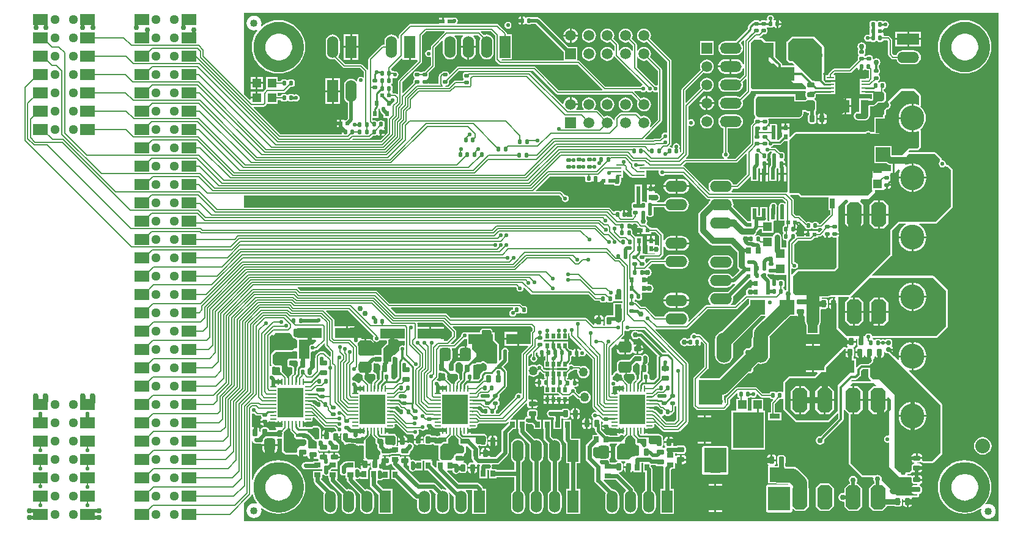
<source format=gtl>
G04 Layer_Physical_Order=1*
G04 Layer_Color=255*
%FSLAX25Y25*%
%MOIN*%
G70*
G01*
G75*
%ADD10C,0.06496*%
%ADD11C,0.00800*%
%ADD12R,0.08268X0.05905*%
G04:AMPARAMS|DCode=13|XSize=22mil|YSize=24mil|CornerRadius=4.4mil|HoleSize=0mil|Usage=FLASHONLY|Rotation=180.000|XOffset=0mil|YOffset=0mil|HoleType=Round|Shape=RoundedRectangle|*
%AMROUNDEDRECTD13*
21,1,0.02200,0.01520,0,0,180.0*
21,1,0.01320,0.02400,0,0,180.0*
1,1,0.00880,-0.00660,0.00760*
1,1,0.00880,0.00660,0.00760*
1,1,0.00880,0.00660,-0.00760*
1,1,0.00880,-0.00660,-0.00760*
%
%ADD13ROUNDEDRECTD13*%
G04:AMPARAMS|DCode=14|XSize=23.62mil|YSize=24mil|CornerRadius=4.72mil|HoleSize=0mil|Usage=FLASHONLY|Rotation=90.000|XOffset=0mil|YOffset=0mil|HoleType=Round|Shape=RoundedRectangle|*
%AMROUNDEDRECTD14*
21,1,0.02362,0.01455,0,0,90.0*
21,1,0.01417,0.02400,0,0,90.0*
1,1,0.00945,0.00728,0.00709*
1,1,0.00945,0.00728,-0.00709*
1,1,0.00945,-0.00728,-0.00709*
1,1,0.00945,-0.00728,0.00709*
%
%ADD14ROUNDEDRECTD14*%
G04:AMPARAMS|DCode=15|XSize=105mil|YSize=105mil|CornerRadius=26.25mil|HoleSize=0mil|Usage=FLASHONLY|Rotation=180.000|XOffset=0mil|YOffset=0mil|HoleType=Round|Shape=RoundedRectangle|*
%AMROUNDEDRECTD15*
21,1,0.10500,0.05250,0,0,180.0*
21,1,0.05250,0.10500,0,0,180.0*
1,1,0.05250,-0.02625,0.02625*
1,1,0.05250,0.02625,0.02625*
1,1,0.05250,0.02625,-0.02625*
1,1,0.05250,-0.02625,-0.02625*
%
%ADD15ROUNDEDRECTD15*%
%ADD16R,0.04016X0.01165*%
%ADD17R,0.03150X0.01165*%
%ADD18R,0.02638X0.03465*%
%ADD19R,0.02165X0.01968*%
%ADD20R,0.01968X0.02165*%
%ADD21R,0.03465X0.02638*%
G04:AMPARAMS|DCode=22|XSize=22mil|YSize=24mil|CornerRadius=4.4mil|HoleSize=0mil|Usage=FLASHONLY|Rotation=270.000|XOffset=0mil|YOffset=0mil|HoleType=Round|Shape=RoundedRectangle|*
%AMROUNDEDRECTD22*
21,1,0.02200,0.01520,0,0,270.0*
21,1,0.01320,0.02400,0,0,270.0*
1,1,0.00880,-0.00760,-0.00660*
1,1,0.00880,-0.00760,0.00660*
1,1,0.00880,0.00760,0.00660*
1,1,0.00880,0.00760,-0.00660*
%
%ADD22ROUNDEDRECTD22*%
%ADD23R,0.02800X0.05600*%
%ADD24R,0.19700X0.17000*%
%ADD25R,0.17000X0.19700*%
%ADD26R,0.05600X0.02800*%
G04:AMPARAMS|DCode=27|XSize=29.13mil|YSize=39.37mil|CornerRadius=5.83mil|HoleSize=0mil|Usage=FLASHONLY|Rotation=180.000|XOffset=0mil|YOffset=0mil|HoleType=Round|Shape=RoundedRectangle|*
%AMROUNDEDRECTD27*
21,1,0.02913,0.02772,0,0,180.0*
21,1,0.01748,0.03937,0,0,180.0*
1,1,0.01165,-0.00874,0.01386*
1,1,0.01165,0.00874,0.01386*
1,1,0.01165,0.00874,-0.01386*
1,1,0.01165,-0.00874,-0.01386*
%
%ADD27ROUNDEDRECTD27*%
G04:AMPARAMS|DCode=28|XSize=29.13mil|YSize=39.37mil|CornerRadius=5.83mil|HoleSize=0mil|Usage=FLASHONLY|Rotation=270.000|XOffset=0mil|YOffset=0mil|HoleType=Round|Shape=RoundedRectangle|*
%AMROUNDEDRECTD28*
21,1,0.02913,0.02772,0,0,270.0*
21,1,0.01748,0.03937,0,0,270.0*
1,1,0.01165,-0.01386,-0.00874*
1,1,0.01165,-0.01386,0.00874*
1,1,0.01165,0.01386,0.00874*
1,1,0.01165,0.01386,-0.00874*
%
%ADD28ROUNDEDRECTD28*%
%ADD29R,0.05512X0.13386*%
%ADD30R,0.13386X0.05512*%
G04:AMPARAMS|DCode=31|XSize=52mil|YSize=60mil|CornerRadius=13mil|HoleSize=0mil|Usage=FLASHONLY|Rotation=0.000|XOffset=0mil|YOffset=0mil|HoleType=Round|Shape=RoundedRectangle|*
%AMROUNDEDRECTD31*
21,1,0.05200,0.03400,0,0,0.0*
21,1,0.02600,0.06000,0,0,0.0*
1,1,0.02600,0.01300,-0.01700*
1,1,0.02600,-0.01300,-0.01700*
1,1,0.02600,-0.01300,0.01700*
1,1,0.02600,0.01300,0.01700*
%
%ADD31ROUNDEDRECTD31*%
G04:AMPARAMS|DCode=32|XSize=52mil|YSize=60mil|CornerRadius=13mil|HoleSize=0mil|Usage=FLASHONLY|Rotation=270.000|XOffset=0mil|YOffset=0mil|HoleType=Round|Shape=RoundedRectangle|*
%AMROUNDEDRECTD32*
21,1,0.05200,0.03400,0,0,270.0*
21,1,0.02600,0.06000,0,0,270.0*
1,1,0.02600,-0.01700,-0.01300*
1,1,0.02600,-0.01700,0.01300*
1,1,0.02600,0.01700,0.01300*
1,1,0.02600,0.01700,-0.01300*
%
%ADD32ROUNDEDRECTD32*%
%ADD33R,0.04331X0.06693*%
G04:AMPARAMS|DCode=34|XSize=63mil|YSize=71mil|CornerRadius=15.75mil|HoleSize=0mil|Usage=FLASHONLY|Rotation=180.000|XOffset=0mil|YOffset=0mil|HoleType=Round|Shape=RoundedRectangle|*
%AMROUNDEDRECTD34*
21,1,0.06300,0.03950,0,0,180.0*
21,1,0.03150,0.07100,0,0,180.0*
1,1,0.03150,-0.01575,0.01975*
1,1,0.03150,0.01575,0.01975*
1,1,0.03150,0.01575,-0.01975*
1,1,0.03150,-0.01575,-0.01975*
%
%ADD34ROUNDEDRECTD34*%
G04:AMPARAMS|DCode=35|XSize=63mil|YSize=71mil|CornerRadius=15.75mil|HoleSize=0mil|Usage=FLASHONLY|Rotation=90.000|XOffset=0mil|YOffset=0mil|HoleType=Round|Shape=RoundedRectangle|*
%AMROUNDEDRECTD35*
21,1,0.06300,0.03950,0,0,90.0*
21,1,0.03150,0.07100,0,0,90.0*
1,1,0.03150,0.01975,0.01575*
1,1,0.03150,0.01975,-0.01575*
1,1,0.03150,-0.01975,-0.01575*
1,1,0.03150,-0.01975,0.01575*
%
%ADD35ROUNDEDRECTD35*%
%ADD36R,0.02000X0.02600*%
%ADD37R,0.03543X0.12992*%
G04:AMPARAMS|DCode=38|XSize=40mil|YSize=40mil|CornerRadius=20mil|HoleSize=0mil|Usage=FLASHONLY|Rotation=0.000|XOffset=0mil|YOffset=0mil|HoleType=Round|Shape=RoundedRectangle|*
%AMROUNDEDRECTD38*
21,1,0.04000,0.00000,0,0,0.0*
21,1,0.00000,0.04000,0,0,0.0*
1,1,0.04000,0.00000,0.00000*
1,1,0.04000,0.00000,0.00000*
1,1,0.04000,0.00000,0.00000*
1,1,0.04000,0.00000,0.00000*
%
%ADD38ROUNDEDRECTD38*%
%ADD39C,0.06000*%
%ADD40R,0.02400X0.06000*%
%ADD41R,0.04800X0.04800*%
%ADD42R,0.05433X0.07087*%
%ADD43R,0.02362X0.03150*%
%ADD44R,0.07900X0.07900*%
%ADD45R,0.07900X0.07900*%
%ADD46R,0.12600X0.06300*%
%ADD47R,0.20079X0.07815*%
%ADD48R,0.04800X0.04800*%
G04:AMPARAMS|DCode=49|XSize=50mil|YSize=50mil|CornerRadius=25mil|HoleSize=0mil|Usage=FLASHONLY|Rotation=270.000|XOffset=0mil|YOffset=0mil|HoleType=Round|Shape=RoundedRectangle|*
%AMROUNDEDRECTD49*
21,1,0.05000,0.00000,0,0,270.0*
21,1,0.00000,0.05000,0,0,270.0*
1,1,0.05000,0.00000,0.00000*
1,1,0.05000,0.00000,0.00000*
1,1,0.05000,0.00000,0.00000*
1,1,0.05000,0.00000,0.00000*
%
%ADD49ROUNDEDRECTD49*%
%ADD50R,0.07087X0.05433*%
%ADD51R,0.14173X0.16142*%
%ADD52O,0.00984X0.03347*%
%ADD53O,0.03347X0.00984*%
%ADD54C,0.00600*%
%ADD55C,0.02000*%
%ADD56C,0.00950*%
%ADD57C,0.01000*%
%ADD58C,0.07500*%
%ADD59C,0.03000*%
%ADD60C,0.03600*%
%ADD61C,0.03200*%
%ADD62C,0.04000*%
%ADD63C,0.02700*%
%ADD64C,0.03400*%
%ADD65C,0.02500*%
%ADD66C,0.02400*%
%ADD67C,0.01200*%
%ADD68C,0.02200*%
%ADD69C,0.01500*%
%ADD70C,0.01100*%
%ADD71C,0.04500*%
%ADD72C,0.03500*%
%ADD73C,0.01150*%
%ADD74C,0.01600*%
%ADD75C,0.07000*%
%ADD76C,0.05000*%
%ADD77C,0.00700*%
%ADD78C,0.01800*%
%ADD79C,0.01400*%
%ADD80R,0.13200X0.12548*%
%ADD81R,0.13800X0.11600*%
%ADD82R,0.12300X0.13100*%
%ADD83R,0.12200X0.13300*%
%ADD84R,0.12300X0.13500*%
%ADD85R,0.12200X0.13400*%
%ADD86R,0.12800X0.13200*%
%ADD87R,0.18600X0.07825*%
%ADD88C,0.05039*%
%ADD89O,0.13000X0.13600*%
%ADD90R,0.05905X0.05905*%
%ADD91O,0.11811X0.05905*%
%ADD92C,0.05905*%
%ADD93O,0.06000X0.12000*%
%ADD94R,0.06000X0.12000*%
%ADD95R,0.05905X0.05905*%
%ADD96O,0.12000X0.06000*%
%ADD97O,0.08250X0.16500*%
%ADD98C,0.08000*%
G04:AMPARAMS|DCode=99|XSize=133mil|YSize=83mil|CornerRadius=0mil|HoleSize=0mil|Usage=FLASHONLY|Rotation=270.000|XOffset=0mil|YOffset=0mil|HoleType=Round|Shape=Octagon|*
%AMOCTAGOND99*
4,1,8,-0.02075,-0.06650,0.02075,-0.06650,0.04150,-0.04575,0.04150,0.04575,0.02075,0.06650,-0.02075,0.06650,-0.04150,0.04575,-0.04150,-0.04575,-0.02075,-0.06650,0.0*
%
%ADD99OCTAGOND99*%

%ADD100R,0.12000X0.06000*%
%ADD101C,0.03000*%
%ADD102C,0.02200*%
%ADD103C,0.02900*%
%ADD104C,0.03200*%
G36*
X220303Y99569D02*
X225778D01*
Y97300D01*
X225293Y96815D01*
X224678Y96937D01*
X223937Y96790D01*
X223308Y96370D01*
X222888Y95741D01*
X222741Y95000D01*
X222806Y94670D01*
X222752Y94400D01*
Y94274D01*
X220175Y91697D01*
X219637Y91590D01*
X219008Y91170D01*
X218588Y90541D01*
X218441Y89800D01*
X218543Y89287D01*
Y88200D01*
X214278D01*
Y95205D01*
X216013Y96940D01*
X216448Y97230D01*
X216868Y97859D01*
X217015Y98600D01*
X216922Y99069D01*
X217271Y99569D01*
X217903D01*
Y103325D01*
X220303D01*
Y99569D01*
D02*
G37*
G36*
X182306Y97989D02*
Y96950D01*
X182306Y96950D01*
X182392Y96521D01*
X182635Y96157D01*
X182692Y96100D01*
X185456Y93335D01*
Y90961D01*
X184994Y90770D01*
X182471Y93293D01*
X182107Y93536D01*
X181678Y93622D01*
X181678Y93622D01*
X179678D01*
X179678Y93622D01*
X179249Y93536D01*
X178885Y93293D01*
X177519Y91927D01*
X177276Y91563D01*
X177190Y91134D01*
X177190Y91134D01*
Y90278D01*
X176690Y89868D01*
X176529Y89899D01*
X176155D01*
Y86900D01*
X175155D01*
Y89932D01*
X175062Y89990D01*
X174762Y90392D01*
X174786Y92535D01*
X174785Y92539D01*
X174798Y92603D01*
Y93348D01*
X175298Y93739D01*
X175678Y93663D01*
X176419Y93810D01*
X177048Y94230D01*
X177214Y94478D01*
X177678D01*
X177678Y94478D01*
X178107Y94564D01*
X178471Y94807D01*
X178834Y95170D01*
X179764Y96100D01*
D01*
X181844Y98180D01*
X182306Y97989D01*
D02*
G37*
G36*
X166878Y93600D02*
X167258Y93273D01*
Y90079D01*
X166861Y89728D01*
X166822Y89711D01*
X166778Y89720D01*
X163278D01*
X162888Y89642D01*
X162825Y89600D01*
X162578D01*
X161878Y88900D01*
Y88398D01*
X161858Y88300D01*
Y86300D01*
X161878Y86202D01*
Y86200D01*
X161878Y86200D01*
X161936Y85910D01*
X162157Y85579D01*
X162337Y85399D01*
X162668Y85178D01*
X162958Y85120D01*
X162978Y85100D01*
X164078D01*
X164578Y84600D01*
Y82600D01*
Y81586D01*
X163885Y80893D01*
X163712Y80633D01*
X162278Y79200D01*
X161703Y79775D01*
X161480Y80108D01*
X161480Y80108D01*
X158878Y82711D01*
Y84479D01*
Y84800D01*
Y85900D01*
X158578Y86200D01*
X154878D01*
X153778Y87300D01*
Y91700D01*
X155637Y93559D01*
X164456Y93559D01*
X164663Y93600D01*
X166878D01*
D02*
G37*
G36*
X251682Y104061D02*
Y102090D01*
X248913Y99322D01*
X247666D01*
X247269Y99569D01*
Y100500D01*
X245578D01*
X245536Y102825D01*
X239576D01*
Y103325D01*
X239076D01*
Y107081D01*
X232725D01*
Y108653D01*
X232695Y108804D01*
X233047Y109304D01*
X246439D01*
X251682Y104061D01*
D02*
G37*
G36*
X164381Y102397D02*
X164488Y101859D01*
X164908Y101230D01*
X165537Y100810D01*
X166075Y100703D01*
X166449Y100329D01*
Y100144D01*
X166634D01*
X167078Y99700D01*
Y98400D01*
Y97200D01*
X164456Y94579D01*
X155637Y94579D01*
X155247Y94501D01*
X154916Y94280D01*
X153057Y92421D01*
X152836Y92090D01*
X152758Y91700D01*
Y87300D01*
X152836Y86910D01*
X153057Y86579D01*
X153150Y86486D01*
X153060Y85953D01*
X152733Y85722D01*
X152250Y85914D01*
Y101785D01*
X153428Y102964D01*
X153875Y102704D01*
X153806Y102175D01*
Y101928D01*
X155578Y103700D01*
X163078D01*
X164381Y102397D01*
D02*
G37*
G36*
X259813Y100310D02*
Y96944D01*
X259813D01*
X259684Y96497D01*
X259503D01*
Y91925D01*
X259003D01*
Y91425D01*
X254831D01*
Y89950D01*
X254919Y89278D01*
X254989Y89109D01*
X254655Y88609D01*
X254588D01*
X254490Y88590D01*
X254389D01*
X254296Y88551D01*
X254198Y88532D01*
X254115Y88476D01*
X254022Y88438D01*
X253951Y88367D01*
X253867Y88311D01*
X253811Y88227D01*
X253740Y88156D01*
X253613Y87965D01*
X253347Y87788D01*
X253276Y87717D01*
X253256Y87703D01*
X252847Y87977D01*
X252229Y88099D01*
X251601D01*
X251334Y88599D01*
X251617Y89024D01*
X251801Y89950D01*
Y93900D01*
X251617Y94827D01*
X251476Y95038D01*
X251712Y95478D01*
X252878D01*
X252878Y95478D01*
X253307Y95564D01*
X253671Y95807D01*
X258285Y100421D01*
X258578Y100363D01*
X259319Y100510D01*
X259372Y100545D01*
X259813Y100310D01*
D02*
G37*
G36*
X295482Y106561D02*
Y105090D01*
X294810Y104418D01*
X294702Y104256D01*
X294634D01*
X294478Y104100D01*
Y100503D01*
X294086Y100192D01*
X291078Y100900D01*
X288678Y103300D01*
Y104256D01*
X288278D01*
Y100500D01*
Y96744D01*
X292983D01*
X293174Y96282D01*
X291248Y94356D01*
X289885Y92993D01*
X289642Y92629D01*
X289556Y92200D01*
X289556Y92200D01*
Y70839D01*
X289056Y70598D01*
X288619Y70890D01*
X287878Y71037D01*
X287137Y70890D01*
X286508Y70470D01*
X286088Y69841D01*
X285941Y69100D01*
X285999Y68807D01*
X277013Y59822D01*
X275883D01*
X275566Y60208D01*
X275572Y60240D01*
Y61338D01*
X276171Y61937D01*
X276414Y62301D01*
X276500Y62730D01*
X276500Y62730D01*
Y63658D01*
X276622Y63682D01*
X277032Y63956D01*
X277306Y64366D01*
X277402Y64850D01*
Y66170D01*
X277306Y66654D01*
X277032Y67064D01*
X276972Y67104D01*
Y67706D01*
X277032Y67746D01*
X277306Y68156D01*
X277402Y68640D01*
Y69960D01*
X277354Y70202D01*
X281015Y73863D01*
X281302Y74293D01*
X281403Y74800D01*
Y82800D01*
X281302Y83307D01*
X281015Y83737D01*
X279463Y85290D01*
X281776Y87602D01*
X282173Y88198D01*
X282313Y88900D01*
Y93287D01*
X282415Y93800D01*
X282268Y94541D01*
X281848Y95170D01*
X281219Y95590D01*
X281168Y95600D01*
X280478Y95737D01*
X279737Y95590D01*
X279108Y95170D01*
X278688Y94541D01*
X278541Y93800D01*
X278643Y93287D01*
Y89660D01*
X277660Y88677D01*
X277198Y88868D01*
Y97400D01*
X277120Y97790D01*
X276899Y98121D01*
X274798Y100222D01*
Y104056D01*
X273715D01*
Y104300D01*
X273568Y105041D01*
X273148Y105670D01*
X272519Y106090D01*
X271778Y106237D01*
X268778D01*
X268037Y106090D01*
X267408Y105670D01*
X266988Y105041D01*
X266841Y104300D01*
Y104056D01*
X259813D01*
Y104056D01*
X259567Y103925D01*
X259319Y104090D01*
X258578Y104237D01*
X257837Y104090D01*
X257208Y103670D01*
X256788Y103041D01*
X256641Y102300D01*
X256699Y102007D01*
X252413Y97722D01*
X251139D01*
X250948Y98184D01*
X253596Y100832D01*
X253596Y100832D01*
X253839Y101196D01*
X253925Y101625D01*
Y104525D01*
X253925Y104525D01*
X253839Y104954D01*
X253596Y105318D01*
X251973Y106942D01*
X252164Y107404D01*
X294639D01*
X295482Y106561D01*
D02*
G37*
G36*
X368504Y93487D02*
X368313Y93025D01*
X366697D01*
X355869Y103853D01*
X355340Y104207D01*
X354716Y104331D01*
X353254D01*
X353236Y104358D01*
X352475Y104867D01*
X351578Y105045D01*
X350680Y104867D01*
X349920Y104358D01*
X349411Y103597D01*
X349233Y102700D01*
X349411Y101803D01*
X349920Y101042D01*
X350680Y100533D01*
X351578Y100355D01*
X352475Y100533D01*
X353236Y101042D01*
X353254Y101069D01*
X354040D01*
X359009Y96100D01*
X363625Y91484D01*
X363512Y91371D01*
X363225Y90941D01*
X363124Y90434D01*
Y88054D01*
Y80500D01*
X363150Y80372D01*
Y79510D01*
X361639Y78000D01*
X360278D01*
X359292Y78986D01*
X359302Y79040D01*
Y80560D01*
X359206Y81044D01*
X358932Y81454D01*
X358615Y81666D01*
X358522Y81728D01*
X358297Y81773D01*
X358286Y81784D01*
X358099Y82307D01*
X358277Y82575D01*
X358385Y83114D01*
Y85886D01*
X358277Y86425D01*
X358143Y86627D01*
X358148Y86630D01*
X358248Y86730D01*
X358668Y87359D01*
X358815Y88100D01*
Y89437D01*
Y90400D01*
X358668Y91141D01*
X358248Y91770D01*
X357619Y92190D01*
X356878Y92337D01*
X356137Y92190D01*
X355508Y91770D01*
X355499Y91759D01*
X355122Y91571D01*
D01*
X354863Y91693D01*
D01*
X354703Y91799D01*
X354164Y91907D01*
X351392D01*
X350853Y91799D01*
X350395Y91494D01*
X350090Y91036D01*
X350033Y90750D01*
X348235Y88952D01*
X347878Y89023D01*
X343928D01*
X343002Y88839D01*
X342216Y88314D01*
X341691Y87529D01*
X341507Y86602D01*
Y83452D01*
X341538Y83296D01*
X341133Y82769D01*
X340737Y82690D01*
X340108Y82270D01*
X339688Y81641D01*
X339666Y81530D01*
X338925Y80789D01*
X338425Y80996D01*
Y95461D01*
X338441Y95477D01*
X339064Y96100D01*
X340878Y97914D01*
X341331Y97660D01*
Y96725D01*
X345403D01*
Y100397D01*
X344069D01*
X343814Y100850D01*
X345371Y102407D01*
X345614Y102771D01*
X345700Y103200D01*
X345700Y103200D01*
Y104735D01*
X346199Y105002D01*
X346337Y104910D01*
X347078Y104763D01*
X347819Y104910D01*
X348448Y105330D01*
X348614Y105578D01*
X356413D01*
X368504Y93487D01*
D02*
G37*
G36*
X268506Y99955D02*
X273178Y100400D01*
X276178Y97400D01*
Y87800D01*
X275578Y87200D01*
X271542D01*
X270842Y87900D01*
X269903D01*
X269319Y88290D01*
X268578Y88437D01*
X267837Y88290D01*
X267253Y87900D01*
X265078D01*
X264978Y88900D01*
Y92900D01*
X262678Y95200D01*
Y99400D01*
X266106Y99726D01*
Y100500D01*
X268506D01*
Y99955D01*
D02*
G37*
G36*
X268921Y87329D02*
X269336Y87052D01*
X269429Y87014D01*
X269512Y86958D01*
X269611Y86938D01*
X269704Y86900D01*
X269789D01*
X269836Y86830D01*
X270174Y86604D01*
X270378Y86400D01*
Y84700D01*
X268703Y83025D01*
X268587Y82948D01*
X267284Y81644D01*
X267207Y81529D01*
X267178Y81500D01*
Y81486D01*
X267002Y81223D01*
X266903Y80725D01*
Y79564D01*
X265765Y78425D01*
X263278D01*
Y86000D01*
X263676Y86398D01*
X264103D01*
X264103Y86398D01*
X264649Y86506D01*
X264939Y86700D01*
X265378D01*
X265558Y86880D01*
X267253D01*
X267352Y86900D01*
X267452D01*
X267545Y86938D01*
X267643Y86958D01*
X267727Y87014D01*
X267820Y87052D01*
X268234Y87329D01*
X268578Y87398D01*
X268921Y87329D01*
D02*
G37*
G36*
X167578Y87900D02*
Y86100D01*
X167078Y85600D01*
Y85516D01*
X167059Y85496D01*
X166777Y85075D01*
X166678Y84577D01*
Y81538D01*
X166098Y80959D01*
X165948Y80981D01*
X165929Y80991D01*
X165588Y81540D01*
X165598Y81586D01*
Y84600D01*
X165520Y84990D01*
X165299Y85321D01*
X164799Y85821D01*
X164468Y86042D01*
X164078Y86120D01*
X163058D01*
X162878Y86300D01*
Y88300D01*
X163278Y88700D01*
X166778D01*
X167578Y87900D01*
D02*
G37*
G36*
X298337Y93166D02*
D01*
Y92223D01*
X298449Y91661D01*
X298767Y91185D01*
X299243Y90866D01*
X299805Y90754D01*
X299965D01*
Y92983D01*
X300965D01*
Y90754D01*
X301125D01*
X301687Y90866D01*
X302029Y91094D01*
X302471Y90922D01*
X302529Y90873D01*
Y88783D01*
X301850D01*
Y84583D01*
X304850D01*
Y84383D01*
X306350D01*
Y86683D01*
X307350D01*
Y84383D01*
X308850D01*
Y84583D01*
X314195D01*
X314402Y84083D01*
X313745Y83426D01*
X308850D01*
Y83626D01*
X307350D01*
Y81326D01*
X306350D01*
Y83626D01*
X304850D01*
Y83426D01*
X303085D01*
X302876Y83566D01*
X302447Y83652D01*
X302446Y83652D01*
X301946D01*
X301176Y84422D01*
X301234Y84715D01*
X301087Y85456D01*
X300667Y86085D01*
X300038Y86505D01*
X299297Y86652D01*
X298555Y86505D01*
X297927Y86085D01*
X297919Y86073D01*
X297615Y86023D01*
X296812Y86355D01*
X295950Y86469D01*
X295089Y86355D01*
X294286Y86023D01*
X293799Y85649D01*
X293300Y85896D01*
Y91235D01*
X294620Y92556D01*
X295082Y92364D01*
Y91361D01*
X294833Y91195D01*
X294413Y90566D01*
X294266Y89825D01*
X294413Y89084D01*
X294833Y88455D01*
X295462Y88035D01*
X296203Y87888D01*
X296944Y88035D01*
X297573Y88455D01*
X297993Y89084D01*
X298140Y89825D01*
X297993Y90566D01*
X297573Y91195D01*
X297325Y91361D01*
Y92861D01*
X297837Y93373D01*
X298337Y93166D01*
D02*
G37*
G36*
X209039Y102053D02*
X208713Y101567D01*
X208566Y100825D01*
X208713Y100084D01*
X209133Y99455D01*
X209762Y99035D01*
X210503Y98888D01*
X211245Y99035D01*
X211873Y99455D01*
X212083Y99769D01*
X215588D01*
X215704Y99683D01*
X215925Y99291D01*
X215926Y99278D01*
X215922Y99268D01*
Y99080D01*
X215918Y98891D01*
Y98891D01*
X215922Y98881D01*
Y98870D01*
X215976Y98600D01*
X215907Y98256D01*
D01*
X215763Y98040D01*
X215713Y97965D01*
X215447Y97788D01*
X215376Y97716D01*
X215292Y97661D01*
X214407Y96776D01*
X214312Y96680D01*
X213557Y95925D01*
X213336Y95595D01*
X213258Y95205D01*
Y92082D01*
X212877Y91744D01*
X212564Y91807D01*
X209792D01*
X209253Y91699D01*
X208954Y91500D01*
X201378D01*
X200600Y92278D01*
Y96147D01*
X200600Y96147D01*
X200514Y96576D01*
X200278Y96930D01*
Y98400D01*
X201678Y99800D01*
X203878D01*
Y100572D01*
X202403D01*
X202107Y100832D01*
Y101100D01*
X198678D01*
X198121Y103200D01*
X194414D01*
Y103700D01*
X193914D01*
Y107456D01*
X187499D01*
Y110650D01*
X187414Y111080D01*
X187171Y111443D01*
X187171Y111443D01*
X182973Y115642D01*
X183164Y116104D01*
X194988D01*
X209039Y102053D01*
D02*
G37*
G36*
X487677Y93430D02*
X487958Y93009D01*
X488379Y92728D01*
X488876Y92629D01*
X489649D01*
X491587Y90691D01*
X491620Y90642D01*
X491669Y90609D01*
X517878Y64400D01*
X517878Y48900D01*
Y38300D01*
X513478Y33900D01*
X508347D01*
X507937Y34400D01*
X507977Y34603D01*
Y34977D01*
X504978D01*
X501978D01*
Y34603D01*
X502101Y33986D01*
X502451Y33462D01*
X502975Y33112D01*
X503417Y33024D01*
X503599Y32520D01*
X503550Y32398D01*
X503053Y32299D01*
X502595Y31994D01*
X502290Y31536D01*
X502182Y30997D01*
Y29249D01*
X502240Y28962D01*
X500978Y27700D01*
X495378Y27700D01*
X492778Y30300D01*
Y70100D01*
X484578Y78300D01*
X481178D01*
X479678Y79800D01*
Y86612D01*
X479814Y86639D01*
X480608Y87170D01*
X481139Y87964D01*
X481325Y88900D01*
X481251Y89273D01*
X481978Y90000D01*
Y90764D01*
X482478Y90916D01*
X482640Y90673D01*
X483164Y90323D01*
X483781Y90201D01*
X484155D01*
Y93200D01*
X485155D01*
Y90201D01*
X485529D01*
X486147Y90323D01*
X486670Y90673D01*
X487020Y91197D01*
X487143Y91814D01*
Y93553D01*
X487643Y93602D01*
X487677Y93430D01*
D02*
G37*
G36*
X175142Y99944D02*
X177369D01*
X177560Y99482D01*
X175600Y97522D01*
X174937Y97390D01*
X174308Y96970D01*
X173888Y96341D01*
X173741Y95600D01*
X173778Y95413D01*
Y92603D01*
X173766Y92546D01*
X173741Y90221D01*
X173394Y89900D01*
X168278D01*
Y99944D01*
X172742D01*
Y103700D01*
X175142D01*
Y99944D01*
D02*
G37*
G36*
X286786Y128427D02*
X286741Y128200D01*
X286888Y127459D01*
X287308Y126830D01*
X287937Y126410D01*
X288678Y126263D01*
X289419Y126410D01*
X290048Y126830D01*
X290468Y127459D01*
X290615Y128200D01*
X290561Y128475D01*
X291021Y128721D01*
X294610Y125132D01*
X294610Y125132D01*
X294974Y124889D01*
X295403Y124804D01*
X325888D01*
X329085Y121607D01*
X329085Y121607D01*
X329449Y121364D01*
X329878Y121278D01*
X329878Y121278D01*
X332126D01*
X332150Y121156D01*
X332424Y120746D01*
X332834Y120472D01*
X333318Y120376D01*
X334638D01*
X335122Y120472D01*
X335532Y120746D01*
X335572Y120806D01*
X336174D01*
X336214Y120746D01*
X336624Y120472D01*
X337108Y120376D01*
X338428D01*
X338912Y120472D01*
X339322Y120746D01*
X339368Y120814D01*
X339646Y121199D01*
X344524D01*
Y120201D01*
X339646D01*
Y117625D01*
X339478Y116782D01*
Y113335D01*
X338055D01*
X337856Y113296D01*
X336181D01*
X335642Y113188D01*
X335184Y112883D01*
X334879Y112425D01*
X334771Y111886D01*
Y109114D01*
X334879Y108575D01*
X335048Y108322D01*
X334795Y107822D01*
X334216D01*
X333949Y108322D01*
X334066Y108497D01*
X334189Y109114D01*
Y110000D01*
X329213D01*
Y109114D01*
X329290Y108730D01*
X329020Y108233D01*
X328950Y108174D01*
X328795Y108151D01*
X325328Y111618D01*
X324964Y111861D01*
X324535Y111947D01*
X324535Y111947D01*
X250968D01*
X248896Y114018D01*
X248532Y114261D01*
X248103Y114347D01*
X248103Y114347D01*
X221068D01*
X218273Y117142D01*
X218464Y117604D01*
X284728D01*
X285045Y117217D01*
X285034Y117160D01*
Y116747D01*
X284778Y116537D01*
X284037Y116390D01*
X283408Y115970D01*
X282988Y115341D01*
X282841Y114600D01*
X282988Y113859D01*
X283408Y113230D01*
X284037Y112810D01*
X284778Y112663D01*
X285519Y112810D01*
X286148Y113230D01*
X286568Y113859D01*
X286671Y114376D01*
X287618D01*
X288102Y114472D01*
X288512Y114746D01*
X288552Y114806D01*
X289154D01*
X289194Y114746D01*
X289604Y114472D01*
X290088Y114376D01*
X291408D01*
X291892Y114472D01*
X292302Y114746D01*
X292576Y115156D01*
X292672Y115640D01*
Y117160D01*
X292576Y117644D01*
X292302Y118054D01*
X291892Y118328D01*
X291408Y118424D01*
X290310D01*
X289216Y119518D01*
X288852Y119761D01*
X288423Y119847D01*
X288423Y119847D01*
X217568D01*
X210996Y126418D01*
X210632Y126661D01*
X210203Y126747D01*
X210203Y126747D01*
X169068D01*
X167596Y128218D01*
X167468Y128304D01*
X167620Y128804D01*
X286451D01*
X286786Y128427D01*
D02*
G37*
G36*
X517422Y198756D02*
X517508Y197370D01*
X517088Y196741D01*
X516941Y196000D01*
X517088Y195259D01*
X517508Y194630D01*
X518137Y194210D01*
X518878Y194063D01*
X519619Y194210D01*
X520248Y194630D01*
X521634Y194544D01*
X523478Y192700D01*
Y172700D01*
X516578Y165800D01*
X515178Y164400D01*
X494778D01*
X490478Y160100D01*
Y150600D01*
Y146600D01*
X468178Y124300D01*
X438978D01*
X437578Y125700D01*
Y134800D01*
X440078Y137300D01*
X460278D01*
X462278Y139300D01*
Y156391D01*
X462420Y156603D01*
X462531Y157165D01*
Y158485D01*
X462420Y159047D01*
X462278Y159259D01*
Y160706D01*
X462327Y160955D01*
Y162275D01*
X462278Y162524D01*
Y172800D01*
X466047Y176569D01*
X467217Y176453D01*
X467653Y175400D01*
X465728Y173475D01*
Y168900D01*
X470878D01*
X476028D01*
Y173475D01*
X474103Y175400D01*
X474600Y176600D01*
X478478D01*
X482378Y180500D01*
Y181891D01*
X486803D01*
X486803Y181891D01*
X487843Y182407D01*
X488103D01*
Y184535D01*
X488603D01*
Y185035D01*
X490831D01*
Y185195D01*
X490720Y185757D01*
X490257Y186771D01*
X490531Y187181D01*
X490627Y187665D01*
Y188985D01*
X490531Y189469D01*
X490310Y189800D01*
X490402Y190215D01*
X490740Y191000D01*
X492878D01*
X494993Y193115D01*
X495967Y192392D01*
X495615Y191734D01*
X495187Y190320D01*
X495061Y189050D01*
X502078D01*
Y196337D01*
X501108Y196241D01*
X499694Y195813D01*
X499036Y195461D01*
X498313Y196435D01*
X498578Y196700D01*
X499578Y200300D01*
X500578Y201300D01*
X514878D01*
X517422Y198756D01*
D02*
G37*
G36*
X345379Y192578D02*
X345610Y192232D01*
X348963Y188879D01*
X348963Y188879D01*
X349327Y188636D01*
X349756Y188551D01*
X349756Y188551D01*
X352728D01*
Y188290D01*
X357477D01*
Y192488D01*
X364156D01*
X364344Y192136D01*
X364378Y191988D01*
X364241Y191300D01*
X364388Y190559D01*
X364808Y189930D01*
X365437Y189510D01*
X366178Y189363D01*
X366919Y189510D01*
X367548Y189930D01*
X367714Y190178D01*
X377313D01*
X390385Y177107D01*
X390385Y177107D01*
X390749Y176864D01*
X391178Y176778D01*
X392282D01*
X392467Y176278D01*
X391959Y175616D01*
X391583Y174710D01*
X386601Y169728D01*
X386048Y168901D01*
X385854Y167925D01*
Y159625D01*
X386048Y158650D01*
X386601Y157823D01*
X392201Y152223D01*
X393028Y151670D01*
X394003Y151476D01*
X403347D01*
X407154Y147669D01*
Y140365D01*
X407348Y139390D01*
X407901Y138563D01*
X408259Y138323D01*
X408308Y137826D01*
X404925Y134442D01*
X404911Y134435D01*
X404278Y134502D01*
X403888Y135010D01*
X403094Y135619D01*
X402170Y136002D01*
X401178Y136133D01*
X395178D01*
X394186Y136002D01*
X393262Y135619D01*
X392468Y135010D01*
X391859Y134216D01*
X391476Y133292D01*
X391345Y132300D01*
X391476Y131308D01*
X391859Y130384D01*
X392468Y129590D01*
X393262Y128981D01*
X394186Y128598D01*
X395178Y128467D01*
X401178D01*
X402170Y128598D01*
X403094Y128981D01*
X403888Y129590D01*
X404497Y130384D01*
X404531Y130465D01*
X405378D01*
X405793Y130547D01*
X406039Y130086D01*
X401980Y126027D01*
X401178Y126133D01*
X395178D01*
X394186Y126002D01*
X393262Y125619D01*
X392468Y125010D01*
X391859Y124216D01*
X391476Y123292D01*
X391345Y122300D01*
X391476Y121308D01*
X391859Y120384D01*
X392468Y119590D01*
X392687Y119422D01*
X392517Y118922D01*
X390478D01*
X390478Y118922D01*
X390049Y118836D01*
X389685Y118593D01*
X389685Y118593D01*
X380807Y109715D01*
X380383Y109999D01*
X380620Y110569D01*
X380750Y111561D01*
X380620Y112553D01*
X380237Y113477D01*
X379627Y114271D01*
X378834Y114880D01*
X377909Y115263D01*
X376917Y115393D01*
X370917D01*
X369925Y115263D01*
X369001Y114880D01*
X368207Y114271D01*
X367598Y113477D01*
X367269Y112682D01*
X362682D01*
X357571Y117793D01*
X357207Y118036D01*
X356778Y118122D01*
X356778Y118122D01*
X354766D01*
X352504Y120383D01*
X352140Y120626D01*
X351711Y120711D01*
X351506Y120734D01*
X351232Y121144D01*
X351215Y121155D01*
X351162Y121720D01*
X351335Y121897D01*
X351824Y121946D01*
X352234Y121672D01*
X352718Y121576D01*
X354038D01*
X354522Y121672D01*
X354932Y121946D01*
X355206Y122356D01*
X355302Y122840D01*
Y124360D01*
X355206Y124844D01*
X355018Y125125D01*
X355181Y125555D01*
X355240Y125625D01*
X358159D01*
Y125625D01*
X358659Y125758D01*
X359178Y125655D01*
X360075Y125833D01*
X360836Y126342D01*
X361345Y127103D01*
X361523Y128000D01*
X361345Y128897D01*
X360836Y129658D01*
X360075Y130167D01*
X359178Y130345D01*
X358692Y130248D01*
X358306Y130566D01*
Y132100D01*
X356124D01*
Y133100D01*
X358306D01*
Y134500D01*
X358975Y134633D01*
X359736Y135142D01*
X360244Y135903D01*
X360423Y136800D01*
X360244Y137697D01*
X359736Y138458D01*
X358975Y138967D01*
X358727Y139016D01*
X358582Y139495D01*
X360629Y141541D01*
X367269D01*
X367598Y140747D01*
X368207Y139953D01*
X369001Y139344D01*
X369925Y138961D01*
X370917Y138830D01*
X376917D01*
X377909Y138961D01*
X378834Y139344D01*
X379627Y139953D01*
X380237Y140747D01*
X380620Y141671D01*
X380750Y142663D01*
X380620Y143655D01*
X380237Y144579D01*
X379627Y145373D01*
X378834Y145982D01*
X377909Y146365D01*
X376917Y146496D01*
X370917D01*
X369925Y146365D01*
X369001Y145982D01*
X368207Y145373D01*
X367598Y144579D01*
X367269Y143784D01*
X360164D01*
X360164Y143784D01*
X359735Y143699D01*
X359371Y143456D01*
X359371Y143456D01*
X357764Y141849D01*
X357484Y141966D01*
X357298Y142090D01*
X357206Y142554D01*
X356932Y142964D01*
X356872Y143004D01*
Y143606D01*
X356932Y143646D01*
X357206Y144056D01*
X357290Y144478D01*
X364403D01*
X364403Y144478D01*
X364832Y144564D01*
X365196Y144807D01*
X366496Y146107D01*
X366496Y146107D01*
X366739Y146471D01*
X366825Y146900D01*
X366825Y146900D01*
Y150784D01*
X367325Y150884D01*
X367423Y150646D01*
X368064Y149810D01*
X368900Y149169D01*
X369873Y148766D01*
X370917Y148628D01*
X373417D01*
Y152663D01*
Y156697D01*
X370917D01*
X369873Y156560D01*
X368900Y156157D01*
X368064Y155516D01*
X367423Y154680D01*
X367325Y154442D01*
X366825Y154542D01*
Y157125D01*
X366825Y157125D01*
X366739Y157554D01*
X366496Y157918D01*
X363721Y160693D01*
X363358Y160936D01*
X362928Y161022D01*
X362928Y161022D01*
X360131D01*
Y161384D01*
X359380D01*
X357771Y162993D01*
X357471Y163194D01*
X357944Y163903D01*
X358123Y164800D01*
X357944Y165697D01*
X357613Y166193D01*
Y167258D01*
X357757Y167362D01*
X358113Y167480D01*
X358424Y167272D01*
X358908Y167176D01*
X360228D01*
X360712Y167272D01*
X361122Y167546D01*
X361396Y167956D01*
X361492Y168440D01*
Y169960D01*
X361403Y170408D01*
Y172192D01*
X361452Y172440D01*
X367353D01*
X367598Y171849D01*
X368207Y171055D01*
X369001Y170446D01*
X369925Y170063D01*
X370917Y169932D01*
X376917D01*
X377909Y170063D01*
X378834Y170446D01*
X379627Y171055D01*
X380237Y171849D01*
X380620Y172773D01*
X380750Y173765D01*
X380620Y174757D01*
X380237Y175682D01*
X379627Y176476D01*
X378834Y177085D01*
X377909Y177468D01*
X376917Y177598D01*
X370917D01*
X369925Y177468D01*
X369001Y177085D01*
X368207Y176476D01*
X367598Y175682D01*
X367353Y175091D01*
X363410D01*
X363361Y175591D01*
X363575Y175633D01*
X364336Y176142D01*
X364844Y176903D01*
X365023Y177800D01*
X364844Y178697D01*
X364336Y179458D01*
X363575Y179967D01*
X362678Y180145D01*
X362105D01*
Y181800D01*
X359924D01*
X357743D01*
Y179725D01*
X357943D01*
Y175325D01*
X357943Y175325D01*
X357898Y174994D01*
X357372D01*
X357332Y175054D01*
X356922Y175328D01*
X356438Y175424D01*
X355213D01*
Y180075D01*
X355213D01*
Y184675D01*
X351250D01*
Y179925D01*
X351250D01*
Y175325D01*
X350838Y175114D01*
X350818D01*
X350334Y175018D01*
X349924Y174744D01*
X349650Y174334D01*
X349554Y173850D01*
Y172530D01*
X349650Y172046D01*
X349924Y171636D01*
X349984Y171596D01*
Y170994D01*
X349924Y170954D01*
X349650Y170544D01*
X349554Y170060D01*
Y168740D01*
X349650Y168256D01*
X349924Y167846D01*
X349957Y167349D01*
X349650Y167022D01*
X347950D01*
X347581Y167522D01*
X347631Y167769D01*
Y168029D01*
X345502D01*
Y168529D01*
X345002D01*
Y170757D01*
X344842D01*
X344281Y170646D01*
X343804Y170327D01*
X343708Y170183D01*
X343286D01*
X342876Y170457D01*
X342392Y170553D01*
X341072D01*
X340588Y170457D01*
X340178Y170183D01*
X340158Y170153D01*
X339660Y170104D01*
X337883Y171881D01*
X337519Y172124D01*
X337090Y172210D01*
X337090Y172210D01*
X138287D01*
Y178804D01*
X310088D01*
X311499Y177393D01*
X311441Y177100D01*
X311588Y176359D01*
X312008Y175730D01*
X312637Y175310D01*
X313378Y175163D01*
X314119Y175310D01*
X314748Y175730D01*
X315168Y176359D01*
X315315Y177100D01*
X315168Y177841D01*
X314748Y178470D01*
X314119Y178890D01*
X313378Y179037D01*
X313085Y178979D01*
X311346Y180718D01*
X310982Y180961D01*
X310553Y181047D01*
X310553Y181047D01*
X297364D01*
X297173Y181509D01*
X304868Y189204D01*
X323868D01*
X324185Y188817D01*
X324179Y188785D01*
Y187265D01*
X324275Y186781D01*
X324549Y186371D01*
X324959Y186097D01*
X325443Y186001D01*
X326763D01*
X327247Y186097D01*
X327657Y186371D01*
X328098D01*
X328195Y186227D01*
X328671Y185909D01*
X329233Y185797D01*
X329393D01*
Y188025D01*
X330393D01*
Y185797D01*
X330553D01*
X331115Y185909D01*
X331476Y186150D01*
X331874Y186007D01*
X331976Y185928D01*
Y184616D01*
X333558D01*
Y186600D01*
X334558D01*
Y184616D01*
X336141D01*
Y184816D01*
X337542D01*
X337798Y184765D01*
X339780D01*
X339845Y184667D01*
X340606Y184159D01*
X341503Y183980D01*
X342401Y184159D01*
X343161Y184667D01*
X343670Y185428D01*
X343848Y186325D01*
X343738Y186877D01*
Y188290D01*
X344879D01*
Y192491D01*
X345341Y192586D01*
X345379Y192578D01*
D02*
G37*
G36*
X433456Y175235D02*
Y174471D01*
X433056Y174326D01*
X432956Y174306D01*
X432344Y174715D01*
X431603Y174862D01*
X430862Y174715D01*
X430233Y174295D01*
X429813Y173667D01*
X429683Y173013D01*
X429666Y172925D01*
X429678Y172515D01*
X429678D01*
Y164915D01*
X433050D01*
Y162424D01*
X433028D01*
X432544Y162328D01*
X432134Y162054D01*
X431860Y161644D01*
X431764Y161160D01*
Y159640D01*
X431860Y159156D01*
X432134Y158746D01*
Y158154D01*
X431860Y157744D01*
X431764Y157260D01*
Y155740D01*
X431860Y155256D01*
X432134Y154846D01*
X432544Y154572D01*
X433028Y154476D01*
X433528D01*
X433893Y153976D01*
X433852Y153774D01*
Y150769D01*
X433778Y150300D01*
X431223D01*
Y156200D01*
X431044Y157097D01*
X430536Y157858D01*
X429775Y158367D01*
X428878Y158545D01*
X427981Y158367D01*
X427220Y157858D01*
X426711Y157097D01*
X426591Y156491D01*
X420503D01*
X420503Y156491D01*
Y156491D01*
X420008Y156503D01*
X419957Y156579D01*
X419547Y156853D01*
X419063Y156949D01*
X417743D01*
X417259Y156853D01*
X417095Y156744D01*
X416765Y156905D01*
X416798Y157171D01*
X417134Y157395D01*
X417664Y158189D01*
X417813Y158940D01*
X418871Y159998D01*
X419141Y160402D01*
X420503D01*
Y158425D01*
X426903D01*
X426903Y164825D01*
X427366Y164915D01*
X428678D01*
Y172515D01*
X428678D01*
X428740Y172925D01*
X428727Y172992D01*
X428593Y173667D01*
X428173Y174295D01*
X427544Y174715D01*
X426803Y174862D01*
X426062Y174715D01*
X425433Y174295D01*
X425013Y173667D01*
X424868Y172937D01*
X424678Y172515D01*
X424678D01*
Y165325D01*
X424678Y164915D01*
X424216Y164825D01*
X424141D01*
X423678Y164915D01*
Y172515D01*
X419678D01*
Y167860D01*
X418678D01*
Y172515D01*
X414678D01*
Y164915D01*
X414305Y164609D01*
X414089D01*
X413833Y164661D01*
X412913D01*
X404947Y172627D01*
X404980Y172708D01*
X405111Y173700D01*
X404980Y174692D01*
X404597Y175616D01*
X404089Y176278D01*
X404274Y176778D01*
X431913D01*
X433456Y175235D01*
D02*
G37*
G36*
X434458Y200600D02*
X434458Y195600D01*
Y180736D01*
X434045Y180462D01*
X433958Y180446D01*
X433578Y180522D01*
X433578Y180522D01*
X404147D01*
X404051Y180805D01*
X404012Y181022D01*
X404597Y181784D01*
X404926Y182578D01*
X407078D01*
X407078Y182578D01*
X407507Y182664D01*
X407871Y182907D01*
X414178Y189214D01*
X414255Y189210D01*
X414678Y189054D01*
Y186642D01*
X418678D01*
Y193352D01*
X419038Y193641D01*
X419478Y193451D01*
Y190942D01*
X421678D01*
X423878D01*
Y194442D01*
X423878Y194442D01*
X423867Y194942D01*
X423931Y195265D01*
Y195525D01*
X421803D01*
Y196525D01*
X423931D01*
Y196785D01*
X423820Y197347D01*
X423501Y197823D01*
X423240Y197998D01*
X423206Y198577D01*
X423347Y198671D01*
X423621Y199081D01*
X423717Y199565D01*
Y201085D01*
X423668Y201331D01*
X423957Y201898D01*
X424145Y201935D01*
X424773Y202355D01*
X424939Y202604D01*
X425784D01*
X425935Y202104D01*
X425749Y201979D01*
X425475Y201569D01*
X425379Y201085D01*
Y199565D01*
X425468Y199118D01*
Y197181D01*
X425389Y196785D01*
Y195265D01*
X425415Y195133D01*
X425380Y195098D01*
X424982Y194502D01*
X424931Y194242D01*
X424678D01*
Y186642D01*
X428678D01*
Y193243D01*
X428978Y193692D01*
X429015Y193698D01*
X429478Y193434D01*
Y190942D01*
X431678D01*
X433878D01*
Y194442D01*
X433501D01*
X433167Y194942D01*
X433231Y195265D01*
Y195525D01*
X431103D01*
Y196525D01*
X433231D01*
Y196785D01*
X433120Y197347D01*
X432801Y197823D01*
X432540Y197998D01*
X432506Y198577D01*
X432647Y198671D01*
X432921Y199081D01*
X433017Y199565D01*
Y201085D01*
X432921Y201569D01*
X432647Y201979D01*
X432237Y202253D01*
X431753Y202349D01*
X430655D01*
X428486Y204518D01*
X428122Y204761D01*
X427693Y204847D01*
X427693Y204847D01*
X425648D01*
X425599Y205347D01*
X426045Y205435D01*
X426673Y205855D01*
X426970Y206300D01*
X430103D01*
X430610Y206401D01*
X431040Y206688D01*
X432703Y208350D01*
X434458D01*
Y200600D01*
D02*
G37*
G36*
X308510Y234232D02*
X308510Y234232D01*
X308874Y233989D01*
X309303Y233904D01*
X349288D01*
X352941Y230251D01*
X352622Y229480D01*
X352493Y228500D01*
X352622Y227520D01*
X353000Y226607D01*
X353602Y225823D01*
X354385Y225222D01*
X355298Y224844D01*
X356278Y224715D01*
X357258Y224844D01*
X358171Y225222D01*
X358954Y225823D01*
X359556Y226607D01*
X359934Y227520D01*
X360063Y228500D01*
X359934Y229480D01*
X359556Y230393D01*
X358954Y231176D01*
X358171Y231778D01*
X357258Y232156D01*
X356278Y232285D01*
X355298Y232156D01*
X354527Y231837D01*
X350960Y235404D01*
X351167Y235904D01*
X354468D01*
X354633Y235655D01*
X355262Y235235D01*
X356003Y235088D01*
X356745Y235235D01*
X357373Y235655D01*
X357453Y235775D01*
X357953D01*
X358033Y235655D01*
X358662Y235235D01*
X359403Y235088D01*
X360144Y235235D01*
X360716Y235617D01*
X360906Y235669D01*
X361282D01*
X361308Y235630D01*
X361937Y235210D01*
X362678Y235063D01*
X363316Y235190D01*
X363815Y234919D01*
Y220124D01*
X359813Y216122D01*
X359437Y216452D01*
X359556Y216607D01*
X359934Y217520D01*
X360063Y218500D01*
X359934Y219480D01*
X359556Y220393D01*
X358954Y221177D01*
X358171Y221778D01*
X357258Y222156D01*
X356278Y222285D01*
X355298Y222156D01*
X354527Y221837D01*
X352771Y223593D01*
X352407Y223836D01*
X351978Y223922D01*
X351978Y223921D01*
X343678D01*
X343678Y223922D01*
X343249Y223836D01*
X342885Y223593D01*
X340685Y221393D01*
X340442Y221029D01*
X340356Y220600D01*
X340356Y220600D01*
Y219767D01*
X339856Y219667D01*
X339556Y220393D01*
X338954Y221177D01*
X338171Y221778D01*
X337258Y222156D01*
X336278Y222285D01*
X335298Y222156D01*
X334527Y221837D01*
X331246Y225118D01*
X330882Y225361D01*
X330453Y225447D01*
X330453Y225447D01*
X329226D01*
X329049Y225947D01*
X329556Y226607D01*
X329934Y227520D01*
X330063Y228500D01*
X329934Y229480D01*
X329556Y230393D01*
X328954Y231176D01*
X328170Y231778D01*
X327258Y232156D01*
X326278Y232285D01*
X325298Y232156D01*
X324385Y231778D01*
X323602Y231176D01*
X323000Y230393D01*
X322622Y229480D01*
X322493Y228500D01*
X322622Y227520D01*
X323000Y226607D01*
X323507Y225947D01*
X323330Y225447D01*
X319548D01*
X319301Y225947D01*
X319731Y226507D01*
X320129Y227468D01*
X320199Y228000D01*
X316278D01*
Y228500D01*
X315778D01*
Y232421D01*
X315246Y232351D01*
X314284Y231953D01*
X313459Y231319D01*
X312825Y230493D01*
X312427Y229532D01*
X312330Y228792D01*
X311802Y228613D01*
X294496Y245918D01*
X294132Y246161D01*
X293703Y246247D01*
X293703Y246247D01*
X260503D01*
X260074Y246161D01*
X260056Y246149D01*
X258843D01*
X258359Y246053D01*
X257949Y245779D01*
X257675Y245369D01*
X257579Y244885D01*
Y243565D01*
X257675Y243081D01*
X257949Y242671D01*
X258009Y242631D01*
Y242030D01*
X257949Y241989D01*
X257675Y241579D01*
X257671Y241557D01*
X253413D01*
X253413Y241557D01*
X252984Y241472D01*
X252620Y241229D01*
X249639Y238247D01*
X247853D01*
X247768Y238401D01*
X248063Y238901D01*
X248763D01*
X249247Y238997D01*
X249657Y239271D01*
X249931Y239681D01*
X250027Y240165D01*
Y241263D01*
X255568Y246804D01*
X295939D01*
X308510Y234232D01*
D02*
G37*
G36*
X212201Y226050D02*
X212268Y225713D01*
Y225372D01*
X212408Y224669D01*
X212805Y224074D01*
X214169Y222711D01*
Y220950D01*
X216272D01*
X216589Y220564D01*
X216582Y220525D01*
X216582Y220525D01*
Y212990D01*
X212639Y209047D01*
X197464D01*
X197273Y209509D01*
X197668Y209904D01*
X206603D01*
X206603Y209904D01*
X207032Y209989D01*
X207396Y210232D01*
X208665Y211501D01*
X209763D01*
X210247Y211597D01*
X210657Y211871D01*
X211079D01*
X211175Y211727D01*
X211651Y211409D01*
X212213Y211297D01*
X212373D01*
Y213525D01*
X212873D01*
Y214025D01*
X215001D01*
Y214285D01*
X214890Y214847D01*
X214571Y215323D01*
X214474Y215388D01*
X214447Y215971D01*
X214721Y216381D01*
X214817Y216865D01*
Y218385D01*
X214721Y218869D01*
X214447Y219279D01*
X214037Y219553D01*
X213553Y219650D01*
X212233D01*
X211749Y219553D01*
X211339Y219279D01*
X211299Y219219D01*
X210697D01*
X210657Y219279D01*
X210247Y219553D01*
X209763Y219650D01*
X208443D01*
X208225Y219829D01*
Y220950D01*
X211438D01*
Y225700D01*
X211643Y226115D01*
X211686Y226179D01*
X212201Y226050D01*
D02*
G37*
G36*
X412282Y201264D02*
Y190490D01*
X406613Y184822D01*
X404926D01*
X404597Y185616D01*
X403988Y186410D01*
X403194Y187019D01*
X402270Y187402D01*
X401278Y187533D01*
X395278D01*
X394286Y187402D01*
X393362Y187019D01*
X392568Y186410D01*
X391959Y185616D01*
X391576Y184692D01*
X391445Y183700D01*
X391576Y182708D01*
X391959Y181784D01*
X392193Y181478D01*
X391816Y181148D01*
X378562Y194403D01*
X378198Y194646D01*
X377880Y194709D01*
X377716Y195028D01*
X377683Y195219D01*
X379068Y196604D01*
X406503D01*
X406503Y196604D01*
X406932Y196689D01*
X407296Y196932D01*
X411820Y201456D01*
X412282Y201264D01*
D02*
G37*
G36*
X441519Y178017D02*
X441850Y177796D01*
X442240Y177719D01*
X456791D01*
Y170787D01*
Y170738D01*
X457870D01*
Y168578D01*
X457478Y168186D01*
X457217Y167925D01*
X454992Y165700D01*
X452513Y163222D01*
X451570D01*
X451506Y163544D01*
X451232Y163954D01*
X450822Y164228D01*
X450338Y164324D01*
X449018D01*
X448534Y164228D01*
X448124Y163954D01*
X448084Y163894D01*
X447482D01*
X447442Y163954D01*
X447032Y164228D01*
X446548Y164324D01*
X445228D01*
X444744Y164228D01*
X444710Y164205D01*
X441396Y167518D01*
X441032Y167761D01*
X440603Y167847D01*
X440603Y167847D01*
X439017D01*
X438864Y168000D01*
X437899Y168965D01*
Y176200D01*
X437814Y176629D01*
X437571Y176993D01*
X437571Y176993D01*
X435946Y178619D01*
X436137Y179080D01*
X440456Y179080D01*
X441519Y178017D01*
D02*
G37*
G36*
X424334Y135872D02*
X424818Y135776D01*
X426338D01*
X426786Y135865D01*
X427378D01*
Y135566D01*
X433778D01*
X433852Y135097D01*
Y127223D01*
X433392Y126915D01*
X432892Y127037D01*
Y127160D01*
X432796Y127644D01*
X432522Y128054D01*
X432180Y128282D01*
X432133Y128542D01*
X432133Y128545D01*
X432160Y128817D01*
X432502Y129046D01*
X432776Y129456D01*
X432872Y129940D01*
Y131460D01*
X432776Y131944D01*
X432502Y132354D01*
X432092Y132628D01*
X431608Y132724D01*
X430288D01*
X429804Y132628D01*
X429394Y132354D01*
X428972D01*
X428876Y132498D01*
X428400Y132817D01*
X427838Y132928D01*
X427678D01*
Y130700D01*
X426678D01*
Y132928D01*
X426518D01*
X426405Y132906D01*
X425906Y133175D01*
Y133175D01*
X425429Y133231D01*
X425222Y133541D01*
X423692Y135071D01*
Y135700D01*
X424188Y135969D01*
X424334Y135872D01*
D02*
G37*
G36*
X460674Y123181D02*
X460642Y123077D01*
X460315Y122699D01*
X460155D01*
Y119700D01*
Y116700D01*
X460529D01*
X460681Y116731D01*
X461068Y116414D01*
Y111109D01*
X461068Y106709D01*
X461145Y106319D01*
X461366Y105989D01*
X465976Y101379D01*
X466307Y101158D01*
X466546Y101110D01*
X466709Y101052D01*
X466912Y100580D01*
X466863Y100336D01*
Y99450D01*
X469351D01*
X471839D01*
Y100222D01*
X472031Y100497D01*
X472134Y100584D01*
X472422Y100336D01*
Y97565D01*
X472529Y97025D01*
X472780Y96649D01*
X472711Y96300D01*
X472622Y96108D01*
X472464Y96077D01*
X471940Y95727D01*
X471590Y95203D01*
X471467Y94586D01*
Y93700D01*
X473955D01*
Y93200D01*
X474455D01*
Y90201D01*
X474829D01*
X475447Y90323D01*
X475970Y90673D01*
X476320Y91197D01*
X476373Y91463D01*
X476883D01*
X476936Y91197D01*
X477286Y90673D01*
X477809Y90323D01*
X478427Y90201D01*
X478801D01*
Y93200D01*
X479801D01*
Y90201D01*
X480057D01*
X480225Y90025D01*
X480289Y89926D01*
X480316Y89862D01*
X480351Y89726D01*
X480309Y89663D01*
X480289Y89565D01*
X480251Y89472D01*
Y89371D01*
X480231Y89273D01*
X480251Y89174D01*
Y89074D01*
X480285Y88900D01*
X480178Y88361D01*
X479873Y87905D01*
X479374Y87571D01*
X479288Y87554D01*
X479204Y87498D01*
X479111Y87460D01*
X479040Y87389D01*
X478957Y87333D01*
X478901Y87250D01*
X478830Y87178D01*
X478792Y87086D01*
X478736Y87002D01*
X478716Y86904D01*
X478685Y86827D01*
X474878D01*
X474332Y86719D01*
X473869Y86409D01*
X473869Y86409D01*
X472384Y84925D01*
X471884Y85132D01*
Y89743D01*
X470490D01*
X470458Y89899D01*
X470436Y90011D01*
Y90794D01*
X470472Y90817D01*
X470777Y91275D01*
X470885Y91814D01*
Y94586D01*
X470777Y95125D01*
X470526Y95501D01*
X470595Y95850D01*
X470684Y96042D01*
X470843Y96074D01*
X471366Y96424D01*
X471716Y96947D01*
X471839Y97565D01*
Y98450D01*
X469351D01*
X466863D01*
Y97565D01*
X466986Y96947D01*
X467303Y96473D01*
X467145Y95995D01*
X466769Y95862D01*
X466762Y95862D01*
X466718Y95880D01*
X466679Y95912D01*
X466218Y96158D01*
X466170Y96173D01*
X466127Y96201D01*
X465980Y96231D01*
X465837Y96274D01*
X465787Y96269D01*
X465737Y96279D01*
X465590Y96250D01*
X465441Y96235D01*
X465397Y96211D01*
X465347Y96201D01*
X465223Y96118D01*
X465090Y96048D01*
X465058Y96008D01*
X465016Y95980D01*
X454777Y85741D01*
X454556Y85410D01*
X454478Y85020D01*
Y83400D01*
X454461Y83317D01*
X454378Y83300D01*
X452758D01*
X452634Y83275D01*
X452134Y83621D01*
Y89464D01*
X448878D01*
Y82271D01*
X450654D01*
X450845Y81809D01*
X449256Y80220D01*
X435778D01*
X435388Y80142D01*
X435057Y79921D01*
X432457Y77321D01*
X432236Y76990D01*
X432158Y76600D01*
Y71804D01*
X431658Y71537D01*
X431522Y71628D01*
X431038Y71724D01*
X429718D01*
X429234Y71628D01*
X428824Y71354D01*
X428784Y71294D01*
X428182D01*
X428142Y71354D01*
X427732Y71628D01*
X427248Y71724D01*
X425928D01*
X425444Y71628D01*
X425034Y71354D01*
X424760Y70944D01*
X424736Y70822D01*
X420942D01*
X417971Y73793D01*
X417607Y74036D01*
X417178Y74122D01*
X417178Y74122D01*
X407178D01*
X407178Y74122D01*
X406749Y74036D01*
X406385Y73793D01*
X401185Y68593D01*
X400942Y68229D01*
X400856Y67800D01*
X400856Y67800D01*
Y65823D01*
X400547Y65549D01*
X400252Y65945D01*
X400323Y66300D01*
X400144Y67197D01*
X399998Y67417D01*
Y69580D01*
X401073Y70026D01*
X402023Y70755D01*
X413048Y81780D01*
X413678Y81655D01*
X414575Y81833D01*
X415336Y82342D01*
X415844Y83103D01*
X416023Y84000D01*
X415898Y84630D01*
X418376Y87108D01*
X418692Y86977D01*
X419978Y86808D01*
X421264Y86977D01*
X422462Y87473D01*
X423490Y88262D01*
X424280Y89291D01*
X424776Y90489D01*
X424945Y91775D01*
Y100025D01*
X424776Y101311D01*
X424567Y101815D01*
Y101825D01*
X435892Y113150D01*
X438902D01*
X438902Y113150D01*
Y113150D01*
X439377Y113090D01*
X439575Y112958D01*
X440192Y112835D01*
X441078D01*
Y115323D01*
X442078D01*
Y112835D01*
X442964D01*
X443541Y112950D01*
X443660Y112938D01*
X444041Y112735D01*
Y110436D01*
X444189Y109314D01*
X444622Y108268D01*
X444822Y108007D01*
Y102943D01*
X451934D01*
Y108007D01*
X452134Y108268D01*
X452567Y109314D01*
X452715Y110436D01*
Y116571D01*
X453215Y116946D01*
X453427Y116904D01*
X455175D01*
X455714Y117012D01*
X456172Y117317D01*
X456477Y117775D01*
X456585Y118314D01*
Y119392D01*
X456646Y119700D01*
X456585Y120008D01*
Y121086D01*
X456477Y121625D01*
X456172Y122083D01*
X455714Y122388D01*
X455175Y122496D01*
X453561D01*
X453287Y122765D01*
X453188Y122958D01*
X453226Y123071D01*
X455886D01*
X457008Y123219D01*
X457158Y123280D01*
X460638D01*
X460674Y123181D01*
D02*
G37*
G36*
X520887Y126909D02*
Y107409D01*
X515578Y102100D01*
X502905D01*
X502678Y102145D01*
X502451Y102100D01*
X480546D01*
X480493Y102366D01*
X480073Y102995D01*
X479445Y103415D01*
X478703Y103562D01*
X477962Y103415D01*
X477333Y102995D01*
X476913Y102366D01*
X476860Y102100D01*
X466697D01*
X462087Y106709D01*
X462087Y111109D01*
Y123280D01*
X467826D01*
X468033Y122780D01*
X465728Y120475D01*
Y115900D01*
X470378D01*
Y123050D01*
X469007D01*
X468855Y123550D01*
X468899Y123579D01*
X479229Y133909D01*
X513887D01*
X520887Y126909D01*
D02*
G37*
G36*
X415050Y131300D02*
X417232D01*
Y130300D01*
X415050D01*
Y128861D01*
X414550Y128451D01*
X414078Y128545D01*
X413180Y128367D01*
X412420Y127858D01*
X411911Y127097D01*
X411733Y126200D01*
X411911Y125303D01*
X412048Y125099D01*
X411802Y124567D01*
X411649Y124536D01*
X411285Y124293D01*
X411285Y124293D01*
X405913Y118922D01*
X403839D01*
X403669Y119422D01*
X403888Y119590D01*
X404497Y120384D01*
X404880Y121308D01*
X405011Y122300D01*
X404880Y123292D01*
X404750Y123606D01*
X414016Y132872D01*
X415050D01*
Y131300D01*
D02*
G37*
G36*
X443610Y162132D02*
X443610Y162132D01*
X443964Y161896D01*
Y161540D01*
X444060Y161056D01*
X444334Y160646D01*
X444744Y160372D01*
X445228Y160276D01*
X446548D01*
X447032Y160372D01*
X447442Y160646D01*
X447482Y160706D01*
X448084D01*
X448124Y160646D01*
X448534Y160372D01*
X449018Y160276D01*
X450338D01*
X450822Y160372D01*
X451232Y160646D01*
X451454Y160978D01*
X452978D01*
X452978Y160978D01*
X453437Y160560D01*
X453452Y160450D01*
X451731Y158729D01*
X451231Y158880D01*
Y159284D01*
X447690D01*
Y159484D01*
X446108D01*
Y157500D01*
X445608D01*
Y157000D01*
X443525D01*
Y156491D01*
X439947D01*
X439947Y156491D01*
X439902Y156482D01*
X439402Y156884D01*
Y157260D01*
X439306Y157744D01*
X439032Y158154D01*
Y158193D01*
X439202Y158641D01*
X439494Y159078D01*
X439606Y159640D01*
Y159900D01*
X437478D01*
Y160900D01*
X439606D01*
Y161160D01*
X439550Y161441D01*
X439904Y161941D01*
X440756D01*
Y163425D01*
X438673D01*
Y164425D01*
X440978D01*
X441218Y164524D01*
X443610Y162132D01*
D02*
G37*
G36*
X456703Y155697D02*
X456963D01*
X457525Y155809D01*
X458001Y156127D01*
X458073Y156234D01*
X458649Y156271D01*
X459059Y155997D01*
X459543Y155901D01*
X461063D01*
X461258Y155741D01*
Y139722D01*
X459856Y138320D01*
X440078D01*
X439688Y138242D01*
X439357Y138021D01*
X437003Y135667D01*
X436503Y135874D01*
Y138899D01*
X436721Y139029D01*
X437003Y139109D01*
X437562Y138735D01*
X438303Y138588D01*
X439045Y138735D01*
X439673Y139155D01*
X440093Y139784D01*
X440240Y140525D01*
X440093Y141267D01*
X439673Y141895D01*
X439045Y142315D01*
X438303Y142462D01*
X438125Y142609D01*
Y151961D01*
X440411Y154247D01*
X447217D01*
X447217Y154247D01*
X447646Y154333D01*
X448010Y154576D01*
X449150Y155716D01*
X451231D01*
Y156378D01*
X452088D01*
X452088Y156378D01*
X452517Y156464D01*
X452881Y156707D01*
X453526Y157351D01*
X453691Y157283D01*
X453987Y157105D01*
X454087Y156603D01*
X454405Y156127D01*
X454881Y155809D01*
X455443Y155697D01*
X455703D01*
Y157825D01*
X456703D01*
Y155697D01*
D02*
G37*
G36*
X353246Y162046D02*
X353054Y161584D01*
X352425D01*
Y160100D01*
X354508D01*
Y159600D01*
X355008D01*
Y157616D01*
X356591D01*
Y157816D01*
X360131D01*
Y158778D01*
X362464D01*
X364582Y156661D01*
Y151725D01*
X364141Y151489D01*
X363875Y151667D01*
X362978Y151845D01*
X362692Y151788D01*
X362305Y152105D01*
Y153700D01*
X360124D01*
X357943D01*
Y151625D01*
X358143D01*
Y147225D01*
X362105D01*
Y147225D01*
X362144Y147257D01*
X362278Y147222D01*
X362212Y146722D01*
X356954D01*
X356932Y146754D01*
X356522Y147028D01*
X356038Y147124D01*
X355871D01*
X355413Y147225D01*
Y151975D01*
X355413D01*
Y156575D01*
X351450D01*
X351450Y156575D01*
Y156575D01*
X351087Y156867D01*
X349992Y157962D01*
Y159060D01*
X349896Y159544D01*
X349622Y159954D01*
X349846Y160406D01*
X350094Y160778D01*
X350206Y161340D01*
Y161600D01*
X348078D01*
Y162600D01*
X350206D01*
Y162860D01*
X350200Y162892D01*
X350517Y163278D01*
X352013D01*
X353246Y162046D01*
D02*
G37*
G36*
X248469Y46732D02*
X248681Y46277D01*
X248630Y46201D01*
X248592Y46108D01*
X248536Y46025D01*
X248516Y45926D01*
X248478Y45833D01*
Y45733D01*
X248458Y45634D01*
Y44320D01*
X246878D01*
X246488Y44242D01*
X246157Y44021D01*
X245636Y43500D01*
X242620D01*
X242299Y43821D01*
X241968Y44042D01*
X241578Y44120D01*
X240500D01*
X240402Y44100D01*
X240301D01*
X240208Y44062D01*
X240110Y44042D01*
X240026Y43986D01*
X239934Y43948D01*
X239671Y43772D01*
X239429Y43724D01*
X237881D01*
X237678Y43764D01*
Y46400D01*
X238055Y46777D01*
X242687D01*
X242937Y46610D01*
X243678Y46463D01*
X244419Y46610D01*
X244669Y46777D01*
X248409D01*
X248469Y46732D01*
D02*
G37*
G36*
X256831Y46299D02*
X257328Y46200D01*
X260678D01*
X261078Y45800D01*
Y43400D01*
X256620D01*
X256198Y43822D01*
Y45837D01*
X256132Y46164D01*
X256272Y46325D01*
X256538Y46495D01*
X256831Y46299D01*
D02*
G37*
G36*
X204023Y46842D02*
X204024Y46349D01*
X203995Y46320D01*
X203774Y45990D01*
X203696Y45599D01*
Y43350D01*
X203665Y43319D01*
X199681D01*
X199615Y43363D01*
X198778Y44200D01*
Y46000D01*
X199078Y46300D01*
X201678D01*
X202323Y46945D01*
Y47188D01*
X203665Y47197D01*
X204023Y46842D01*
D02*
G37*
G36*
X159040Y50666D02*
X159201Y50351D01*
X159036Y50104D01*
X158958Y49714D01*
Y47200D01*
X156678D01*
X155778Y48100D01*
Y49800D01*
X156778Y50800D01*
X158915D01*
X159040Y50666D01*
D02*
G37*
G36*
X181860Y52332D02*
X181860Y52332D01*
X182224Y52089D01*
X182653Y52004D01*
X182653Y52004D01*
X187688D01*
X188466Y51226D01*
X188441Y51100D01*
X188575Y50425D01*
X188486Y50168D01*
X188356Y49925D01*
X187352D01*
X186734Y49802D01*
X186211Y49452D01*
X185687Y49568D01*
X185620Y49903D01*
X185270Y50427D01*
X184747Y50777D01*
X184129Y50899D01*
X183755D01*
Y47900D01*
X183255D01*
Y47400D01*
X180767D01*
Y46514D01*
X180811Y46294D01*
X180481Y45957D01*
X180158Y46383D01*
X180185Y46514D01*
Y49286D01*
X180113Y49645D01*
Y51200D01*
X179973Y51902D01*
X179576Y52498D01*
X178980Y52896D01*
X178278Y53035D01*
X176991D01*
X176478Y53137D01*
X175737Y52990D01*
X175108Y52570D01*
X175012Y52425D01*
X174039D01*
X173978Y52437D01*
X173917Y52425D01*
X172349D01*
X172032Y52812D01*
X172051Y52909D01*
Y53590D01*
X170530D01*
Y54590D01*
X172051D01*
Y54964D01*
X172051Y55271D01*
X172529Y55430D01*
X174389D01*
X174893Y55530D01*
X175320Y55816D01*
X175606Y56243D01*
X175706Y56747D01*
X175637Y57094D01*
X175932Y57594D01*
X176598D01*
X181860Y52332D01*
D02*
G37*
G36*
X333650Y55540D02*
X333924Y55130D01*
Y54709D01*
X333780Y54612D01*
X333461Y54136D01*
X333350Y53574D01*
Y53414D01*
X335578D01*
Y52914D01*
X336078D01*
Y50786D01*
X336338D01*
X336900Y50898D01*
X337376Y51216D01*
X337694Y51692D01*
X337736Y51902D01*
X337768Y51929D01*
X338284Y52092D01*
X338526Y51930D01*
X339030Y51830D01*
X340889D01*
X341367Y51671D01*
X341367Y51364D01*
Y50990D01*
X342888D01*
Y49990D01*
X341367D01*
Y49309D01*
X341483Y48726D01*
X341812Y48233D01*
X341876Y48190D01*
X341725Y47690D01*
X337715D01*
Y48132D01*
X335681D01*
X332758Y51055D01*
Y52509D01*
X332839Y52914D01*
Y55454D01*
D01*
X333254Y55714D01*
X333650Y55540D01*
D02*
G37*
G36*
X481478Y76500D02*
X482766Y75212D01*
X482575Y74750D01*
X481203D01*
X478628Y72175D01*
Y67600D01*
X483778D01*
X488928D01*
Y68397D01*
X489390Y68588D01*
X490978Y67000D01*
Y62200D01*
X489878Y61100D01*
Y47973D01*
X489378Y47638D01*
X488878Y47737D01*
X488137Y47590D01*
X487508Y47170D01*
X487088Y46541D01*
X486941Y45800D01*
X487088Y45059D01*
X487508Y44430D01*
X488137Y44010D01*
X488878Y43863D01*
X489378Y43962D01*
X489878Y43628D01*
Y30800D01*
X495678Y25000D01*
X501878D01*
X502195Y24613D01*
X502182Y24551D01*
Y22803D01*
X502290Y22264D01*
X502595Y21806D01*
X503053Y21501D01*
X503592Y21393D01*
X505278D01*
Y20810D01*
X503592D01*
X502975Y20688D01*
X502451Y20338D01*
X502101Y19814D01*
X501978Y19197D01*
Y18823D01*
X504978D01*
Y17823D01*
X501978D01*
Y17449D01*
X502101Y16831D01*
X502451Y16308D01*
X502975Y15958D01*
X503592Y15835D01*
X505278D01*
Y15100D01*
X494278D01*
X485933Y23445D01*
X486048Y24025D01*
X485870Y24923D01*
X485361Y25683D01*
X484601Y26192D01*
X483703Y26370D01*
X482806Y26192D01*
X482519Y26000D01*
X475678D01*
X468878Y32800D01*
Y59450D01*
X469878D01*
Y67100D01*
Y74750D01*
X468878D01*
Y75300D01*
X470078Y76500D01*
X481478Y76500D01*
D02*
G37*
G36*
X211831Y46299D02*
X212328Y46200D01*
X212678D01*
Y45700D01*
X214506Y43872D01*
X214560Y43600D01*
X214272Y43100D01*
X211714D01*
X211706Y43142D01*
X211485Y43473D01*
X210998Y43960D01*
Y46037D01*
X210985Y46100D01*
X211074Y46219D01*
X211409Y46581D01*
X211831Y46299D01*
D02*
G37*
G36*
X349969Y47446D02*
X351578Y45837D01*
Y43400D01*
X352619Y42359D01*
X353371D01*
X353689Y41974D01*
X353578Y41400D01*
X353578Y39600D01*
Y37000D01*
X352800Y36837D01*
X352778D01*
X352037Y36690D01*
X352010Y36672D01*
X349278Y36100D01*
X347937Y34900D01*
X342246D01*
X341678Y35468D01*
Y41700D01*
X343278Y43300D01*
X345478D01*
X345878Y43700D01*
Y45369D01*
X346163Y45796D01*
X346254Y46252D01*
X347618Y47616D01*
X347618Y47616D01*
X347666Y47688D01*
X347678Y47700D01*
X349799D01*
X349969Y47446D01*
D02*
G37*
G36*
X208306Y47910D02*
X208326Y47810D01*
X208569Y47446D01*
X209978Y46037D01*
Y43538D01*
X210764Y42752D01*
Y41702D01*
X210919Y40922D01*
X211361Y40260D01*
X212408Y39214D01*
Y38428D01*
X212515Y37889D01*
X212591Y37775D01*
X212016Y37200D01*
Y35500D01*
X211216Y34700D01*
X205816D01*
X204716Y35800D01*
Y45599D01*
X206344Y47228D01*
X206626Y47650D01*
X206725Y48147D01*
Y48309D01*
X207016Y48600D01*
X207616D01*
X208306Y47910D01*
D02*
G37*
G36*
X253569Y47446D02*
X255178Y45837D01*
Y43400D01*
X256219Y42359D01*
X257364D01*
X258172Y41552D01*
Y39586D01*
Y39002D01*
X257364Y38195D01*
X253924D01*
X253202Y37473D01*
X253120Y37419D01*
X253066Y37337D01*
X253016Y37288D01*
Y37263D01*
X252815Y36961D01*
X252708Y36422D01*
Y36130D01*
X250978Y34400D01*
X246346D01*
X245661Y35085D01*
X245278Y35468D01*
Y41700D01*
X246878Y43300D01*
X249078D01*
X249478Y43700D01*
Y45634D01*
X249661Y45909D01*
X249662Y45909D01*
X249658Y45912D01*
X249924Y46309D01*
X249927Y46325D01*
X251218Y47616D01*
X251218Y47616D01*
X251266Y47688D01*
X251278Y47700D01*
X253399D01*
X253569Y47446D01*
D02*
G37*
G36*
X163503Y51575D02*
Y50704D01*
X163503Y50704D01*
X163588Y50275D01*
X163831Y49911D01*
X165478Y48264D01*
Y46900D01*
X166778Y45600D01*
X171478D01*
X171978Y45100D01*
Y43000D01*
X171078Y42100D01*
X168578D01*
X167278Y40800D01*
Y39100D01*
X166478Y38300D01*
X161078D01*
X159978Y39400D01*
Y49714D01*
X161480Y51216D01*
X161480Y51216D01*
X161724Y51580D01*
X161740Y51662D01*
X162278Y52200D01*
X162878D01*
X163503Y51575D01*
D02*
G37*
G36*
X341584Y43048D02*
X340957Y42421D01*
X340736Y42090D01*
X340658Y41700D01*
Y35468D01*
X340736Y35078D01*
X340957Y34747D01*
X341525Y34179D01*
X341800Y33996D01*
X341800Y33961D01*
X341627Y33496D01*
X341087Y33388D01*
X340630Y33083D01*
X340545Y32955D01*
X339110D01*
Y33137D01*
X337715D01*
Y33300D01*
X337568Y34041D01*
X337157Y34656D01*
X337590Y34988D01*
X338002Y35526D01*
X338262Y36153D01*
X338350Y36825D01*
Y38300D01*
X335178D01*
Y35500D01*
X330278D01*
X328617Y37161D01*
Y40639D01*
X329378Y41400D01*
X335078D01*
X335178Y41300D01*
Y39300D01*
X338350D01*
Y40775D01*
X338262Y41447D01*
X338002Y42074D01*
X337623Y42568D01*
X337715Y43068D01*
D01*
X337855Y43510D01*
X341393D01*
X341584Y43048D01*
D02*
G37*
G36*
X353331Y46199D02*
X353828Y46100D01*
X357078D01*
X357578Y45600D01*
Y42600D01*
X357078Y42100D01*
X355778D01*
X354278Y43600D01*
X352820D01*
X352598Y43822D01*
Y45837D01*
X352585Y45900D01*
X352583Y45915D01*
X352960Y46400D01*
X353030D01*
X353331Y46199D01*
D02*
G37*
G36*
X175767Y45911D02*
X176030Y45517D01*
X176424Y45254D01*
X176978Y44700D01*
X177678D01*
X177867Y43932D01*
X177866Y43925D01*
Y43225D01*
X177907Y43018D01*
Y40838D01*
X173778D01*
X173378Y41238D01*
Y45100D01*
X172824Y45654D01*
X172561Y46048D01*
X172293Y46227D01*
X172199Y46321D01*
X172073Y46405D01*
X171478Y47000D01*
X166820D01*
X166498Y47322D01*
Y48264D01*
X166498Y48264D01*
X166921Y48700D01*
X172978D01*
X175767Y45911D01*
D02*
G37*
G36*
X143578Y59763D02*
X143871Y59821D01*
X144642Y59049D01*
X144642Y59049D01*
X145006Y58806D01*
X145283Y58751D01*
X145435Y58721D01*
X147454D01*
Y58440D01*
X147550Y57956D01*
X147824Y57546D01*
Y57125D01*
X147680Y57028D01*
X147362Y56552D01*
X147250Y55990D01*
Y55830D01*
X149478D01*
Y55330D01*
X149978D01*
Y53202D01*
X150238D01*
X150800Y53313D01*
X151276Y53632D01*
X151594Y54108D01*
X151706Y54670D01*
Y55384D01*
D01*
X152206Y55651D01*
D01*
X152388Y55530D01*
X152892Y55430D01*
X154751D01*
X155229Y55271D01*
X155229Y54964D01*
Y54590D01*
X156750D01*
Y53590D01*
X155229D01*
Y52909D01*
X155345Y52326D01*
X155675Y51833D01*
X155730Y51194D01*
X155375Y50839D01*
X151839D01*
Y50886D01*
X151732Y51425D01*
X151426Y51883D01*
X150969Y52188D01*
X150429Y52296D01*
X148681D01*
X148142Y52188D01*
X147684Y51883D01*
X147379Y51425D01*
X147271Y50886D01*
Y49747D01*
X147188Y49692D01*
X146688Y49959D01*
Y50886D01*
X146566Y51503D01*
X146216Y52027D01*
X145692Y52377D01*
X145075Y52500D01*
X144701D01*
Y49500D01*
X143701D01*
Y52500D01*
X143327D01*
X142960Y52427D01*
X142460Y52766D01*
Y59606D01*
X142960Y59886D01*
X143578Y59763D01*
D02*
G37*
G36*
X257577Y86086D02*
X257517Y85786D01*
Y83178D01*
X257459Y83119D01*
X257177Y82697D01*
X257078Y82200D01*
Y78713D01*
X256117Y77752D01*
X255720Y78058D01*
X255798Y78448D01*
Y80800D01*
X255720Y81190D01*
X255499Y81521D01*
X254999Y82021D01*
X254668Y82242D01*
X254378Y82300D01*
X253520Y83158D01*
X253532Y83175D01*
X253639Y83714D01*
Y86486D01*
X253609Y86636D01*
X253913Y86940D01*
X254348Y87230D01*
X254588Y87590D01*
X256073D01*
X257577Y86086D01*
D02*
G37*
G36*
X343928Y81030D02*
X343965D01*
X344358Y80600D01*
Y79331D01*
X344378Y79233D01*
Y79132D01*
X344384Y79100D01*
X344378Y79068D01*
Y78967D01*
X344358Y78869D01*
Y78586D01*
X344436Y78196D01*
X344166Y77700D01*
X340554D01*
X340419Y77790D01*
X339678Y77937D01*
X339278Y78357D01*
Y79700D01*
X340678Y81100D01*
X343578D01*
X343928Y81030D01*
D02*
G37*
G36*
X209253Y87346D02*
X209792Y87239D01*
X211424D01*
X212660Y86003D01*
X212617Y85786D01*
Y83934D01*
X212377Y83575D01*
X212278Y83077D01*
Y78664D01*
X211001Y77387D01*
X210869Y77413D01*
X210860Y77421D01*
X210658Y77965D01*
X210720Y78058D01*
X210798Y78448D01*
Y80800D01*
X210720Y81190D01*
X210499Y81521D01*
X209999Y82021D01*
X209668Y82242D01*
X209378Y82300D01*
X208654Y83024D01*
X208774Y83627D01*
Y86777D01*
X208755Y86877D01*
X209236Y87358D01*
X209253Y87346D01*
D02*
G37*
G36*
X353877Y86186D02*
X353817Y85886D01*
Y83784D01*
X353677Y83575D01*
X353578Y83077D01*
X353653Y82700D01*
Y78948D01*
X352548Y77844D01*
X352335Y77950D01*
X352136Y78138D01*
X352198Y78448D01*
Y80275D01*
X352178Y80374D01*
Y80474D01*
X352139Y80567D01*
X352120Y80665D01*
X352064Y80749D01*
X352026Y80842D01*
X351749Y81257D01*
X351706Y81471D01*
X351668Y81564D01*
X351648Y81662D01*
X351592Y81746D01*
X351554Y81838D01*
X351483Y81909D01*
X351427Y81993D01*
X351399Y82021D01*
X351315Y82077D01*
X351272Y82120D01*
X351216Y82143D01*
X351068Y82242D01*
X350778Y82300D01*
X350188Y82890D01*
X350300Y83452D01*
Y85826D01*
X351813Y87339D01*
X352724D01*
X353877Y86186D01*
D02*
G37*
G36*
X157858Y84800D02*
Y82711D01*
X157936Y82320D01*
X158157Y81990D01*
X158885Y81262D01*
X158693Y80800D01*
X154553D01*
X154119Y81090D01*
X153478Y81217D01*
Y84900D01*
X153678Y85100D01*
X157612D01*
X157858Y84800D01*
D02*
G37*
G36*
X221878Y90000D02*
Y89058D01*
X221778Y88554D01*
Y80125D01*
X221798Y80021D01*
X220478Y78700D01*
X219178D01*
X218478Y79400D01*
Y86400D01*
X219178Y87100D01*
Y87422D01*
X219264Y87479D01*
X219485Y87810D01*
X219562Y88200D01*
Y89287D01*
X219543Y89386D01*
Y89486D01*
X219530Y89552D01*
X220378Y90400D01*
X221478D01*
X221878Y90000D01*
D02*
G37*
G36*
X478658Y79800D02*
X478736Y79410D01*
X478957Y79079D01*
X480016Y78020D01*
X479809Y77520D01*
X470078Y77520D01*
X469688Y77442D01*
X469561Y77357D01*
X469242Y77746D01*
X469669Y78173D01*
X471678D01*
X471678Y78173D01*
X472224Y78281D01*
X472687Y78591D01*
X474087Y79991D01*
X474087Y79991D01*
X474397Y80454D01*
X474505Y81000D01*
X474505Y81000D01*
Y83009D01*
X475469Y83973D01*
X478658D01*
Y79800D01*
D02*
G37*
G36*
X248057Y81021D02*
X248036Y80990D01*
X247958Y80600D01*
Y79880D01*
X247978Y79782D01*
Y79681D01*
X248074Y79200D01*
X247989Y78774D01*
Y78674D01*
X247969Y78575D01*
X247989Y78477D01*
Y78376D01*
X248027Y78284D01*
X248047Y78185D01*
X248103Y78101D01*
X248103Y78100D01*
X247967Y77770D01*
X247855Y77616D01*
X247836Y77600D01*
X245278D01*
X244967Y77289D01*
X244469Y77338D01*
X244448Y77370D01*
X243819Y77790D01*
X243520Y77849D01*
X243356Y78392D01*
X243871Y78907D01*
X243871Y78907D01*
X244114Y79271D01*
X244199Y79700D01*
X244199Y79700D01*
Y81122D01*
X244878Y81800D01*
X247278D01*
X248057Y81021D01*
D02*
G37*
G36*
X373750Y63820D02*
X373956Y63692D01*
Y56665D01*
X372613Y55322D01*
X368680D01*
X366092Y57910D01*
X366304Y58405D01*
X366700Y58484D01*
X367176Y58802D01*
X367272Y58946D01*
X367694D01*
X368104Y58672D01*
X368588Y58576D01*
X369908D01*
X370392Y58672D01*
X370802Y58946D01*
X371076Y59356D01*
X371101Y59483D01*
X371507Y59564D01*
X371871Y59807D01*
X372671Y60607D01*
X372914Y60971D01*
X373000Y61400D01*
X373000Y61400D01*
Y63658D01*
X373122Y63682D01*
X373456Y63906D01*
X373750Y63820D01*
D02*
G37*
G36*
X466198Y95013D02*
X466113Y94586D01*
Y93700D01*
X468601D01*
Y93200D01*
X469101D01*
Y90078D01*
X469478Y89702D01*
X469478Y83100D01*
X461778Y75400D01*
Y61300D01*
X460978Y60500D01*
X456478Y56000D01*
X439678Y56000D01*
X433178Y62500D01*
X433178Y76600D01*
X435778Y79200D01*
X449678D01*
X452758Y82280D01*
X454478D01*
X454868Y82358D01*
X455199Y82579D01*
X455420Y82910D01*
X455498Y83300D01*
Y85020D01*
X465737Y95259D01*
X466198Y95013D01*
D02*
G37*
G36*
X282394Y55010D02*
X282438Y54562D01*
X279036Y51160D01*
X278594Y50498D01*
X278439Y49718D01*
Y39345D01*
X275233Y36139D01*
X272618D01*
X272208Y36639D01*
X272243Y36814D01*
Y37700D01*
X267267D01*
Y37025D01*
X266963Y36648D01*
X266685Y36814D01*
Y39586D01*
X266577Y40125D01*
X266440Y40331D01*
Y40528D01*
X266285Y41308D01*
X265914Y41863D01*
X266032Y42207D01*
X266157Y42363D01*
X266711D01*
X267087Y42112D01*
X267627Y42004D01*
X269375D01*
X269914Y42112D01*
X270372Y42417D01*
X270677Y42875D01*
X270785Y43414D01*
Y46186D01*
X270715Y46535D01*
D01*
Y46800D01*
X270568Y47541D01*
X270148Y48170D01*
X269519Y48590D01*
X268778Y48737D01*
X265578D01*
X265380Y48698D01*
X265375Y48701D01*
X264878Y48800D01*
X262082D01*
X261765Y49187D01*
X261789Y49309D01*
Y49990D01*
X260268D01*
Y50990D01*
X261789D01*
Y51364D01*
X261789Y51671D01*
X262267Y51830D01*
X264126D01*
X264630Y51930D01*
X265058Y52216D01*
X265343Y52643D01*
X265444Y53147D01*
X265375Y53494D01*
X265524Y53835D01*
X265701Y54016D01*
X266023Y54080D01*
X266387Y54323D01*
X266642Y54578D01*
X280878D01*
X280878Y54578D01*
X281307Y54664D01*
X281671Y54907D01*
X281952Y55188D01*
X282394Y55010D01*
D02*
G37*
G36*
X209778Y80800D02*
Y78448D01*
X208623Y77293D01*
X208380Y76929D01*
X208294Y76500D01*
X207939Y76200D01*
X206316D01*
X206218Y76346D01*
X203978Y78586D01*
Y78969D01*
X204024Y79200D01*
X203978Y79431D01*
Y80600D01*
X204678Y81300D01*
X209278D01*
X209778Y80800D01*
D02*
G37*
G36*
X201476Y81389D02*
X202403Y81205D01*
X202608D01*
X202635Y81191D01*
X202989Y80753D01*
X202958Y80600D01*
Y79431D01*
X202978Y79333D01*
Y79232D01*
X202984Y79200D01*
X202978Y79168D01*
Y79067D01*
X202958Y78969D01*
Y78586D01*
X203036Y78196D01*
X203100Y78100D01*
X202833Y77600D01*
X200278D01*
X199724Y77046D01*
X199486Y77070D01*
X198857Y77490D01*
X198116Y77637D01*
X197873Y77589D01*
X197378Y78000D01*
Y79300D01*
X199878Y81800D01*
X200862D01*
X201476Y81389D01*
D02*
G37*
G36*
X350706Y81272D02*
X350788Y80859D01*
X351178Y80275D01*
Y78448D01*
X350023Y77293D01*
X349780Y76929D01*
X349694Y76500D01*
X349339Y76200D01*
X347716D01*
X347618Y76346D01*
X345378Y78586D01*
Y78869D01*
X345424Y79100D01*
X345378Y79331D01*
Y80600D01*
X346078Y81300D01*
X350678D01*
X350706Y81272D01*
D02*
G37*
G36*
X249330Y82947D02*
X249484Y82717D01*
X249714Y82564D01*
X250916Y81362D01*
X250890Y81300D01*
X254278D01*
X254778Y80800D01*
Y78448D01*
X253623Y77293D01*
X253380Y76929D01*
X253294Y76500D01*
X252939Y76200D01*
X251316D01*
X251218Y76346D01*
X248989Y78575D01*
X249113Y79200D01*
X248978Y79880D01*
Y80600D01*
X249003Y80625D01*
X249029Y80755D01*
X249057Y80822D01*
X249057Y80923D01*
X249076Y81021D01*
X249057Y81120D01*
X249057Y81220D01*
X249018Y81313D01*
X248999Y81411D01*
X248943Y81495D01*
X248904Y81588D01*
X248833Y81659D01*
X248778Y81742D01*
X247999Y82521D01*
X247668Y82742D01*
X247278Y82820D01*
X246758D01*
X246278Y83300D01*
X246261D01*
X246002Y83728D01*
X246682Y85026D01*
X247176Y85102D01*
X249330Y82947D01*
D02*
G37*
G36*
X353000Y254107D02*
X353602Y253324D01*
X354385Y252722D01*
X355298Y252344D01*
X356278Y252215D01*
X357258Y252344D01*
X358029Y252663D01*
X363815Y246876D01*
Y239081D01*
X363316Y238810D01*
X362678Y238937D01*
X362385Y238879D01*
X352399Y248865D01*
Y254250D01*
X352900Y254350D01*
X353000Y254107D01*
D02*
G37*
G36*
X453378Y259600D02*
Y254700D01*
Y245862D01*
X453184Y245572D01*
X453076Y245026D01*
X453101Y244898D01*
Y242054D01*
X453178Y241670D01*
X453173Y241647D01*
X452923Y241285D01*
X452819Y241200D01*
X449333D01*
X449103Y241354D01*
X448564Y241461D01*
X448217D01*
X445778Y243900D01*
X437678Y252000D01*
X435978D01*
X434778Y253200D01*
Y262100D01*
X437178Y264500D01*
X448478D01*
X453378Y259600D01*
D02*
G37*
G36*
X506278Y233000D02*
Y228363D01*
X505849Y228106D01*
X505462Y228313D01*
X504048Y228742D01*
X503078Y228837D01*
Y221050D01*
Y213263D01*
X504048Y213358D01*
X505462Y213787D01*
X505849Y213994D01*
X506278Y213737D01*
Y205400D01*
X505178Y204300D01*
X500478D01*
X497000Y200822D01*
X491353D01*
Y205801D01*
X481853D01*
Y196825D01*
Y196301D01*
X488258D01*
X488743Y195929D01*
X489178Y195749D01*
X489376Y195667D01*
X490054Y195578D01*
X490928D01*
Y192150D01*
X490878Y192100D01*
X480978D01*
Y188291D01*
X480403D01*
Y181891D01*
X480716D01*
X480869Y181391D01*
X478216Y178738D01*
X442240D01*
X440878Y180100D01*
X435478Y180100D01*
Y195600D01*
X435478Y200600D01*
Y209000D01*
X438778Y212300D01*
X484078Y212300D01*
X487578Y215800D01*
Y222377D01*
X487592Y222386D01*
X488056Y223081D01*
X488219Y223900D01*
Y225146D01*
X488716Y225642D01*
X489301Y225759D01*
X490061Y226267D01*
X490570Y227028D01*
X490748Y227925D01*
X490570Y228823D01*
X490141Y229464D01*
X496578Y235900D01*
X503378D01*
X506278Y233000D01*
D02*
G37*
G36*
X424178Y259900D02*
Y252300D01*
X425778Y250700D01*
X427355D01*
X437978Y240077D01*
X442401D01*
X444678Y237800D01*
Y237000D01*
X444378Y236700D01*
X415678D01*
X414578Y237800D01*
X414399Y237979D01*
Y261935D01*
X416164Y263700D01*
X420378D01*
X424178Y259900D01*
D02*
G37*
G36*
X247596Y267804D02*
X240410Y260618D01*
X240167Y260254D01*
X240082Y259825D01*
X240082Y259825D01*
Y258303D01*
X239582Y258017D01*
X238978Y258137D01*
X238237Y257990D01*
X237608Y257570D01*
X237188Y256941D01*
X237041Y256200D01*
X237188Y255459D01*
X237608Y254830D01*
X238237Y254410D01*
X238978Y254263D01*
X239582Y254383D01*
X240082Y254097D01*
Y249990D01*
X236641Y246550D01*
X236043D01*
X235559Y246453D01*
X235149Y246179D01*
X235050Y246031D01*
X234456D01*
X234357Y246179D01*
X233947Y246453D01*
X233463Y246550D01*
X231943D01*
X231459Y246453D01*
X231049Y246179D01*
X230775Y245769D01*
X230679Y245285D01*
Y243965D01*
X230775Y243481D01*
X231049Y243071D01*
X231109Y243031D01*
Y242430D01*
X231049Y242389D01*
X230775Y241979D01*
X230679Y241495D01*
Y240397D01*
X224887Y234605D01*
X224425Y234796D01*
Y240461D01*
X234896Y250932D01*
X234896Y250932D01*
X235139Y251296D01*
X235225Y251725D01*
X235225Y251725D01*
Y265861D01*
X237668Y268304D01*
X247388D01*
X247596Y267804D01*
D02*
G37*
G36*
X549658Y1020D02*
X138287D01*
Y11136D01*
X142132Y14980D01*
X142132Y14980D01*
X142375Y15344D01*
X142460Y15773D01*
X142461Y15773D01*
X142960Y15822D01*
X143109Y15201D01*
X143986Y13085D01*
X145182Y11133D01*
X145260Y11041D01*
X144958Y10625D01*
X144745Y10714D01*
X143701Y10851D01*
X142657Y10714D01*
X141683Y10311D01*
X140848Y9669D01*
X140207Y8834D01*
X139804Y7861D01*
X139666Y6816D01*
X139804Y5772D01*
X140207Y4799D01*
X140848Y3964D01*
X141683Y3322D01*
X142657Y2919D01*
X143701Y2782D01*
X144745Y2919D01*
X145718Y3322D01*
X146554Y3964D01*
X147195Y4799D01*
X147598Y5772D01*
X147735Y6816D01*
X147598Y7861D01*
X147547Y7985D01*
X147962Y8287D01*
X148411Y7904D01*
X150363Y6708D01*
X152479Y5831D01*
X154705Y5297D01*
X156988Y5117D01*
X159271Y5297D01*
X161498Y5831D01*
X163613Y6708D01*
X165566Y7904D01*
X167307Y9391D01*
X168794Y11133D01*
X169991Y13085D01*
X170867Y15201D01*
X171402Y17427D01*
X171581Y19710D01*
X171402Y21993D01*
X170867Y24220D01*
X169991Y26335D01*
X168794Y28288D01*
X167307Y30029D01*
X165566Y31516D01*
X163613Y32713D01*
X161498Y33589D01*
X159271Y34124D01*
X156988Y34303D01*
X154705Y34124D01*
X152479Y33589D01*
X150363Y32713D01*
X148411Y31516D01*
X146669Y30029D01*
X145182Y28288D01*
X143986Y26335D01*
X143109Y24220D01*
X142960Y23598D01*
X142460Y23657D01*
Y44641D01*
X142960Y44690D01*
X142994Y44520D01*
X143436Y43858D01*
X144098Y43416D01*
X144878Y43261D01*
X147078D01*
X147606Y43366D01*
X147850Y43200D01*
X152278D01*
X156450D01*
Y44675D01*
X156362Y45347D01*
X156186Y45770D01*
X156517Y46213D01*
D01*
X156678Y46180D01*
X158958D01*
Y39400D01*
X159036Y39010D01*
X159257Y38679D01*
X160357Y37579D01*
X160688Y37358D01*
X161078Y37280D01*
X166478D01*
X166789Y37342D01*
X167301Y37331D01*
X167651Y36808D01*
X168175Y36458D01*
X168792Y36335D01*
X169678D01*
Y38823D01*
X170678D01*
Y36335D01*
X171564D01*
X172181Y36458D01*
X172378Y36590D01*
X172491Y36581D01*
X172918Y36349D01*
X173001Y35931D01*
X173351Y35408D01*
X173875Y35058D01*
X174492Y34935D01*
X175378D01*
Y37423D01*
X176378D01*
Y34935D01*
X177264D01*
X177881Y35058D01*
X178129Y35223D01*
X178252Y35211D01*
X178667Y34981D01*
X178752Y34554D01*
X178947Y34262D01*
X178680Y33762D01*
X175771D01*
Y33364D01*
X171725D01*
X170944Y33209D01*
X170283Y32767D01*
X169841Y32106D01*
X169686Y31325D01*
X169841Y30545D01*
X170283Y29883D01*
X170944Y29441D01*
X171725Y29286D01*
X177985D01*
X178765Y29441D01*
X178890Y29524D01*
X180835D01*
X180966Y29079D01*
Y28972D01*
X180835Y28526D01*
X180466Y28526D01*
X175771D01*
Y24288D01*
X176264D01*
Y22925D01*
X176419Y22145D01*
X176861Y21483D01*
X181872Y16472D01*
X181601Y15817D01*
X181470Y14825D01*
Y8825D01*
X181601Y7833D01*
X181984Y6909D01*
X182593Y6115D01*
X183387Y5506D01*
X184311Y5123D01*
X185303Y4992D01*
X186295Y5123D01*
X187220Y5506D01*
X188013Y6115D01*
X188622Y6909D01*
X189005Y7833D01*
X189136Y8825D01*
Y14825D01*
X189005Y15817D01*
X188622Y16742D01*
X188013Y17535D01*
X187220Y18145D01*
X186295Y18527D01*
X185477Y18635D01*
X180342Y23770D01*
Y24288D01*
X180835D01*
Y26500D01*
X181335Y26651D01*
X181533Y26355D01*
X182162Y25935D01*
X182903Y25788D01*
X183571Y25921D01*
X184039Y25724D01*
X184071Y25708D01*
Y24288D01*
X184666D01*
Y23525D01*
X184813Y22784D01*
X185233Y22155D01*
X191597Y15791D01*
X191470Y14825D01*
Y8825D01*
X191601Y7833D01*
X191984Y6909D01*
X192593Y6115D01*
X193387Y5506D01*
X194311Y5123D01*
X195303Y4992D01*
X196295Y5123D01*
X197220Y5506D01*
X198013Y6115D01*
X198623Y6909D01*
X199005Y7833D01*
X199136Y8825D01*
Y14825D01*
X199005Y15817D01*
X198623Y16742D01*
X198013Y17535D01*
X197220Y18145D01*
X196295Y18527D01*
X195303Y18658D01*
X194337Y18531D01*
X188973Y23895D01*
X189135Y24288D01*
X189135D01*
Y28526D01*
X185830D01*
X185700Y28743D01*
X185644Y29026D01*
X186142Y29524D01*
X189135D01*
Y33599D01*
X189432Y33658D01*
X189955Y34008D01*
X190305Y34531D01*
X190428Y35149D01*
Y35523D01*
X187428D01*
Y36023D01*
X186928D01*
Y38511D01*
X186042D01*
X185425Y38388D01*
X184901Y38038D01*
X184837Y37941D01*
X184235D01*
X184155Y38061D01*
X183632Y38410D01*
X183014Y38533D01*
X182128D01*
Y36046D01*
X181128D01*
Y38533D01*
X180243D01*
X179625Y38410D01*
X179377Y38245D01*
X179254Y38258D01*
X178840Y38487D01*
X178755Y38914D01*
X178518Y39268D01*
X178673Y39815D01*
X178950Y39898D01*
X179040Y39837D01*
X179246Y39529D01*
X179703Y39224D01*
X180243Y39116D01*
X183014D01*
X183554Y39224D01*
X184011Y39529D01*
X184247Y39882D01*
X184485Y39921D01*
X184616Y39918D01*
X184799Y39876D01*
X185046Y39506D01*
X185503Y39201D01*
X186042Y39093D01*
X188814D01*
X189354Y39201D01*
X189811Y39506D01*
X190117Y39964D01*
X190224Y40503D01*
Y42251D01*
X190117Y42791D01*
X189811Y43248D01*
X189454Y43486D01*
X189471Y43901D01*
X189507Y44007D01*
X189717Y44049D01*
X190241Y44398D01*
X190591Y44922D01*
X190714Y45539D01*
Y46425D01*
X188226D01*
Y47425D01*
X190714D01*
Y48311D01*
X190657Y48594D01*
X190614Y48814D01*
X190956Y49214D01*
X191069Y49231D01*
X191355Y48906D01*
D01*
D01*
X191402Y48843D01*
D01*
X191297Y48311D01*
Y45539D01*
X191404Y45000D01*
X191709Y44543D01*
X192095Y44285D01*
X192113Y44258D01*
X192513Y43858D01*
X192513Y43858D01*
X192645Y43770D01*
X192738Y43106D01*
X192580Y42900D01*
X198636D01*
X198894Y42642D01*
X198960Y42598D01*
D01*
X198978Y42586D01*
X199049Y42515D01*
X199114Y42471D01*
X199207Y42433D01*
X199291Y42377D01*
X199389Y42357D01*
X199482Y42319D01*
X199582D01*
X199681Y42299D01*
X200179D01*
X200610Y41868D01*
X200988Y42299D01*
X203302D01*
X203645Y41799D01*
X203605Y41600D01*
Y37650D01*
X203696Y37192D01*
Y35800D01*
X203756Y35500D01*
X203582Y35169D01*
X203447Y34999D01*
X203427D01*
X202809Y34877D01*
X202286Y34527D01*
X201936Y34003D01*
X201813Y33386D01*
Y32500D01*
X206788D01*
Y33308D01*
X206903Y33386D01*
X206904D01*
X207371Y32933D01*
Y30614D01*
X207479Y30075D01*
X207757Y29658D01*
X207711Y29458D01*
X207573Y29158D01*
X206802D01*
Y24093D01*
X206882D01*
Y21007D01*
X207037Y20227D01*
X207479Y19565D01*
X211503Y15541D01*
Y5025D01*
X219103D01*
Y18625D01*
X214187D01*
X210960Y21852D01*
Y23240D01*
X211401Y23476D01*
X211462Y23435D01*
X212203Y23288D01*
X212248Y23297D01*
X212303Y23286D01*
X213084Y23441D01*
X213745Y23883D01*
X213855Y23993D01*
X217404D01*
Y29057D01*
X213885D01*
X213745Y29267D01*
X213084Y29709D01*
X212303Y29864D01*
X212238Y29851D01*
X211874Y30289D01*
X211939Y30614D01*
Y32136D01*
X212439Y32288D01*
X212676Y31933D01*
X213200Y31583D01*
X213817Y31460D01*
X214703D01*
Y33948D01*
Y36436D01*
X213817D01*
X213502Y36763D01*
X213646Y36888D01*
X213906Y37019D01*
X216589D01*
X217128Y37126D01*
X217334Y37263D01*
X217520D01*
X218300Y37418D01*
X218791Y37747D01*
X220446D01*
X220836Y37824D01*
X223135D01*
X223529Y37568D01*
X223621Y37431D01*
X224078Y37126D01*
X224617Y37019D01*
X227389D01*
X227928Y37126D01*
X228386Y37431D01*
X228691Y37889D01*
X228799Y38428D01*
Y39137D01*
X230145Y40483D01*
X230587Y41145D01*
X230742Y41925D01*
X230587Y42706D01*
X230145Y43367D01*
X229484Y43809D01*
X228703Y43964D01*
X227923Y43809D01*
X227643Y43622D01*
X227143Y43889D01*
Y44200D01*
X224655D01*
X222167D01*
Y43314D01*
X222290Y42697D01*
X222380Y42562D01*
X222113Y42062D01*
X221603D01*
X221335Y42562D01*
X221477Y42775D01*
X221585Y43314D01*
Y43746D01*
D01*
X221615Y43900D01*
Y46800D01*
X221468Y47541D01*
X221048Y48170D01*
X220419Y48590D01*
X219678Y48737D01*
X217070D01*
X216752Y49124D01*
X216789Y49309D01*
Y49990D01*
X215268D01*
Y50990D01*
X216789D01*
Y51364D01*
D01*
X216789Y51671D01*
X217267Y51830D01*
X219126D01*
X219630Y51930D01*
X220058Y52216D01*
X220343Y52643D01*
X220444Y53147D01*
X220375Y53494D01*
X220670Y53994D01*
X221498D01*
X226585Y48907D01*
X226585Y48907D01*
X226949Y48664D01*
X227378Y48578D01*
X227378Y48578D01*
X230142D01*
X230308Y48330D01*
X230708Y48063D01*
X230936Y47503D01*
X230813Y46886D01*
Y46000D01*
X233301D01*
X235788D01*
Y46886D01*
X235666Y47503D01*
X235316Y48027D01*
X234792Y48377D01*
X234175Y48500D01*
X233691D01*
X233488Y48880D01*
X233476Y49000D01*
X233615Y49700D01*
X233468Y50441D01*
X233376Y50578D01*
X233643Y51078D01*
X234386D01*
X234937Y50710D01*
X235678Y50563D01*
X236419Y50710D01*
X237048Y51130D01*
X237659Y51145D01*
X237856Y51013D01*
X238418Y50902D01*
X238678D01*
Y53030D01*
X239678D01*
Y50902D01*
X239938D01*
X240500Y51013D01*
X240976Y51332D01*
X241294Y51808D01*
X241316Y51916D01*
X241376Y51963D01*
X241863Y52105D01*
X242126Y51930D01*
X242630Y51830D01*
X244489D01*
X244967Y51671D01*
X244967Y51364D01*
Y50990D01*
X246488D01*
Y49990D01*
X244967D01*
Y49309D01*
X245083Y48726D01*
X245370Y48296D01*
X245297Y48030D01*
X245166Y47796D01*
X244669D01*
X244570Y47777D01*
X244470D01*
X244377Y47739D01*
X244279Y47719D01*
X244195Y47663D01*
X244102Y47625D01*
X244022Y47571D01*
X243678Y47502D01*
X243334Y47571D01*
X243254Y47625D01*
X243161Y47663D01*
X243077Y47719D01*
X242979Y47739D01*
X242886Y47777D01*
X242786D01*
X242687Y47796D01*
X240584D01*
X240526Y47883D01*
X240069Y48188D01*
X239529Y48296D01*
X237781D01*
X237242Y48188D01*
X236784Y47883D01*
X236479Y47425D01*
X236371Y46886D01*
Y44114D01*
X236104Y43799D01*
X235788Y44113D01*
X235788Y44114D01*
Y45000D01*
X233301D01*
X230813D01*
Y44114D01*
X230936Y43497D01*
X231286Y42973D01*
X231809Y42623D01*
X232427Y42500D01*
X232679D01*
X233278Y43100D01*
X236810D01*
X237242Y42812D01*
X237781Y42704D01*
X239529D01*
X240069Y42812D01*
X240500Y43100D01*
X241578D01*
X241649Y43029D01*
X241899Y42779D01*
X242230Y42558D01*
X242620Y42480D01*
X243995D01*
X244118Y42340D01*
X244314Y41980D01*
X244258Y41700D01*
Y35468D01*
X244336Y35078D01*
X244557Y34747D01*
X244847Y34457D01*
X244714Y33957D01*
X243066D01*
Y30518D01*
X242604Y30326D01*
X240740Y32190D01*
Y33957D01*
X240371D01*
X240272Y34457D01*
X240377Y34501D01*
X240506Y34600D01*
X234501D01*
X234630Y34501D01*
X234735Y34457D01*
X234635Y33957D01*
X231565D01*
X231473Y34095D01*
X231017Y34400D01*
X230844Y34515D01*
X230103Y34662D01*
X230030Y34648D01*
X229503Y34543D01*
X229098Y34769D01*
X228993Y34870D01*
X228888Y35400D01*
X228878D01*
Y35442D01*
X228530Y35963D01*
X228007Y36313D01*
X227389Y36436D01*
X226503D01*
Y33948D01*
Y31460D01*
X227389D01*
X227666Y31515D01*
X227730Y31504D01*
X228166Y31134D01*
Y30125D01*
X228313Y29384D01*
X228733Y28755D01*
X229362Y28335D01*
X230103Y28188D01*
X230844Y28335D01*
X231473Y28755D01*
X231565Y28893D01*
X235504D01*
Y33705D01*
X235923Y34154D01*
X235928Y34153D01*
X236083D01*
X236502Y33957D01*
Y28893D01*
X238270D01*
X248531Y18632D01*
X248248Y18208D01*
X247476Y18527D01*
X246484Y18658D01*
X245751Y18561D01*
X242845Y21467D01*
X242183Y21909D01*
X241403Y22064D01*
X233948D01*
X225052Y30960D01*
X225259Y31460D01*
X225503D01*
Y33948D01*
Y36436D01*
X224617D01*
X224000Y36313D01*
X223635Y36069D01*
X223135Y36284D01*
Y36826D01*
X218071D01*
Y36284D01*
X217571Y36069D01*
X217207Y36313D01*
X216589Y36436D01*
X215703D01*
Y33948D01*
Y31460D01*
X216589D01*
X217207Y31583D01*
X217730Y31933D01*
X218079Y32455D01*
X218085Y32456D01*
X218584Y32426D01*
X218719Y31745D01*
X219161Y31083D01*
X220725Y29519D01*
X220534Y29057D01*
X218402D01*
Y23993D01*
X220170D01*
X230779Y13383D01*
X231441Y12941D01*
X232221Y12786D01*
X232651D01*
Y8825D01*
X232782Y7833D01*
X233165Y6909D01*
X233774Y6115D01*
X234568Y5506D01*
X235492Y5123D01*
X236484Y4992D01*
X237476Y5123D01*
X238401Y5506D01*
X239194Y6115D01*
X239804Y6909D01*
X240187Y7833D01*
X240317Y8825D01*
Y14825D01*
X240187Y15817D01*
X239804Y16742D01*
X239232Y17486D01*
X239322Y17911D01*
X239347Y17986D01*
X240559D01*
X242776Y15769D01*
X242652Y14825D01*
Y8825D01*
X242782Y7833D01*
X243165Y6909D01*
X243774Y6115D01*
X244568Y5506D01*
X245492Y5123D01*
X246484Y4992D01*
X247476Y5123D01*
X248401Y5506D01*
X249195Y6115D01*
X249804Y6909D01*
X250186Y7833D01*
X250317Y8825D01*
Y14825D01*
X250186Y15817D01*
X249867Y16589D01*
X250291Y16872D01*
X252652Y14511D01*
Y8825D01*
X252782Y7833D01*
X253165Y6909D01*
X253774Y6115D01*
X254568Y5506D01*
X255492Y5123D01*
X256484Y4992D01*
X257476Y5123D01*
X258401Y5506D01*
X259194Y6115D01*
X259804Y6909D01*
X260187Y7833D01*
X260317Y8825D01*
Y14825D01*
X260187Y15817D01*
X259804Y16742D01*
X259194Y17535D01*
X259094Y17613D01*
X259255Y18086D01*
X262684D01*
Y5025D01*
X270284D01*
Y18625D01*
X268524D01*
Y18844D01*
X268368Y19624D01*
X267926Y20286D01*
X266645Y21567D01*
X265984Y22009D01*
X265203Y22164D01*
X255297D01*
X249031Y28431D01*
X249222Y28893D01*
X251739D01*
Y28850D01*
X251894Y28070D01*
X252336Y27408D01*
X252361Y27383D01*
X253023Y26941D01*
X253803Y26786D01*
X254584Y26941D01*
X255245Y27383D01*
X255305Y27472D01*
X255980Y27583D01*
X256087Y27512D01*
X256627Y27404D01*
X258375D01*
X258914Y27512D01*
X259372Y27817D01*
X259677Y28275D01*
X259785Y28814D01*
Y31586D01*
X259677Y32125D01*
X259372Y32583D01*
X258914Y32888D01*
X258375Y32996D01*
X258126D01*
X257974Y33496D01*
X258030Y33533D01*
X258380Y34056D01*
X258503Y34674D01*
Y35048D01*
X255503D01*
Y36048D01*
X258503D01*
Y36422D01*
X258380Y37040D01*
X258088Y37477D01*
X258892Y38281D01*
X259114Y38612D01*
X259191Y39002D01*
Y41552D01*
X259163Y41695D01*
X259491Y42166D01*
X259853Y42191D01*
X262174Y39871D01*
X262117Y39586D01*
Y36814D01*
X262224Y36275D01*
X262362Y36069D01*
Y35477D01*
X262517Y34697D01*
X262959Y34035D01*
X263295Y33700D01*
X263088Y33200D01*
X261981D01*
X261364Y33077D01*
X260840Y32727D01*
X260490Y32203D01*
X260367Y31586D01*
Y30700D01*
X265343D01*
Y31586D01*
X265314Y31729D01*
X265668Y32083D01*
X265778Y32061D01*
X266543D01*
X266799Y31648D01*
X266796Y31561D01*
X266646Y30807D01*
Y29557D01*
X266566D01*
Y24493D01*
X270804D01*
Y28988D01*
X271503D01*
X271802Y28742D01*
Y24493D01*
X276040D01*
Y24986D01*
X285618D01*
Y18044D01*
X284955Y17535D01*
X284346Y16742D01*
X283963Y15817D01*
X283833Y14825D01*
Y8825D01*
X283963Y7833D01*
X284346Y6909D01*
X284955Y6115D01*
X285749Y5506D01*
X286673Y5123D01*
X287665Y4992D01*
X288657Y5123D01*
X289582Y5506D01*
X290376Y6115D01*
X290985Y6909D01*
X291368Y7833D01*
X291498Y8825D01*
Y14825D01*
X291368Y15817D01*
X290985Y16742D01*
X290376Y17535D01*
X289697Y18056D01*
Y26900D01*
Y33153D01*
X290376Y33674D01*
X290985Y34468D01*
X291164Y34900D01*
D01*
X291368Y35392D01*
X291498Y36384D01*
Y42384D01*
X291368Y43376D01*
X290985Y44301D01*
X290376Y45094D01*
X289582Y45704D01*
X288657Y46086D01*
X287665Y46217D01*
X286673Y46086D01*
X285749Y45704D01*
X284955Y45094D01*
X284346Y44301D01*
X283963Y43376D01*
X283833Y42384D01*
Y36384D01*
X283963Y35392D01*
X284346Y34468D01*
X284955Y33674D01*
X285618Y33165D01*
Y29064D01*
X276040D01*
Y29557D01*
X273405D01*
X273169Y29998D01*
X273293Y30184D01*
X273440Y30925D01*
X273314Y31561D01*
X273585Y32061D01*
X276078D01*
X276858Y32216D01*
X277520Y32658D01*
X281920Y37058D01*
X282362Y37720D01*
X282517Y38500D01*
Y48873D01*
X284911Y51268D01*
X286679D01*
Y56332D01*
X283750D01*
X283558Y56794D01*
X284814Y58050D01*
X292017Y65252D01*
X292478Y65061D01*
Y64203D01*
X292601Y63586D01*
X292951Y63062D01*
X293475Y62712D01*
X294092Y62590D01*
X294978D01*
Y65077D01*
Y67565D01*
X294092D01*
X293799Y67507D01*
X293300Y67881D01*
Y80384D01*
X293799Y80631D01*
X294286Y80258D01*
X295089Y79925D01*
X295950Y79812D01*
X296812Y79925D01*
X297615Y80258D01*
X298304Y80787D01*
X298833Y81476D01*
X299166Y82279D01*
X299203Y82563D01*
X299725Y82700D01*
X300689Y81737D01*
X300689Y81737D01*
X301053Y81494D01*
X301482Y81408D01*
X301850Y81099D01*
Y79226D01*
X302529D01*
Y78668D01*
X302180D01*
X301696Y78572D01*
X301286Y78298D01*
X300865D01*
X300768Y78442D01*
X300292Y78760D01*
X299730Y78872D01*
X299570D01*
Y76644D01*
Y74416D01*
X299730D01*
X300292Y74528D01*
X300768Y74846D01*
X300865Y74990D01*
X301286D01*
X301696Y74716D01*
X301850Y74685D01*
Y70607D01*
X309692D01*
X310187Y70112D01*
X309996Y69650D01*
X307350D01*
Y67350D01*
Y65050D01*
X309525D01*
Y67350D01*
X310525D01*
Y65050D01*
X312675D01*
Y67350D01*
X313175D01*
Y67850D01*
X315175D01*
Y68647D01*
X315439Y69026D01*
X315868Y69112D01*
X316232Y69355D01*
X316438Y69561D01*
X317114Y70238D01*
D01*
X317407Y70179D01*
X317700Y70238D01*
X319960Y67977D01*
X319960Y67977D01*
X320324Y67734D01*
X320754Y67649D01*
X320754Y67649D01*
X320842D01*
X321095Y67036D01*
X321624Y66346D01*
X322314Y65817D01*
X323116Y65485D01*
X323978Y65372D01*
X324839Y65485D01*
X325642Y65817D01*
X326332Y66346D01*
X326860Y67036D01*
X327193Y67839D01*
X327306Y68700D01*
X327193Y69561D01*
X326860Y70364D01*
X326332Y71054D01*
X325642Y71583D01*
X324839Y71915D01*
X323978Y72028D01*
X323116Y71915D01*
X322314Y71583D01*
X321624Y71054D01*
X321251Y70566D01*
D01*
D01*
X320864Y70502D01*
X320644Y70465D01*
D01*
X319286Y71824D01*
X319344Y72117D01*
X319197Y72858D01*
X318777Y73486D01*
X318281Y73817D01*
X318433Y74318D01*
X319081D01*
X319643Y74429D01*
X320120Y74748D01*
X320438Y75224D01*
X320550Y75786D01*
Y76046D01*
X318421D01*
Y76546D01*
X317921D01*
Y78774D01*
X317761D01*
X317199Y78662D01*
X316723Y78344D01*
X316627Y78200D01*
X316205D01*
X315795Y78474D01*
X315311Y78570D01*
X314410D01*
X314296Y78684D01*
D01*
Y79226D01*
X314975D01*
Y81484D01*
D01*
X316327Y82836D01*
X316620Y82778D01*
X317361Y82925D01*
X317989Y83345D01*
X318155Y83593D01*
X319721D01*
X320041Y83093D01*
X319950Y82400D01*
X320063Y81538D01*
X320395Y80736D01*
X320924Y80046D01*
X321614Y79517D01*
X322416Y79185D01*
X323278Y79071D01*
X324139Y79185D01*
X324942Y79517D01*
X325632Y80046D01*
X326161Y80736D01*
X326493Y81538D01*
X326606Y82400D01*
X326493Y83262D01*
X326161Y84064D01*
X325632Y84754D01*
X324942Y85283D01*
X324139Y85615D01*
X323278Y85729D01*
X322416Y85615D01*
X321874Y85390D01*
X321756Y85508D01*
X321392Y85751D01*
X320963Y85836D01*
X320963Y85836D01*
X318155D01*
X317989Y86085D01*
X317361Y86505D01*
X316620Y86652D01*
X315878Y86505D01*
X315844Y86482D01*
X315303Y86721D01*
X315275Y86909D01*
X316040Y87674D01*
X316328Y88104D01*
X316429Y88612D01*
Y90863D01*
X316895Y90956D01*
X317305Y91230D01*
X317727D01*
X317823Y91086D01*
X318299Y90768D01*
X318861Y90656D01*
X319021D01*
Y92884D01*
Y95113D01*
X318861D01*
X318299Y95001D01*
X317823Y94683D01*
X317727Y94538D01*
X317305D01*
X316895Y94812D01*
X316411Y94909D01*
X315894D01*
X314975Y95828D01*
Y98977D01*
X308850D01*
Y99177D01*
X307350D01*
Y96877D01*
X306350D01*
Y99177D01*
X304850D01*
Y98977D01*
X301850D01*
Y98977D01*
X301797Y98967D01*
X301604Y99125D01*
X301392Y99499D01*
X301517Y99793D01*
X301850Y100135D01*
X314975D01*
Y103449D01*
X315475Y103688D01*
X315656Y103541D01*
Y102300D01*
X315656Y102300D01*
X315742Y101871D01*
X315985Y101507D01*
X322284Y95208D01*
X322138Y94730D01*
X321937Y94690D01*
X321437Y94356D01*
X321219Y94683D01*
X320743Y95001D01*
X320181Y95113D01*
X320021D01*
Y92884D01*
Y90656D01*
X320181D01*
X320743Y90768D01*
X321219Y91086D01*
X321452Y91434D01*
X321937Y91110D01*
X322678Y90963D01*
X323419Y91110D01*
X324048Y91530D01*
X324468Y92159D01*
X324508Y92360D01*
X324986Y92506D01*
X328056Y89435D01*
Y63700D01*
X328056Y63700D01*
X328142Y63271D01*
X328385Y62907D01*
X330322Y60970D01*
X330076Y60509D01*
X329626Y60599D01*
X328885Y60451D01*
X328256Y60031D01*
X327836Y59403D01*
X327689Y58661D01*
X327836Y57920D01*
X328256Y57292D01*
X328476Y57145D01*
X328684Y56683D01*
X328379Y56225D01*
X328271Y55686D01*
Y52914D01*
X328379Y52375D01*
X328684Y51917D01*
X329142Y51612D01*
X329598Y51521D01*
Y50400D01*
X329718Y49795D01*
X330061Y49283D01*
X330749Y48594D01*
X330557Y48132D01*
X328241D01*
Y46365D01*
X325136Y43260D01*
X324694Y42599D01*
X324539Y41818D01*
Y35323D01*
X324694Y34543D01*
X325136Y33881D01*
X329162Y29855D01*
Y27923D01*
X329139Y27808D01*
Y23434D01*
X329294Y22654D01*
X329373Y22535D01*
X329388Y22459D01*
X329808Y21830D01*
X330078Y21650D01*
X335385Y16343D01*
X335184Y15857D01*
X335053Y14865D01*
Y8865D01*
X335184Y7873D01*
X335567Y6948D01*
X336176Y6154D01*
X336969Y5545D01*
X337894Y5162D01*
X338886Y5032D01*
X339878Y5162D01*
X340802Y5545D01*
X341596Y6154D01*
X342205Y6948D01*
X342588Y7873D01*
X342719Y8865D01*
Y14865D01*
X342588Y15857D01*
X342205Y16781D01*
X341596Y17575D01*
X340802Y18184D01*
X339878Y18567D01*
X338886Y18697D01*
X338808Y18687D01*
X334333Y23163D01*
X334540Y23663D01*
X339110D01*
Y23845D01*
X340794D01*
X346410Y18228D01*
X346377Y17729D01*
X346176Y17575D01*
X345567Y16781D01*
X345184Y15857D01*
X345053Y14865D01*
Y8865D01*
X345184Y7873D01*
X345567Y6948D01*
X346176Y6154D01*
X346970Y5545D01*
X347894Y5162D01*
X348886Y5032D01*
X349878Y5162D01*
X350802Y5545D01*
X351596Y6154D01*
X352205Y6948D01*
X352588Y7873D01*
X352719Y8865D01*
Y14865D01*
X352588Y15857D01*
X352205Y16781D01*
X351596Y17575D01*
X350815Y18174D01*
Y18500D01*
X350668Y19241D01*
X350248Y19870D01*
X342966Y27152D01*
X342588Y27404D01*
X342739Y27904D01*
X343375D01*
X343914Y28012D01*
X344372Y28317D01*
X344677Y28775D01*
X344785Y29314D01*
Y32086D01*
X344677Y32625D01*
X344372Y33083D01*
X343914Y33388D01*
X344003Y33880D01*
X345918D01*
X346070Y33380D01*
X345840Y33227D01*
X345490Y32703D01*
X345367Y32086D01*
Y31200D01*
X347855D01*
Y30700D01*
X348355D01*
Y27700D01*
X348729D01*
X349347Y27823D01*
X349870Y28173D01*
X350041Y28429D01*
X350541Y28277D01*
Y27768D01*
X354779D01*
Y32832D01*
X355225Y32963D01*
X355331D01*
X355777Y32832D01*
Y27768D01*
X356901D01*
Y18132D01*
X356176Y17575D01*
X355567Y16781D01*
X355184Y15857D01*
X355053Y14865D01*
Y8865D01*
X355184Y7873D01*
X355567Y6948D01*
X356176Y6154D01*
X356969Y5545D01*
X357894Y5162D01*
X358886Y5032D01*
X359878Y5162D01*
X360802Y5545D01*
X361596Y6154D01*
X362205Y6948D01*
X362588Y7873D01*
X362719Y8865D01*
Y14865D01*
X362588Y15857D01*
X362205Y16781D01*
X361596Y17575D01*
X360802Y18184D01*
X360776Y18195D01*
Y29357D01*
X360628Y30099D01*
X360208Y30727D01*
X360015Y30921D01*
Y31547D01*
X360278Y31763D01*
X362503D01*
X362695Y31475D01*
X363153Y31169D01*
X363692Y31062D01*
X366464D01*
X366534Y31076D01*
X366620Y31024D01*
X366919Y30643D01*
X366799Y30042D01*
Y18665D01*
X365086D01*
Y5065D01*
X372686D01*
Y18665D01*
X370878D01*
Y29198D01*
X371443Y29763D01*
X373210D01*
Y32617D01*
X373710Y32769D01*
X373751Y32708D01*
X374275Y32358D01*
X374892Y32235D01*
X375778D01*
Y34723D01*
Y37211D01*
X374892D01*
X374275Y37088D01*
X373751Y36738D01*
X373710Y36677D01*
D01*
D01*
X373210Y36828D01*
D01*
Y38061D01*
X374113D01*
X374353Y37901D01*
X374892Y37793D01*
X377664D01*
X378203Y37901D01*
X378661Y38206D01*
X378966Y38664D01*
X379074Y39203D01*
Y40951D01*
X378966Y41491D01*
X378661Y41948D01*
X378203Y42254D01*
X377664Y42361D01*
X374892D01*
X374353Y42254D01*
X374181Y42139D01*
X372622D01*
X372305Y42526D01*
X372343Y42714D01*
Y43600D01*
X369855D01*
X367367D01*
Y42714D01*
X367490Y42097D01*
X367785Y41655D01*
X367687Y41298D01*
X367611Y41161D01*
X367121Y41039D01*
D01*
D01*
X367081Y41065D01*
X366476Y41185D01*
X366456Y41216D01*
X366327Y41688D01*
X366372Y41717D01*
X366677Y42175D01*
X366785Y42714D01*
Y45486D01*
X366713Y45845D01*
Y46300D01*
X366574Y47002D01*
X366176Y47598D01*
X365676Y48098D01*
X365080Y48496D01*
X364378Y48635D01*
X361690D01*
X361178Y48737D01*
X360991Y48700D01*
X358578D01*
X358168Y49200D01*
X358189Y49309D01*
Y49990D01*
X356668D01*
Y50990D01*
X358189D01*
Y51364D01*
X358189Y51671D01*
X358667Y51830D01*
X360526D01*
X361030Y51930D01*
X361458Y52216D01*
X361743Y52643D01*
X361844Y53147D01*
X361775Y53494D01*
X362050Y53960D01*
X362536Y53993D01*
X366323Y50207D01*
X366687Y49964D01*
X367116Y49878D01*
X367116Y49878D01*
X374978D01*
X374978Y49878D01*
X375407Y49964D01*
X375771Y50207D01*
X380071Y54507D01*
X380071Y54507D01*
X380314Y54871D01*
X380399Y55300D01*
X380399Y55300D01*
Y87100D01*
X380314Y87529D01*
X380071Y87893D01*
X380071Y87893D01*
X379865Y88099D01*
X372326Y95638D01*
X362427Y105537D01*
X362554Y105781D01*
X362722Y105949D01*
X363078Y105878D01*
X363078Y105878D01*
X379678D01*
X379678Y105878D01*
X380107Y105964D01*
X380471Y106207D01*
X390943Y116678D01*
X406378D01*
X406378Y116678D01*
X406807Y116764D01*
X407171Y117007D01*
X412542Y122378D01*
X413628D01*
Y119640D01*
X398829Y104841D01*
X398692Y104823D01*
X397494Y104327D01*
X396465Y103538D01*
X395676Y102509D01*
X395180Y101311D01*
X395010Y100025D01*
Y91775D01*
X395180Y90489D01*
X395676Y89291D01*
X396465Y88262D01*
X397494Y87473D01*
X398692Y86977D01*
X399978Y86808D01*
X401264Y86977D01*
X402462Y87473D01*
X403490Y88262D01*
X404280Y89291D01*
X404776Y90489D01*
X404946Y91775D01*
Y97977D01*
X420118Y113150D01*
X422259D01*
X422450Y112688D01*
X416733Y106971D01*
X416004Y106021D01*
X415545Y104914D01*
X415389Y103726D01*
Y101815D01*
X415180Y101311D01*
X415010Y100025D01*
Y96723D01*
X413574Y95287D01*
X412778Y95445D01*
X411880Y95266D01*
X411120Y94758D01*
X410611Y93997D01*
X410433Y93100D01*
X410591Y92304D01*
X397407Y79120D01*
X386837D01*
X386646Y79581D01*
X391171Y84107D01*
X391171Y84107D01*
X391414Y84471D01*
X391499Y84900D01*
X391499Y84900D01*
Y97900D01*
X391414Y98329D01*
X391171Y98693D01*
X391171Y98693D01*
X387271Y102593D01*
X386907Y102836D01*
X386478Y102922D01*
X386478Y102922D01*
X385014D01*
X384848Y103170D01*
X384219Y103590D01*
X383478Y103737D01*
X382737Y103590D01*
X382108Y103170D01*
X381688Y102541D01*
X381541Y101800D01*
X381635Y101324D01*
X381289Y100824D01*
X380748D01*
X380264Y100728D01*
X379948Y100517D01*
X379275Y100967D01*
X378378Y101145D01*
X377481Y100967D01*
X376720Y100458D01*
X376211Y99697D01*
X376033Y98800D01*
X376211Y97903D01*
X376720Y97142D01*
X377481Y96633D01*
X378378Y96455D01*
X379275Y96633D01*
X379948Y97083D01*
X380264Y96872D01*
X380748Y96776D01*
X382068D01*
X382552Y96872D01*
X382962Y97146D01*
X383383D01*
X383480Y97002D01*
X383956Y96684D01*
X384518Y96572D01*
X384678D01*
Y98800D01*
X385678D01*
Y96572D01*
X385838D01*
X386400Y96684D01*
X386876Y97002D01*
X387194Y97478D01*
X387306Y98040D01*
Y98732D01*
X387768Y98924D01*
X389256Y97435D01*
Y85365D01*
X384991Y81099D01*
X383585Y79693D01*
X383342Y79329D01*
X383256Y78900D01*
X383256Y78900D01*
Y64200D01*
X383256Y64200D01*
X383342Y63771D01*
X383585Y63407D01*
X384985Y62007D01*
X384985Y62007D01*
X385349Y61764D01*
X385778Y61678D01*
X385778Y61678D01*
X399778D01*
X399778Y61678D01*
X400207Y61764D01*
X400571Y62007D01*
X402771Y64207D01*
X403014Y64571D01*
X403099Y65000D01*
X403099Y65000D01*
Y67335D01*
X406654Y70890D01*
X407154Y70683D01*
Y69540D01*
X407250Y69056D01*
X407524Y68646D01*
X407934Y68372D01*
X408056Y68348D01*
Y67800D01*
X406544D01*
Y61418D01*
X403759D01*
Y40118D01*
X422359D01*
Y61418D01*
X421278D01*
Y67800D01*
X414878D01*
Y61418D01*
X412944D01*
Y67800D01*
X412944D01*
X413003Y68276D01*
X413528D01*
X414012Y68372D01*
X414422Y68646D01*
X414739Y68709D01*
X415037Y68510D01*
X415778Y68363D01*
X416519Y68510D01*
X417148Y68930D01*
X417568Y69559D01*
X417694Y70191D01*
X418160Y70432D01*
X419685Y68907D01*
X419685Y68907D01*
X420049Y68664D01*
X420478Y68578D01*
X424736D01*
X424760Y68456D01*
X425034Y68046D01*
X425444Y67772D01*
X425928Y67676D01*
X426524D01*
X426716Y67214D01*
X425795Y66293D01*
X425552Y65929D01*
X425467Y65500D01*
X425467Y65500D01*
Y60468D01*
X423898D01*
Y56068D01*
X431098D01*
Y60468D01*
X427710D01*
Y65035D01*
X430350Y67676D01*
X431038D01*
X431522Y67772D01*
X431658Y67863D01*
X432158Y67596D01*
Y62500D01*
X432236Y62110D01*
X432457Y61779D01*
X438957Y55279D01*
X439288Y55058D01*
X439678Y54980D01*
X456478Y54980D01*
X456868Y55058D01*
X457199Y55279D01*
X461789Y59869D01*
X462251Y59677D01*
Y57191D01*
X452467Y47407D01*
X452278Y47445D01*
X451380Y47267D01*
X450620Y46758D01*
X450111Y45997D01*
X449933Y45100D01*
X450111Y44203D01*
X450620Y43442D01*
X451380Y42933D01*
X452278Y42755D01*
X453175Y42933D01*
X453936Y43442D01*
X454445Y44203D01*
X454623Y45100D01*
X454552Y45456D01*
X464687Y55591D01*
X464687Y55591D01*
X464997Y56054D01*
X465105Y56600D01*
Y61740D01*
X465605Y61948D01*
X467899Y59654D01*
X467858Y59450D01*
Y32800D01*
X467936Y32410D01*
X468157Y32079D01*
X474957Y25279D01*
X475288Y25058D01*
X475678Y24980D01*
X481038D01*
X481449Y24480D01*
X481358Y24025D01*
X481537Y23128D01*
X481868Y22632D01*
Y21550D01*
X481303D01*
X478828Y19075D01*
Y9125D01*
X481303Y6650D01*
X486253D01*
X488728Y9125D01*
Y9455D01*
X492705D01*
X492730Y9417D01*
X493187Y9112D01*
X493727Y9004D01*
X495475D01*
X496014Y9112D01*
X496472Y9417D01*
X496777Y9875D01*
X496885Y10414D01*
Y11492D01*
X496946Y11800D01*
X496885Y12108D01*
Y13186D01*
X496882Y13198D01*
X497175Y13576D01*
X497473Y13212D01*
X497467Y13186D01*
Y12300D01*
X502443D01*
Y13186D01*
X502364Y13580D01*
X502690Y14080D01*
X505278D01*
X505668Y14158D01*
X505999Y14379D01*
X506220Y14710D01*
X506297Y15100D01*
Y15835D01*
X506751Y16116D01*
X506903Y16146D01*
X507361Y16452D01*
X507666Y16909D01*
X507773Y17449D01*
Y19197D01*
X507666Y19736D01*
X507361Y20194D01*
X506903Y20499D01*
X506751Y20529D01*
X506474Y20701D01*
X506569Y21230D01*
X506981Y21312D01*
X507505Y21662D01*
X507855Y22186D01*
X507977Y22803D01*
Y23177D01*
X504978D01*
Y23677D01*
X504478D01*
Y26165D01*
X503592D01*
X502975Y26042D01*
X502546Y25756D01*
X502474Y25804D01*
X502358Y25899D01*
X502310Y25914D01*
X502268Y25942D01*
X502121Y25971D01*
X501977Y26015D01*
X501927Y26010D01*
X501878Y26020D01*
X500223D01*
X499940Y26520D01*
X500036Y26680D01*
X500978D01*
X501368Y26758D01*
X501699Y26979D01*
X502677Y27957D01*
X502975Y27758D01*
X503592Y27635D01*
X504478D01*
Y30123D01*
X504978D01*
Y30623D01*
X507977D01*
Y30997D01*
X507855Y31614D01*
X507505Y32138D01*
X506981Y32488D01*
X506364Y32610D01*
X505121D01*
X505076Y32693D01*
X505372Y33193D01*
X506364D01*
X506903Y33301D01*
X507251Y33533D01*
X507612Y33200D01*
X507626Y33179D01*
X507751Y33096D01*
X507867Y33001D01*
X507915Y32986D01*
X507957Y32958D01*
X508104Y32929D01*
X508248Y32885D01*
X508298Y32890D01*
X508347Y32880D01*
X512602D01*
X512603Y32880D01*
X512605Y32880D01*
X513478D01*
X513868Y32958D01*
X514199Y33179D01*
X518599Y37579D01*
X518820Y37910D01*
X518897Y38300D01*
Y48900D01*
X518898Y64400D01*
X518820Y64790D01*
X518599Y65121D01*
X500764Y82956D01*
X501021Y83385D01*
X501108Y83359D01*
X502078Y83263D01*
Y90550D01*
X495061D01*
X495187Y89280D01*
X495213Y89193D01*
X494784Y88936D01*
X492390Y91330D01*
X492341Y91363D01*
X492308Y91412D01*
X491344Y92376D01*
X491392Y92865D01*
X491718Y93352D01*
X491832Y93927D01*
Y94135D01*
X489603D01*
Y95135D01*
X491832D01*
Y95344D01*
X491718Y95919D01*
X491444Y96329D01*
X491248Y96799D01*
X491529Y97220D01*
X491628Y97716D01*
Y99134D01*
X491529Y99630D01*
X491248Y100051D01*
X490827Y100332D01*
X490331Y100431D01*
X488876D01*
X488379Y100332D01*
X487958Y100051D01*
X487933Y100013D01*
X487442Y99916D01*
X487145Y100115D01*
X486403Y100262D01*
X485662Y100115D01*
X485348Y100177D01*
X485347Y100179D01*
X484937Y100453D01*
X484453Y100549D01*
X483133D01*
X482649Y100453D01*
X482239Y100179D01*
X482199Y100119D01*
X481597D01*
X481557Y100179D01*
X481147Y100453D01*
X480962Y101000D01*
X480979Y101039D01*
X481036Y101080D01*
X502451D01*
X502550Y101100D01*
X502650D01*
X502678Y101105D01*
X502706Y101100D01*
X502806D01*
X502905Y101080D01*
X515578D01*
X515968Y101158D01*
X516299Y101379D01*
X521608Y106688D01*
X521829Y107019D01*
X521907Y107409D01*
Y126909D01*
X521829Y127300D01*
X521608Y127630D01*
X514608Y134630D01*
X514278Y134851D01*
X513887Y134929D01*
X480902D01*
X480711Y135391D01*
X491199Y145879D01*
X491420Y146210D01*
X491498Y146600D01*
Y150600D01*
Y159678D01*
X495200Y163380D01*
X498760D01*
X498885Y162880D01*
X498391Y162616D01*
X497249Y161679D01*
X496312Y160537D01*
X495615Y159234D01*
X495187Y157820D01*
X495061Y156550D01*
X502578D01*
X510094D01*
X509969Y157820D01*
X509541Y159234D01*
X508844Y160537D01*
X507907Y161679D01*
X506765Y162616D01*
X506271Y162880D01*
X506396Y163380D01*
X515178D01*
X515568Y163458D01*
X515899Y163679D01*
X517299Y165079D01*
X524199Y171979D01*
X524420Y172310D01*
X524498Y172700D01*
Y192700D01*
X524420Y193090D01*
X524199Y193421D01*
X522355Y195265D01*
X522215Y195359D01*
X522081Y195460D01*
X522050Y195468D01*
X522024Y195486D01*
X521859Y195519D01*
X521697Y195562D01*
X521119Y195598D01*
X520814Y195994D01*
X520815Y196000D01*
X520668Y196741D01*
X520248Y197370D01*
X519619Y197790D01*
X518878Y197937D01*
X518872Y197936D01*
X518476Y198241D01*
X518440Y198819D01*
X518397Y198981D01*
X518364Y199146D01*
X518347Y199172D01*
X518338Y199203D01*
X518237Y199337D01*
X518143Y199477D01*
X515599Y202021D01*
X515268Y202242D01*
X514878Y202320D01*
X500647D01*
X500523Y202482D01*
X500417Y202797D01*
X500900Y203280D01*
X505178D01*
X505568Y203358D01*
X505899Y203579D01*
X506999Y204679D01*
X507220Y205010D01*
X507298Y205400D01*
Y213737D01*
X507273Y213860D01*
X507267Y213985D01*
X507235Y214053D01*
X507220Y214127D01*
X507150Y214231D01*
X507097Y214345D01*
X507083Y214357D01*
X507004Y214522D01*
X507034Y214882D01*
X507082Y215002D01*
X507765Y215563D01*
X508677Y216675D01*
X509355Y217943D01*
X509772Y219319D01*
X509913Y220750D01*
Y221350D01*
X509772Y222781D01*
X509355Y224157D01*
X508677Y225425D01*
X507765Y226537D01*
X507082Y227098D01*
X507034Y227218D01*
X507004Y227578D01*
X507083Y227743D01*
X507097Y227755D01*
X507150Y227869D01*
X507220Y227973D01*
X507235Y228047D01*
X507267Y228115D01*
X507273Y228240D01*
X507298Y228363D01*
Y233000D01*
X507220Y233390D01*
X506999Y233721D01*
X504099Y236621D01*
X503768Y236842D01*
X503378Y236920D01*
X496578D01*
X496188Y236842D01*
X495857Y236621D01*
X489421Y230185D01*
X489365Y230101D01*
X489294Y230030D01*
X489255Y229937D01*
X489199Y229854D01*
X489180Y229755D01*
X489142Y229662D01*
Y229562D01*
X489122Y229464D01*
X489142Y229365D01*
Y229265D01*
X489180Y229172D01*
X489199Y229073D01*
X489255Y228990D01*
X489294Y228897D01*
X489609Y228425D01*
X489709Y227925D01*
X489609Y227426D01*
X489326Y227002D01*
X488903Y226719D01*
X488517Y226642D01*
X488424Y226604D01*
X488326Y226584D01*
X488242Y226529D01*
X488149Y226490D01*
X488078Y226419D01*
X487995Y226363D01*
X487498Y225867D01*
X487277Y225536D01*
X487199Y225146D01*
Y224000D01*
X487096Y223478D01*
X486754Y222967D01*
X486730Y222943D01*
X486692Y222850D01*
X486636Y222767D01*
X486616Y222668D01*
X486578Y222576D01*
X486578Y222475D01*
X486558Y222377D01*
Y221575D01*
X481853D01*
Y213320D01*
X480044D01*
X479375Y213767D01*
X478478Y213945D01*
X477580Y213767D01*
X476912Y213320D01*
X438778Y213320D01*
X438388Y213242D01*
X438057Y213021D01*
X435893Y210857D01*
X435431Y211048D01*
Y213050D01*
X435631D01*
Y215125D01*
X433450D01*
X431269D01*
Y213050D01*
X431468D01*
Y210865D01*
X429554Y208951D01*
X428738D01*
Y213100D01*
X428738D01*
X428738Y213250D01*
X428738D01*
Y218000D01*
X424776D01*
Y216313D01*
X424276Y216264D01*
X424194Y216672D01*
X423876Y217149D01*
X423732Y217245D01*
Y217666D01*
X424006Y218077D01*
X424102Y218560D01*
Y219880D01*
X424014Y220325D01*
X424019Y220384D01*
X424299Y220825D01*
X440503D01*
X441498Y221023D01*
X442342Y221587D01*
X442905Y222430D01*
X443103Y223425D01*
Y224524D01*
X444032D01*
X444124Y224386D01*
X444818Y223922D01*
X445638Y223759D01*
X446166D01*
Y223107D01*
X446130Y223083D01*
X445824Y222625D01*
X445717Y222086D01*
Y219314D01*
X445824Y218775D01*
X446130Y218317D01*
X446587Y218012D01*
X447127Y217904D01*
X448875D01*
X449414Y218012D01*
X449872Y218317D01*
X450177Y218775D01*
X450285Y219314D01*
Y222086D01*
X450177Y222625D01*
X449872Y223083D01*
X449836Y223107D01*
Y224512D01*
X450216Y225081D01*
X450379Y225900D01*
Y229300D01*
X450216Y230119D01*
X449752Y230814D01*
X449220Y231169D01*
X449191Y231289D01*
X449210Y231697D01*
X449220Y231725D01*
X449561Y231952D01*
X449866Y232409D01*
X449973Y232949D01*
Y233918D01*
X457898D01*
X457995Y233938D01*
X460706D01*
Y235906D01*
Y240640D01*
X457995D01*
X457898Y240659D01*
X455123D01*
X454178Y241605D01*
Y241664D01*
X454180Y241857D01*
X454178Y241863D01*
Y241869D01*
X454121Y242155D01*
Y244400D01*
Y244898D01*
X454105Y244976D01*
X454145Y245174D01*
X454226Y245296D01*
X454264Y245388D01*
X454320Y245472D01*
X454340Y245570D01*
X454378Y245663D01*
Y245763D01*
X454397Y245862D01*
Y254700D01*
Y259600D01*
X454320Y259990D01*
X454099Y260321D01*
X449335Y265085D01*
Y265396D01*
X448937D01*
X448868Y265442D01*
X448478Y265520D01*
X437178D01*
X436788Y265442D01*
X436457Y265221D01*
X434086Y262850D01*
X434028D01*
Y262777D01*
X433836Y262490D01*
X433758Y262100D01*
Y253200D01*
X433836Y252810D01*
X434057Y252479D01*
X435257Y251279D01*
X435588Y251058D01*
X435978Y250980D01*
X437256D01*
X438093Y250143D01*
X437901Y249681D01*
X431605D01*
Y249926D01*
X431497Y250472D01*
X431187Y250935D01*
X431187Y250935D01*
X427754Y254369D01*
Y262850D01*
X422670D01*
X421099Y264421D01*
X420768Y264642D01*
X420378Y264720D01*
X419324D01*
X419275Y265220D01*
X419497Y265264D01*
X419861Y265507D01*
X421065Y266711D01*
X422163D01*
X422647Y266807D01*
X423057Y267081D01*
X423331Y267492D01*
X423427Y267975D01*
Y269295D01*
X423331Y269779D01*
X423057Y270189D01*
X423266Y270571D01*
X423624Y270746D01*
X424034Y270472D01*
X424518Y270376D01*
X425838D01*
X426322Y270472D01*
X426732Y270746D01*
X427153D01*
X427250Y270602D01*
X427726Y270284D01*
X428288Y270172D01*
X428448D01*
Y272400D01*
Y274628D01*
X428288D01*
X427726Y274516D01*
X427385Y274289D01*
X427113Y274465D01*
X426980Y274619D01*
X427115Y275300D01*
X426968Y276041D01*
X426548Y276670D01*
X425919Y277090D01*
X425178Y277237D01*
X424437Y277090D01*
X423808Y276670D01*
X423388Y276041D01*
X423241Y275300D01*
X423388Y274559D01*
X423412Y274523D01*
X423346Y274379D01*
X422715Y274208D01*
X422647Y274253D01*
X422163Y274349D01*
X420643D01*
X420159Y274253D01*
X419749Y273979D01*
X419662Y273848D01*
X419145D01*
X419057Y273979D01*
X418647Y274253D01*
X418163Y274349D01*
X416643D01*
X416159Y274253D01*
X415749Y273979D01*
X415549Y273680D01*
X415271Y273625D01*
X414841Y273337D01*
X413341Y271837D01*
X413053Y271407D01*
X412953Y270900D01*
Y269849D01*
X406060Y262956D01*
X400547D01*
X399567Y262827D01*
X398654Y262449D01*
X397870Y261847D01*
X397269Y261063D01*
X396890Y260151D01*
X396761Y259171D01*
X396890Y258191D01*
X397269Y257278D01*
X397870Y256494D01*
X398654Y255893D01*
X399567Y255515D01*
X400547Y255386D01*
X406452D01*
X407432Y255515D01*
X408345Y255893D01*
X409129Y256494D01*
X409730Y257278D01*
X410108Y258191D01*
X410237Y259171D01*
X410108Y260151D01*
X409730Y261063D01*
X409129Y261847D01*
X409102Y262250D01*
X410317Y263465D01*
X410778Y263218D01*
X410756Y263110D01*
X410756Y263110D01*
Y250415D01*
X410256Y250315D01*
X409905Y251164D01*
X409271Y251990D01*
X408445Y252624D01*
X407484Y253022D01*
X406452Y253158D01*
X403999D01*
Y249171D01*
Y245184D01*
X406452D01*
X407484Y245320D01*
X408445Y245718D01*
X409271Y246352D01*
X409905Y247177D01*
X410256Y248026D01*
X410756Y247927D01*
Y244665D01*
X408456Y242364D01*
X408345Y242449D01*
X407432Y242827D01*
X406452Y242956D01*
X400547D01*
X399567Y242827D01*
X398654Y242449D01*
X397870Y241847D01*
X397269Y241063D01*
X396890Y240150D01*
X396761Y239171D01*
X396890Y238191D01*
X397269Y237278D01*
X397870Y236494D01*
X398654Y235893D01*
X399567Y235515D01*
X400547Y235386D01*
X406452D01*
X407432Y235515D01*
X408345Y235893D01*
X409129Y236494D01*
X409730Y237278D01*
X410108Y238191D01*
X410237Y239171D01*
X410108Y240150D01*
X409905Y240641D01*
X411694Y242430D01*
X412156Y242239D01*
Y235865D01*
X408569Y232277D01*
X408345Y232449D01*
X407432Y232827D01*
X406452Y232956D01*
X400547D01*
X399567Y232827D01*
X398654Y232449D01*
X397870Y231847D01*
X397269Y231063D01*
X396890Y230151D01*
X396761Y229171D01*
X396890Y228191D01*
X397269Y227278D01*
X397870Y226494D01*
X398654Y225893D01*
X399567Y225515D01*
X400547Y225386D01*
X406452D01*
X407432Y225515D01*
X408345Y225893D01*
X409129Y226494D01*
X409730Y227278D01*
X410108Y228191D01*
X410237Y229171D01*
X410108Y230151D01*
X409964Y230500D01*
X414071Y234607D01*
X414314Y234971D01*
X414399Y235400D01*
X414399Y235400D01*
Y235883D01*
X414861Y236075D01*
X414957Y235979D01*
X415288Y235758D01*
X415678Y235680D01*
X444185D01*
X444463Y235275D01*
X444481Y235191D01*
X444382Y234697D01*
Y232949D01*
X444490Y232409D01*
X444795Y231952D01*
X444990Y231822D01*
X444884Y231291D01*
X444818Y231278D01*
X444124Y230814D01*
X444032Y230676D01*
X438917D01*
Y233933D01*
X417239D01*
Y233172D01*
X417039Y233038D01*
X416476Y232195D01*
X416278Y231200D01*
Y223400D01*
X416476Y222405D01*
X417006Y221612D01*
X416962Y221342D01*
X416868Y221075D01*
X416834Y221068D01*
X416424Y220794D01*
X416150Y220384D01*
X416054Y219900D01*
Y218802D01*
X414810Y217559D01*
X414567Y217195D01*
X414482Y216765D01*
X414482Y216765D01*
Y207290D01*
X406039Y198847D01*
X401863D01*
X401711Y199347D01*
X402173Y199655D01*
X402593Y200284D01*
X402740Y201025D01*
X402593Y201766D01*
X402173Y202395D01*
X401925Y202561D01*
Y215386D01*
X406452D01*
X407432Y215515D01*
X408345Y215893D01*
X409129Y216494D01*
X409730Y217278D01*
X410108Y218191D01*
X410237Y219171D01*
X410108Y220150D01*
X409730Y221063D01*
X409129Y221847D01*
X408345Y222449D01*
X407432Y222827D01*
X406452Y222956D01*
X400547D01*
X399567Y222827D01*
X398654Y222449D01*
X397870Y221847D01*
X397269Y221063D01*
X396890Y220150D01*
X396761Y219171D01*
X396890Y218191D01*
X397269Y217278D01*
X397870Y216494D01*
X398654Y215893D01*
X399567Y215515D01*
X399682Y215500D01*
Y202561D01*
X399433Y202395D01*
X399013Y201766D01*
X398866Y201025D01*
X399013Y200284D01*
X399433Y199655D01*
X399895Y199347D01*
X399744Y198847D01*
X379364D01*
X379173Y199309D01*
X380071Y200207D01*
X380071Y200207D01*
X380314Y200571D01*
X380399Y201000D01*
Y216668D01*
X380900Y216935D01*
X381237Y216710D01*
X381978Y216563D01*
X382719Y216710D01*
X383348Y217130D01*
X383768Y217759D01*
X383915Y218500D01*
X383768Y219241D01*
X383348Y219870D01*
X382719Y220290D01*
X381978Y220437D01*
X381237Y220290D01*
X380900Y220064D01*
X380399Y220332D01*
Y227438D01*
X388796Y235834D01*
X389567Y235515D01*
X390546Y235386D01*
X391526Y235515D01*
X392439Y235893D01*
X393223Y236494D01*
X393825Y237278D01*
X394203Y238191D01*
X394332Y239171D01*
X394203Y240150D01*
X393825Y241063D01*
X393223Y241847D01*
X392439Y242449D01*
X391526Y242827D01*
X390546Y242956D01*
X389567Y242827D01*
X388654Y242449D01*
X387870Y241847D01*
X387268Y241063D01*
X386890Y240150D01*
X386761Y239171D01*
X386890Y238191D01*
X387210Y237420D01*
X379362Y229572D01*
X378900Y229763D01*
Y235938D01*
X388796Y245834D01*
X389567Y245515D01*
X390546Y245386D01*
X391526Y245515D01*
X392439Y245893D01*
X393223Y246494D01*
X393825Y247278D01*
X394203Y248191D01*
X394332Y249171D01*
X394203Y250150D01*
X393825Y251063D01*
X393223Y251847D01*
X392439Y252449D01*
X391526Y252827D01*
X390546Y252956D01*
X389567Y252827D01*
X388654Y252449D01*
X387870Y251847D01*
X387268Y251063D01*
X386890Y250150D01*
X386761Y249171D01*
X386890Y248191D01*
X387210Y247420D01*
X376985Y237195D01*
X376742Y236832D01*
X376656Y236402D01*
X376656Y236402D01*
Y202665D01*
X376283Y202291D01*
X376276Y202292D01*
X375802Y202518D01*
Y203860D01*
X375706Y204344D01*
X375582Y204530D01*
X375668Y204659D01*
X375815Y205400D01*
X375668Y206141D01*
X375248Y206770D01*
X374619Y207190D01*
X373878Y207337D01*
X373137Y207190D01*
X372508Y206770D01*
X372088Y206141D01*
X371941Y205400D01*
X372007Y205066D01*
X371905Y204979D01*
X371547Y204818D01*
X371232Y205028D01*
X370748Y205124D01*
X370542D01*
X370350Y205586D01*
X370896Y206132D01*
X370896Y206132D01*
X371139Y206496D01*
X371225Y206925D01*
X371225Y206925D01*
Y252175D01*
X371225Y252175D01*
X371139Y252604D01*
X370896Y252968D01*
X370896Y252968D01*
X359615Y264249D01*
X359934Y265020D01*
X360063Y266000D01*
X359934Y266980D01*
X359556Y267893D01*
X358954Y268676D01*
X358171Y269278D01*
X357258Y269656D01*
X356278Y269785D01*
X355298Y269656D01*
X354385Y269278D01*
X353602Y268676D01*
X353000Y267893D01*
X352622Y266980D01*
X352493Y266000D01*
X352622Y265020D01*
X353000Y264107D01*
X353602Y263323D01*
X354385Y262722D01*
X355298Y262344D01*
X356278Y262215D01*
X357258Y262344D01*
X358029Y262663D01*
X368982Y251710D01*
Y213211D01*
X368597Y213006D01*
X368482Y212997D01*
X367778Y213137D01*
X367037Y212990D01*
X366408Y212570D01*
X365988Y211941D01*
X365841Y211200D01*
X365916Y210824D01*
X364839Y209747D01*
X361903D01*
X361903Y209747D01*
X361474Y209661D01*
X361265Y209522D01*
X357039D01*
X356848Y209983D01*
X365730Y218866D01*
X365730Y218866D01*
X365973Y219230D01*
X366059Y219659D01*
X366059Y219659D01*
Y247341D01*
X366059Y247341D01*
X365973Y247770D01*
X365730Y248134D01*
X359615Y254249D01*
X359934Y255020D01*
X360063Y256000D01*
X359934Y256980D01*
X359556Y257893D01*
X358954Y258677D01*
X358171Y259278D01*
X357258Y259656D01*
X356278Y259785D01*
X355298Y259656D01*
X354385Y259278D01*
X353602Y258677D01*
X353000Y257893D01*
X352900Y257650D01*
X352399Y257750D01*
Y261000D01*
X352399Y261000D01*
X352314Y261429D01*
X352071Y261793D01*
X352071Y261793D01*
X349615Y264249D01*
X349934Y265020D01*
X350063Y266000D01*
X349934Y266980D01*
X349556Y267893D01*
X348954Y268676D01*
X348170Y269278D01*
X347258Y269656D01*
X346278Y269785D01*
X345298Y269656D01*
X344385Y269278D01*
X343601Y268676D01*
X343000Y267893D01*
X342622Y266980D01*
X342493Y266000D01*
X342622Y265020D01*
X343000Y264107D01*
X343601Y263323D01*
X344385Y262722D01*
X345298Y262344D01*
X346278Y262215D01*
X347258Y262344D01*
X348029Y262663D01*
X350156Y260535D01*
Y257750D01*
X349656Y257650D01*
X349556Y257893D01*
X348954Y258677D01*
X348170Y259278D01*
X347258Y259656D01*
X346278Y259785D01*
X345298Y259656D01*
X344385Y259278D01*
X343601Y258677D01*
X343000Y257893D01*
X342925Y257711D01*
X342425Y257810D01*
Y260975D01*
X342425Y260975D01*
X342339Y261404D01*
X342096Y261768D01*
X342096Y261768D01*
X339615Y264249D01*
X339934Y265020D01*
X340063Y266000D01*
X339934Y266980D01*
X339556Y267893D01*
X338954Y268676D01*
X338171Y269278D01*
X337258Y269656D01*
X336278Y269785D01*
X335298Y269656D01*
X334385Y269278D01*
X333601Y268676D01*
X333000Y267893D01*
X332622Y266980D01*
X332493Y266000D01*
X332622Y265020D01*
X333000Y264107D01*
X333601Y263323D01*
X334385Y262722D01*
X335298Y262344D01*
X336278Y262215D01*
X337258Y262344D01*
X338029Y262663D01*
X340182Y260510D01*
Y257689D01*
X339682Y257589D01*
X339556Y257893D01*
X338954Y258677D01*
X338171Y259278D01*
X337258Y259656D01*
X336278Y259785D01*
X335298Y259656D01*
X334385Y259278D01*
X333601Y258677D01*
X333000Y257893D01*
X332622Y256980D01*
X332493Y256000D01*
X332622Y255020D01*
X333000Y254107D01*
X333601Y253324D01*
X334385Y252722D01*
X335298Y252344D01*
X336278Y252215D01*
X337258Y252344D01*
X338171Y252722D01*
X338954Y253324D01*
X339556Y254107D01*
X339771Y254626D01*
X340026Y254662D01*
X340313Y254628D01*
X340510Y254332D01*
X355525Y239317D01*
X355380Y238839D01*
X355262Y238815D01*
X354633Y238395D01*
X354468Y238147D01*
X335268D01*
X321296Y252118D01*
X320932Y252361D01*
X320503Y252447D01*
X320503Y252447D01*
X320031D01*
Y259753D01*
X315121D01*
X299376Y275498D01*
X298780Y275896D01*
X298078Y276035D01*
X294831D01*
X294692Y276128D01*
X294208Y276224D01*
X292888D01*
X292404Y276128D01*
X291994Y275854D01*
X291572D01*
X291476Y275998D01*
X291000Y276316D01*
X290438Y276428D01*
X290278D01*
Y274200D01*
Y271972D01*
X290438D01*
X291000Y272084D01*
X291476Y272402D01*
X291572Y272546D01*
X291994D01*
X292404Y272272D01*
X292888Y272176D01*
X294208D01*
X294692Y272272D01*
X294831Y272365D01*
X297318D01*
X312525Y257157D01*
Y252447D01*
X278584D01*
X278501Y252568D01*
X278764Y253068D01*
X284298D01*
Y266668D01*
X282000D01*
X281620Y266930D01*
X281535Y267359D01*
X281292Y267723D01*
X281292Y267723D01*
X276996Y272018D01*
X276632Y272261D01*
X276203Y272347D01*
X276203Y272347D01*
X254635D01*
X254368Y272847D01*
X254593Y273184D01*
X254740Y273925D01*
X254593Y274667D01*
X254173Y275295D01*
X253544Y275715D01*
X252803Y275862D01*
X252062Y275715D01*
X251980Y275660D01*
X250348D01*
X250218Y275635D01*
X248691D01*
Y275835D01*
X247108D01*
Y273850D01*
X246608D01*
Y273350D01*
X244525D01*
Y272347D01*
X229003D01*
X229003Y272347D01*
X228574Y272261D01*
X228210Y272018D01*
X223010Y266818D01*
X222767Y266454D01*
X222682Y266025D01*
X222682Y266025D01*
Y264457D01*
X222182Y264357D01*
X222022Y264742D01*
X221413Y265535D01*
X220620Y266144D01*
X219695Y266527D01*
X218703Y266658D01*
X217711Y266527D01*
X216787Y266144D01*
X215993Y265535D01*
X215384Y264742D01*
X215001Y263817D01*
X214870Y262825D01*
Y260947D01*
X214003D01*
X213574Y260861D01*
X213210Y260618D01*
X213210Y260618D01*
X206310Y253718D01*
X206067Y253354D01*
X205982Y252925D01*
X205982Y252925D01*
Y247592D01*
X205544Y247435D01*
X205482Y247433D01*
X202696Y250218D01*
X202332Y250461D01*
X201903Y250547D01*
X201903Y250547D01*
X193317D01*
X189503Y254362D01*
X189922Y254909D01*
X190305Y255833D01*
X190436Y256825D01*
Y262825D01*
X190305Y263817D01*
X189922Y264742D01*
X189313Y265535D01*
X188520Y266144D01*
X187595Y266527D01*
X186603Y266658D01*
X185611Y266527D01*
X184687Y266144D01*
X183893Y265535D01*
X183284Y264742D01*
X182901Y263817D01*
X182770Y262825D01*
Y256825D01*
X182901Y255833D01*
X183284Y254909D01*
X183893Y254115D01*
X184687Y253506D01*
X185611Y253123D01*
X186603Y252992D01*
X187572Y253120D01*
X192060Y248632D01*
X192060Y248632D01*
X192424Y248389D01*
X192853Y248304D01*
X201439D01*
X203582Y246161D01*
Y243302D01*
X203082Y243081D01*
X202619Y243390D01*
X201878Y243537D01*
X201137Y243390D01*
X200508Y242970D01*
X200088Y242341D01*
X199941Y241600D01*
X199984Y241383D01*
X199516Y241171D01*
X199313Y241435D01*
X198520Y242044D01*
X197595Y242427D01*
X196603Y242558D01*
X195611Y242427D01*
X194687Y242044D01*
X193893Y241435D01*
X193284Y240642D01*
X192901Y239717D01*
X192770Y238725D01*
Y232725D01*
X192901Y231733D01*
X193284Y230809D01*
X193893Y230015D01*
X194687Y229406D01*
X194768Y229372D01*
Y220766D01*
X193737Y219735D01*
X192891D01*
Y219935D01*
X191308D01*
Y217950D01*
Y215966D01*
X192078D01*
X192198Y215466D01*
X191835Y215223D01*
X191517Y214747D01*
X191405Y214185D01*
Y213925D01*
X193533D01*
Y212925D01*
X191405D01*
Y212665D01*
X191431Y212533D01*
X191114Y212147D01*
X158067D01*
X143472Y226742D01*
X143663Y227204D01*
X148803D01*
X148803Y227204D01*
X149232Y227289D01*
X149596Y227532D01*
X150196Y228132D01*
X150196Y228132D01*
X150439Y228496D01*
X150520Y228900D01*
X156712D01*
Y230878D01*
X158236D01*
X158260Y230756D01*
X158534Y230346D01*
X158944Y230072D01*
X159428Y229976D01*
X160748D01*
X161232Y230072D01*
X161642Y230346D01*
X161682Y230406D01*
X162284D01*
X162324Y230346D01*
X162734Y230072D01*
X163218Y229976D01*
X164538D01*
X165022Y230072D01*
X165432Y230346D01*
X165914Y230226D01*
X165937Y230210D01*
X166678Y230063D01*
X167419Y230210D01*
X168048Y230630D01*
X168468Y231259D01*
X168615Y232000D01*
X168468Y232741D01*
X168048Y233370D01*
X167419Y233790D01*
X166678Y233937D01*
X165937Y233790D01*
X165914Y233774D01*
X165432Y233654D01*
X165022Y233928D01*
X164538Y234024D01*
X163218D01*
X162734Y233928D01*
X162324Y233654D01*
X162284Y233594D01*
X161682D01*
X161642Y233654D01*
X161232Y233928D01*
X160748Y234024D01*
X159428D01*
X158944Y233928D01*
X158534Y233654D01*
X158260Y233244D01*
X158236Y233121D01*
X156712D01*
Y234804D01*
X159728D01*
X159728Y234804D01*
X160158Y234889D01*
X160521Y235132D01*
X163465Y238076D01*
X164563D01*
X165047Y238172D01*
X165457Y238446D01*
X165731Y238856D01*
X165827Y239340D01*
Y240860D01*
X165731Y241344D01*
X165457Y241754D01*
X165047Y242028D01*
X164563Y242124D01*
X163243D01*
X162759Y242028D01*
X162349Y241754D01*
X162309Y241694D01*
X161708D01*
X161667Y241754D01*
X161257Y242028D01*
X160773Y242124D01*
X159453D01*
X158969Y242028D01*
X158559Y241754D01*
X158285Y241344D01*
X158261Y241221D01*
X156712D01*
Y243300D01*
X150312D01*
Y236920D01*
X150010Y236718D01*
X150010Y236718D01*
X148994Y235702D01*
X148578Y235500D01*
X145678D01*
Y232100D01*
X145178D01*
Y231600D01*
X141778D01*
Y231156D01*
X141316Y230965D01*
X138287Y233993D01*
Y278481D01*
X549658D01*
Y1020D01*
D02*
G37*
G36*
X229203Y252825D02*
X232703D01*
X232982Y252441D01*
Y252190D01*
X222510Y241718D01*
X222267Y241354D01*
X222182Y240925D01*
X222182Y240925D01*
Y234186D01*
X221720Y233995D01*
X221496Y234218D01*
X221132Y234461D01*
X220703Y234547D01*
X220703Y234547D01*
X219156D01*
Y235209D01*
X219156D01*
X218979Y235636D01*
X218950Y235710D01*
X219131Y235981D01*
X219227Y236465D01*
Y237985D01*
X219131Y238469D01*
X218857Y238879D01*
X218600Y239051D01*
X218591Y239076D01*
X218586Y239564D01*
X218600Y239606D01*
X218847Y239771D01*
X219121Y240181D01*
X219217Y240665D01*
Y242185D01*
X219121Y242669D01*
X219059Y242761D01*
X219420Y243122D01*
X219737Y242910D01*
X220478Y242763D01*
X221219Y242910D01*
X221848Y243330D01*
X222268Y243959D01*
X222415Y244700D01*
X222268Y245441D01*
X221848Y246070D01*
X221219Y246490D01*
X220478Y246637D01*
X220085Y246559D01*
X220082Y246561D01*
X219653Y246647D01*
X219653Y246647D01*
X219145D01*
X219121Y246769D01*
X218847Y247179D01*
X218437Y247453D01*
X218414Y247458D01*
Y247950D01*
X224203Y253739D01*
X224703Y253532D01*
Y252825D01*
X228203D01*
Y259825D01*
X229203D01*
Y252825D01*
D02*
G37*
G36*
X275082Y265961D02*
Y252925D01*
X275082Y252925D01*
X275167Y252496D01*
X275410Y252132D01*
X277010Y250532D01*
X277010Y250532D01*
X277374Y250289D01*
X277803Y250204D01*
X277803Y250204D01*
X320039D01*
X333595Y236647D01*
X333388Y236147D01*
X309768D01*
X297196Y248718D01*
X296832Y248961D01*
X296403Y249047D01*
X296403Y249047D01*
X255103D01*
X255103Y249047D01*
X254674Y248961D01*
X254310Y248718D01*
X254310Y248718D01*
X250489Y244898D01*
X250027Y245089D01*
Y245275D01*
X249931Y245759D01*
X249657Y246169D01*
X249247Y246443D01*
X248763Y246539D01*
X247243D01*
X246759Y246443D01*
X246349Y246169D01*
X246075Y245759D01*
X246061Y245688D01*
X245874Y245651D01*
X245510Y245408D01*
X244710Y244608D01*
X244467Y244244D01*
X244382Y243815D01*
X244382Y243815D01*
Y239647D01*
X239316D01*
X238999Y240033D01*
X239031Y240195D01*
Y240355D01*
X236803D01*
Y241355D01*
X239031D01*
Y241515D01*
X238920Y242077D01*
X238601Y242553D01*
X238457Y242650D01*
Y243071D01*
X238731Y243481D01*
X238827Y243965D01*
Y245285D01*
X238781Y245517D01*
X241996Y248732D01*
X242239Y249096D01*
X242325Y249525D01*
X242325Y249525D01*
Y259361D01*
X246242Y263278D01*
X246691Y263057D01*
X246666Y262868D01*
Y256868D01*
X246796Y255876D01*
X247179Y254951D01*
X247788Y254157D01*
X248582Y253548D01*
X249506Y253166D01*
X250498Y253035D01*
X251490Y253166D01*
X252415Y253548D01*
X253209Y254157D01*
X253818Y254951D01*
X254201Y255876D01*
X254331Y256868D01*
Y262868D01*
X254201Y263860D01*
X253818Y264784D01*
X253209Y265578D01*
X253045Y265704D01*
X253215Y266204D01*
X257497D01*
X257606Y265884D01*
X257633Y265704D01*
X257004Y264885D01*
X256601Y263912D01*
X256464Y262868D01*
Y260368D01*
X260498D01*
X264533D01*
Y262868D01*
X264395Y263912D01*
X263992Y264885D01*
X263364Y265704D01*
X263391Y265884D01*
X263499Y266204D01*
X265739D01*
X267173Y264769D01*
X266796Y263860D01*
X266666Y262868D01*
Y256868D01*
X266796Y255876D01*
X267179Y254951D01*
X267788Y254157D01*
X268582Y253548D01*
X269506Y253166D01*
X270498Y253035D01*
X271490Y253166D01*
X272415Y253548D01*
X273209Y254157D01*
X273818Y254951D01*
X274201Y255876D01*
X274331Y256868D01*
Y262868D01*
X274201Y263860D01*
X273818Y264784D01*
X273209Y265578D01*
X272415Y266187D01*
X271490Y266570D01*
X270498Y266701D01*
X269506Y266570D01*
X268826Y266288D01*
X267311Y267804D01*
X267518Y268304D01*
X272739D01*
X275082Y265961D01*
D02*
G37*
%LPC*%
G36*
X247269Y107081D02*
X240076D01*
Y103825D01*
X245517D01*
X245484Y105643D01*
X245835Y106000D01*
X247269D01*
Y107081D01*
D02*
G37*
G36*
X258503Y96497D02*
X257428D01*
X256756Y96409D01*
X256130Y96149D01*
X255592Y95737D01*
X255179Y95199D01*
X254919Y94572D01*
X254831Y93900D01*
Y92425D01*
X258503D01*
Y96497D01*
D02*
G37*
G36*
X287278Y100000D02*
X280085D01*
Y96744D01*
X287278D01*
Y100000D01*
D02*
G37*
G36*
Y104256D02*
X280085D01*
Y101000D01*
X287278D01*
Y104256D01*
D02*
G37*
G36*
X345403Y95725D02*
X341331D01*
Y94650D01*
X341419Y93978D01*
X341679Y93352D01*
X342092Y92814D01*
X342630Y92401D01*
X343256Y92141D01*
X343928Y92053D01*
X345403D01*
Y95725D01*
D02*
G37*
G36*
X347878Y100397D02*
X346403D01*
Y96225D01*
Y92053D01*
X347878D01*
X348550Y92141D01*
X349177Y92401D01*
X349715Y92814D01*
X349839Y92976D01*
X350251Y92962D01*
X350775Y92612D01*
X351392Y92489D01*
X352278D01*
Y94977D01*
Y97465D01*
X351392D01*
X350975Y97382D01*
X350475Y97698D01*
Y97800D01*
X350387Y98472D01*
X350127Y99099D01*
X349715Y99637D01*
X349177Y100049D01*
X348550Y100309D01*
X347878Y100397D01*
D02*
G37*
G36*
X354164Y97465D02*
X353278D01*
Y95477D01*
X355778D01*
Y95851D01*
Y95851D01*
X355655Y96469D01*
X355305Y96992D01*
X354781Y97342D01*
X354164Y97465D01*
D02*
G37*
G36*
X355778Y94477D02*
X353278D01*
Y92489D01*
X354164D01*
X354781Y92612D01*
X355305Y92962D01*
X355655Y93486D01*
X355778Y94103D01*
Y94477D01*
D02*
G37*
G36*
X202107Y107456D02*
X194914D01*
Y104200D01*
X197855D01*
X197378Y106000D01*
X198678Y107300D01*
X202107D01*
Y107456D01*
D02*
G37*
G36*
X206353Y100572D02*
X204878D01*
Y99800D01*
X207478D01*
X208897Y98381D01*
X208862Y98647D01*
X208602Y99274D01*
X208190Y99812D01*
X207652Y100224D01*
X207025Y100484D01*
X206353Y100572D01*
D02*
G37*
G36*
X502078Y66337D02*
X501108Y66242D01*
X499694Y65813D01*
X498391Y65116D01*
X497249Y64179D01*
X496312Y63037D01*
X495615Y61734D01*
X495187Y60320D01*
X495061Y59050D01*
X502078D01*
Y66337D01*
D02*
G37*
G36*
X503078D02*
Y59050D01*
X510094D01*
X509969Y60320D01*
X509541Y61734D01*
X508844Y63037D01*
X507907Y64179D01*
X506765Y65116D01*
X505462Y65813D01*
X504048Y66242D01*
X503078Y66337D01*
D02*
G37*
G36*
X502078Y58050D02*
X495061D01*
X495187Y56780D01*
X495615Y55366D01*
X496312Y54063D01*
X497249Y52921D01*
X498391Y51984D01*
X499694Y51287D01*
X501108Y50858D01*
X502078Y50763D01*
Y58050D01*
D02*
G37*
G36*
X510094D02*
X503078D01*
Y50763D01*
X504048Y50858D01*
X505462Y51287D01*
X506765Y51984D01*
X507907Y52921D01*
X508844Y54063D01*
X509541Y55366D01*
X509969Y56780D01*
X510094Y58050D01*
D02*
G37*
G36*
X506364Y37965D02*
X505478D01*
Y35977D01*
X507977D01*
Y36351D01*
X507855Y36969D01*
X507505Y37492D01*
X506981Y37842D01*
X506364Y37965D01*
D02*
G37*
G36*
X504478D02*
X503592D01*
X502975Y37842D01*
X502451Y37492D01*
X502101Y36969D01*
X501978Y36351D01*
Y35977D01*
X504478D01*
Y37965D01*
D02*
G37*
G36*
X331201Y113499D02*
X330827D01*
X330209Y113377D01*
X329686Y113027D01*
X329336Y112503D01*
X329213Y111886D01*
Y111000D01*
X331201D01*
Y113499D01*
D02*
G37*
G36*
X332575D02*
X332201D01*
Y111000D01*
X334189D01*
Y111886D01*
X334066Y112503D01*
X333716Y113027D01*
X333192Y113377D01*
X332575Y113499D01*
D02*
G37*
G36*
X470378Y167900D02*
X465728D01*
Y163325D01*
X468303Y160750D01*
X470378D01*
Y167900D01*
D02*
G37*
G36*
X476028D02*
X471378D01*
Y160750D01*
X473453D01*
X476028Y163325D01*
Y167900D01*
D02*
G37*
G36*
X503078Y196337D02*
Y189050D01*
X510094D01*
X509969Y190320D01*
X509541Y191734D01*
X508844Y193037D01*
X507907Y194179D01*
X506765Y195116D01*
X505462Y195813D01*
X504048Y196241D01*
X503078Y196337D01*
D02*
G37*
G36*
X483778Y176050D02*
X481703D01*
X479128Y173475D01*
Y168900D01*
X483778D01*
Y176050D01*
D02*
G37*
G36*
X486853D02*
X484778D01*
Y168900D01*
X489428D01*
Y173475D01*
X486853Y176050D01*
D02*
G37*
G36*
X483778Y167900D02*
X479128D01*
Y163325D01*
X481703Y160750D01*
X483778D01*
Y167900D01*
D02*
G37*
G36*
X489428D02*
X484778D01*
Y160750D01*
X486853D01*
X489428Y163325D01*
Y167900D01*
D02*
G37*
G36*
X510094Y188050D02*
X503078D01*
Y180763D01*
X504048Y180859D01*
X505462Y181287D01*
X506765Y181984D01*
X507907Y182921D01*
X508844Y184063D01*
X509541Y185366D01*
X509969Y186780D01*
X510094Y188050D01*
D02*
G37*
G36*
X490831Y184035D02*
X489103D01*
Y182407D01*
X489363D01*
X489925Y182519D01*
X490401Y182837D01*
X490720Y183314D01*
X490831Y183875D01*
Y184035D01*
D02*
G37*
G36*
X502078Y188050D02*
X495061D01*
X495187Y186780D01*
X495615Y185366D01*
X496312Y184063D01*
X497249Y182921D01*
X498391Y181984D01*
X499694Y181287D01*
X501108Y180859D01*
X502078Y180763D01*
Y188050D01*
D02*
G37*
G36*
X376917Y156697D02*
X374417D01*
Y153163D01*
X380886D01*
X380814Y153707D01*
X380411Y154680D01*
X379770Y155516D01*
X378935Y156157D01*
X377961Y156560D01*
X376917Y156697D01*
D02*
G37*
G36*
X380886Y152163D02*
X374417D01*
Y148628D01*
X376917D01*
X377961Y148766D01*
X378935Y149169D01*
X379770Y149810D01*
X380411Y150646D01*
X380814Y151619D01*
X380886Y152163D01*
D02*
G37*
G36*
X373417Y121061D02*
X366949D01*
X367020Y120516D01*
X367423Y119543D01*
X368064Y118708D01*
X368900Y118067D01*
X369873Y117664D01*
X370917Y117526D01*
X373417D01*
Y121061D01*
D02*
G37*
G36*
X380886D02*
X374417D01*
Y117526D01*
X376917D01*
X377961Y117664D01*
X378935Y118067D01*
X379770Y118708D01*
X380411Y119543D01*
X380814Y120516D01*
X380886Y121061D01*
D02*
G37*
G36*
X373417Y125595D02*
X370917D01*
X369873Y125458D01*
X368900Y125055D01*
X368064Y124414D01*
X367423Y123578D01*
X367020Y122605D01*
X366949Y122061D01*
X373417D01*
Y125595D01*
D02*
G37*
G36*
X401178Y146133D02*
X395178D01*
X394186Y146002D01*
X393262Y145619D01*
X392468Y145010D01*
X391859Y144216D01*
X391476Y143292D01*
X391345Y142300D01*
X391476Y141308D01*
X391859Y140384D01*
X392468Y139590D01*
X393262Y138981D01*
X394186Y138598D01*
X395178Y138467D01*
X401178D01*
X402170Y138598D01*
X403094Y138981D01*
X403888Y139590D01*
X404497Y140384D01*
X404880Y141308D01*
X405011Y142300D01*
X404880Y143292D01*
X404497Y144216D01*
X403888Y145010D01*
X403094Y145619D01*
X402170Y146002D01*
X401178Y146133D01*
D02*
G37*
G36*
X376917Y125595D02*
X374417D01*
Y122061D01*
X380886D01*
X380814Y122605D01*
X380411Y123578D01*
X379770Y124414D01*
X378935Y125055D01*
X377961Y125458D01*
X376917Y125595D01*
D02*
G37*
G36*
Y187800D02*
X374417D01*
Y184265D01*
X380886D01*
X380814Y184810D01*
X380411Y185783D01*
X379770Y186618D01*
X378935Y187259D01*
X377961Y187662D01*
X376917Y187800D01*
D02*
G37*
G36*
X362105Y184875D02*
X360424D01*
Y182800D01*
X362105D01*
Y184875D01*
D02*
G37*
G36*
X373417Y187800D02*
X370917D01*
X369873Y187662D01*
X368900Y187259D01*
X368064Y186618D01*
X367423Y185783D01*
X367020Y184810D01*
X366949Y184265D01*
X373417D01*
Y187800D01*
D02*
G37*
G36*
X346162Y170757D02*
X346002D01*
Y169029D01*
X347631D01*
Y169289D01*
X347519Y169851D01*
X347201Y170327D01*
X346724Y170646D01*
X346162Y170757D01*
D02*
G37*
G36*
X359424Y184875D02*
X357743D01*
Y182800D01*
X359424D01*
Y184875D01*
D02*
G37*
G36*
X373417Y183265D02*
X366949D01*
X367020Y182721D01*
X367423Y181748D01*
X368064Y180912D01*
X368900Y180271D01*
X369873Y179868D01*
X370917Y179731D01*
X373417D01*
Y183265D01*
D02*
G37*
G36*
X380886D02*
X374417D01*
Y179731D01*
X376917D01*
X377961Y179868D01*
X378935Y180271D01*
X379770Y180912D01*
X380411Y181748D01*
X380814Y182721D01*
X380886Y183265D01*
D02*
G37*
G36*
X421178Y189942D02*
X419478D01*
Y186442D01*
X421178D01*
Y189942D01*
D02*
G37*
G36*
X423878D02*
X422178D01*
Y186442D01*
X423878D01*
Y189942D01*
D02*
G37*
G36*
X431178D02*
X429478D01*
Y186442D01*
X431178D01*
Y189942D01*
D02*
G37*
G36*
X433878D02*
X432178D01*
Y186442D01*
X433878D01*
Y189942D01*
D02*
G37*
G36*
X346278Y232285D02*
X345298Y232156D01*
X344385Y231778D01*
X343601Y231176D01*
X343000Y230393D01*
X342622Y229480D01*
X342493Y228500D01*
X342622Y227520D01*
X343000Y226607D01*
X343601Y225823D01*
X344385Y225222D01*
X345298Y224844D01*
X346278Y224715D01*
X347258Y224844D01*
X348170Y225222D01*
X348954Y225823D01*
X349556Y226607D01*
X349934Y227520D01*
X350063Y228500D01*
X349934Y229480D01*
X349556Y230393D01*
X348954Y231176D01*
X348170Y231778D01*
X347258Y232156D01*
X346278Y232285D01*
D02*
G37*
G36*
X336278D02*
X335298Y232156D01*
X334385Y231778D01*
X333601Y231176D01*
X333000Y230393D01*
X332622Y229480D01*
X332493Y228500D01*
X332622Y227520D01*
X333000Y226607D01*
X333601Y225823D01*
X334385Y225222D01*
X335298Y224844D01*
X336278Y224715D01*
X337258Y224844D01*
X338171Y225222D01*
X338954Y225823D01*
X339556Y226607D01*
X339934Y227520D01*
X340063Y228500D01*
X339934Y229480D01*
X339556Y230393D01*
X338954Y231176D01*
X338171Y231778D01*
X337258Y232156D01*
X336278Y232285D01*
D02*
G37*
G36*
X316778Y232421D02*
Y229000D01*
X320199D01*
X320129Y229532D01*
X319731Y230493D01*
X319097Y231319D01*
X318271Y231953D01*
X317310Y232351D01*
X316778Y232421D01*
D02*
G37*
G36*
X215001Y213025D02*
X213373D01*
Y211297D01*
X213533D01*
X214095Y211409D01*
X214571Y211727D01*
X214890Y212203D01*
X215001Y212765D01*
Y213025D01*
D02*
G37*
G36*
X459155Y122699D02*
X458781D01*
X458164Y122577D01*
X457640Y122227D01*
X457290Y121703D01*
X457167Y121086D01*
Y120200D01*
X459155D01*
Y122699D01*
D02*
G37*
G36*
Y119200D02*
X457167D01*
Y118314D01*
X457290Y117697D01*
X457640Y117173D01*
X458164Y116823D01*
X458781Y116700D01*
X459155D01*
Y119200D01*
D02*
G37*
G36*
X473455Y92700D02*
X471467D01*
Y91814D01*
X471590Y91197D01*
X471940Y90673D01*
X472464Y90323D01*
X473081Y90201D01*
X473455D01*
Y92700D01*
D02*
G37*
G36*
X447878Y97657D02*
X444622D01*
Y90464D01*
X447878D01*
Y97657D01*
D02*
G37*
G36*
X452134D02*
X448878D01*
Y90464D01*
X452134D01*
Y97657D01*
D02*
G37*
G36*
X447878Y89464D02*
X444622D01*
Y82271D01*
X447878D01*
Y89464D01*
D02*
G37*
G36*
X486853Y123050D02*
X484778D01*
Y115900D01*
X489428D01*
Y120475D01*
X486853Y123050D01*
D02*
G37*
G36*
X502078Y131337D02*
X501108Y131242D01*
X499694Y130813D01*
X498391Y130116D01*
X497249Y129179D01*
X496312Y128037D01*
X495615Y126734D01*
X495187Y125320D01*
X495061Y124050D01*
X502078D01*
Y131337D01*
D02*
G37*
G36*
X503078D02*
Y124050D01*
X510094D01*
X509969Y125320D01*
X509541Y126734D01*
X508844Y128037D01*
X507907Y129179D01*
X506765Y130116D01*
X505462Y130813D01*
X504048Y131242D01*
X503078Y131337D01*
D02*
G37*
G36*
X473453Y123050D02*
X471378D01*
Y115900D01*
X476028D01*
Y120475D01*
X473453Y123050D01*
D02*
G37*
G36*
X476028Y114900D02*
X471378D01*
Y107750D01*
X473453D01*
X476028Y110325D01*
Y114900D01*
D02*
G37*
G36*
X483778D02*
X479128D01*
Y110325D01*
X481703Y107750D01*
X483778D01*
Y114900D01*
D02*
G37*
G36*
X489428D02*
X484778D01*
Y107750D01*
X486853D01*
X489428Y110325D01*
Y114900D01*
D02*
G37*
G36*
X470378D02*
X465728D01*
Y110325D01*
X468303Y107750D01*
X470378D01*
Y114900D01*
D02*
G37*
G36*
X510094Y123050D02*
X503078D01*
Y115763D01*
X504048Y115858D01*
X505462Y116287D01*
X506765Y116984D01*
X507907Y117921D01*
X508844Y119063D01*
X509541Y120366D01*
X509969Y121780D01*
X510094Y123050D01*
D02*
G37*
G36*
X483778Y123050D02*
X481703D01*
X479128Y120475D01*
Y115900D01*
X483778D01*
Y123050D01*
D02*
G37*
G36*
X502078Y123050D02*
X495061D01*
X495187Y121780D01*
X495615Y120366D01*
X496312Y119063D01*
X497249Y117921D01*
X498391Y116984D01*
X499694Y116287D01*
X501108Y115858D01*
X502078Y115763D01*
Y123050D01*
D02*
G37*
G36*
X445108Y159484D02*
X443525D01*
Y158000D01*
X445108D01*
Y159484D01*
D02*
G37*
G36*
X359624Y156775D02*
X357943D01*
Y154700D01*
X359624D01*
Y156775D01*
D02*
G37*
G36*
X362305D02*
X360624D01*
Y154700D01*
X362305D01*
Y156775D01*
D02*
G37*
G36*
X354008Y159100D02*
X352425D01*
Y157616D01*
X354008D01*
Y159100D01*
D02*
G37*
G36*
X182755Y50899D02*
X182381D01*
X181764Y50777D01*
X181240Y50427D01*
X180890Y49903D01*
X180767Y49286D01*
Y48400D01*
X182755D01*
Y50899D01*
D02*
G37*
G36*
X335078Y52414D02*
X333350D01*
Y52254D01*
X333461Y51692D01*
X333780Y51216D01*
X334256Y50898D01*
X334818Y50786D01*
X335078D01*
Y52414D01*
D02*
G37*
G36*
X472953Y74750D02*
X470878D01*
Y67600D01*
X475528D01*
Y72175D01*
X472953Y74750D01*
D02*
G37*
G36*
X475528Y66600D02*
X470878D01*
Y59450D01*
X472953D01*
X475528Y62025D01*
Y66600D01*
D02*
G37*
G36*
X483278D02*
X478628D01*
Y62025D01*
X481203Y59450D01*
X483278D01*
Y66600D01*
D02*
G37*
G36*
X488928D02*
X484278D01*
Y59450D01*
X486353D01*
X488928Y62025D01*
Y66600D01*
D02*
G37*
G36*
X148978Y54830D02*
X147250D01*
Y54670D01*
X147362Y54108D01*
X147680Y53632D01*
X148156Y53313D01*
X148718Y53202D01*
X148978D01*
Y54830D01*
D02*
G37*
G36*
X454273Y74789D02*
X452198D01*
X449623Y72214D01*
Y67639D01*
X454273D01*
Y74789D01*
D02*
G37*
G36*
X443948D02*
X441873D01*
Y67639D01*
X446523D01*
Y72214D01*
X443948Y74789D01*
D02*
G37*
G36*
X457348D02*
X455273D01*
Y67639D01*
X459923D01*
Y72214D01*
X457348Y74789D01*
D02*
G37*
G36*
X440873D02*
X438798D01*
X436223Y72214D01*
Y67639D01*
X440873D01*
Y74789D01*
D02*
G37*
G36*
Y66639D02*
X436223D01*
Y62064D01*
X438798Y59489D01*
X440873D01*
Y66639D01*
D02*
G37*
G36*
X446523D02*
X441873D01*
Y59489D01*
X443948D01*
X446523Y62064D01*
Y66639D01*
D02*
G37*
G36*
X454273D02*
X449623D01*
Y62064D01*
X452198Y59489D01*
X454273D01*
Y66639D01*
D02*
G37*
G36*
X459923D02*
X455273D01*
Y59489D01*
X457348D01*
X459923Y62064D01*
Y66639D01*
D02*
G37*
G36*
X468101Y92700D02*
X466113D01*
Y91814D01*
X466236Y91197D01*
X466586Y90673D01*
X467109Y90323D01*
X467727Y90201D01*
X468101D01*
Y92700D01*
D02*
G37*
G36*
X274729Y47800D02*
X274355D01*
Y45300D01*
X276343D01*
Y46186D01*
X276220Y46803D01*
X275870Y47327D01*
X275347Y47677D01*
X274729Y47800D01*
D02*
G37*
G36*
X276343Y44300D02*
X274355D01*
Y41800D01*
X274729D01*
X275347Y41923D01*
X275870Y42273D01*
X276220Y42797D01*
X276343Y43414D01*
Y44300D01*
D02*
G37*
G36*
X273355Y47800D02*
X272981D01*
X272364Y47677D01*
X271840Y47327D01*
X271490Y46803D01*
X271367Y46186D01*
Y45300D01*
X273355D01*
Y47800D01*
D02*
G37*
G36*
X270629Y41199D02*
X270255D01*
Y38700D01*
X272243D01*
Y39586D01*
X272120Y40203D01*
X271770Y40727D01*
X271247Y41077D01*
X270629Y41199D01*
D02*
G37*
G36*
X273355Y44300D02*
X271367D01*
Y43414D01*
X271490Y42797D01*
X271840Y42273D01*
X272364Y41923D01*
X272981Y41800D01*
X273355D01*
Y44300D01*
D02*
G37*
G36*
X269255Y41199D02*
X268881D01*
X268264Y41077D01*
X267740Y40727D01*
X267390Y40203D01*
X267267Y39586D01*
Y38700D01*
X269255D01*
Y41199D01*
D02*
G37*
G36*
X502078Y228837D02*
X501108Y228742D01*
X499694Y228313D01*
X498391Y227616D01*
X497249Y226679D01*
X496312Y225537D01*
X495615Y224234D01*
X495187Y222820D01*
X495061Y221550D01*
X502078D01*
Y228837D01*
D02*
G37*
G36*
Y220550D02*
X495061D01*
X495187Y219280D01*
X495615Y217866D01*
X496312Y216563D01*
X497249Y215421D01*
X498391Y214484D01*
X499694Y213787D01*
X501108Y213358D01*
X502078Y213263D01*
Y220550D01*
D02*
G37*
G36*
X196103Y266825D02*
X192603D01*
Y260325D01*
X196103D01*
Y266825D01*
D02*
G37*
G36*
X324701Y57300D02*
X324327D01*
X323709Y57177D01*
X323186Y56827D01*
X322836Y56303D01*
X322713Y55686D01*
Y54800D01*
X324701D01*
Y57300D01*
D02*
G37*
G36*
X326075D02*
X325701D01*
Y54800D01*
X327689D01*
Y55686D01*
X327566Y56303D01*
X327216Y56827D01*
X326692Y57177D01*
X326075Y57300D01*
D02*
G37*
G36*
X388778Y58657D02*
X385522D01*
Y51464D01*
X388778D01*
Y58657D01*
D02*
G37*
G36*
X393034D02*
X389778D01*
Y51464D01*
X393034D01*
Y58657D01*
D02*
G37*
G36*
X507378Y263700D02*
X500878D01*
Y260200D01*
X507378D01*
Y263700D01*
D02*
G37*
G36*
X499878D02*
X493378D01*
Y260200D01*
X499878D01*
Y263700D01*
D02*
G37*
G36*
X318355Y59200D02*
X316367D01*
Y58314D01*
X316490Y57697D01*
X316840Y57173D01*
X317364Y56823D01*
X317981Y56700D01*
X318355D01*
Y59200D01*
D02*
G37*
G36*
X321343D02*
X319355D01*
Y56700D01*
X319729D01*
X320347Y56823D01*
X320870Y57173D01*
X321220Y57697D01*
X321343Y58314D01*
Y59200D01*
D02*
G37*
G36*
X314375Y62496D02*
X312627D01*
X312087Y62388D01*
X311630Y62083D01*
X311400Y61739D01*
X305378D01*
X304598Y61584D01*
X303936Y61142D01*
X303494Y60480D01*
X303339Y59700D01*
X303494Y58920D01*
X303936Y58258D01*
X304598Y57816D01*
X305378Y57661D01*
X306933D01*
X307121Y57473D01*
Y56332D01*
X307041D01*
Y51268D01*
X311279D01*
Y56332D01*
X311199D01*
Y57062D01*
X311419Y57192D01*
X311699Y57271D01*
X312087Y57012D01*
X312627Y56904D01*
X314375D01*
X314914Y57012D01*
X315372Y57317D01*
X315677Y57775D01*
X315785Y58314D01*
Y61086D01*
X315677Y61625D01*
X315372Y62083D01*
X314914Y62388D01*
X314375Y62496D01*
D02*
G37*
G36*
X320199Y265500D02*
X316778D01*
Y262079D01*
X317310Y262149D01*
X318271Y262547D01*
X319097Y263181D01*
X319731Y264007D01*
X320129Y264968D01*
X320199Y265500D01*
D02*
G37*
G36*
X315778D02*
X312357D01*
X312427Y264968D01*
X312825Y264007D01*
X313459Y263181D01*
X314284Y262547D01*
X315246Y262149D01*
X315778Y262079D01*
Y265500D01*
D02*
G37*
G36*
X507378Y268200D02*
X500878D01*
Y264700D01*
X507378D01*
Y268200D01*
D02*
G37*
G36*
X499878D02*
X493378D01*
Y264700D01*
X499878D01*
Y268200D01*
D02*
G37*
G36*
X326278Y269785D02*
X325298Y269656D01*
X324385Y269278D01*
X323602Y268676D01*
X323000Y267893D01*
X322622Y266980D01*
X322493Y266000D01*
X322622Y265020D01*
X323000Y264107D01*
X323602Y263323D01*
X324385Y262722D01*
X325298Y262344D01*
X326278Y262215D01*
X327258Y262344D01*
X328170Y262722D01*
X328954Y263323D01*
X329556Y264107D01*
X329934Y265020D01*
X330063Y266000D01*
X329934Y266980D01*
X329556Y267893D01*
X328954Y268676D01*
X328170Y269278D01*
X327258Y269656D01*
X326278Y269785D01*
D02*
G37*
G36*
X296864Y62007D02*
X294092D01*
X293553Y61899D01*
X293095Y61594D01*
X292790Y61136D01*
X292682Y60597D01*
Y58849D01*
X292790Y58309D01*
X292729Y58162D01*
X292335Y58084D01*
X291673Y57642D01*
X291638Y57590D01*
X291608Y57570D01*
X291188Y56941D01*
X291067Y56332D01*
X287677D01*
Y51268D01*
X287757D01*
Y50082D01*
X287912Y49301D01*
X288354Y48640D01*
X293923Y43071D01*
D01*
X293833Y42384D01*
Y36384D01*
X293963Y35392D01*
X294346Y34468D01*
X294955Y33674D01*
X295618Y33165D01*
Y18044D01*
X294955Y17535D01*
X294346Y16742D01*
X293963Y15817D01*
X293833Y14825D01*
Y8825D01*
X293963Y7833D01*
X294346Y6909D01*
X294955Y6115D01*
X295749Y5506D01*
X296673Y5123D01*
X297665Y4992D01*
X298657Y5123D01*
X299582Y5506D01*
X300376Y6115D01*
X300985Y6909D01*
X301368Y7833D01*
X301498Y8825D01*
Y14825D01*
X301368Y15817D01*
X300985Y16742D01*
X300376Y17535D01*
X299697Y18056D01*
Y33153D01*
X300376Y33674D01*
X300985Y34468D01*
X301164Y34900D01*
D01*
X301368Y35392D01*
X301498Y36384D01*
Y42384D01*
X301368Y43376D01*
X300985Y44301D01*
X300376Y45094D01*
X299582Y45704D01*
X298657Y46086D01*
X297665Y46217D01*
X296675Y46087D01*
X291971Y50791D01*
X291915Y51268D01*
X291915Y51268D01*
X291915Y51268D01*
Y54058D01*
X292415Y54300D01*
X293115Y54161D01*
X295015D01*
X296141Y53035D01*
Y51268D01*
X300379D01*
Y56332D01*
X298611D01*
X297747Y57197D01*
X297798Y57810D01*
X297861Y57852D01*
X298166Y58309D01*
X298273Y58849D01*
Y60597D01*
X298166Y61136D01*
X297861Y61594D01*
X297403Y61899D01*
X296864Y62007D01*
D02*
G37*
G36*
X324701Y53800D02*
X322713D01*
Y52914D01*
X322836Y52297D01*
X323186Y51773D01*
X323709Y51423D01*
X324327Y51301D01*
X324701D01*
Y53800D01*
D02*
G37*
G36*
X327689D02*
X325701D01*
Y51301D01*
X326075D01*
X326692Y51423D01*
X327216Y51773D01*
X327566Y52297D01*
X327689Y52914D01*
Y53800D01*
D02*
G37*
G36*
X200603Y266825D02*
X197103D01*
Y260325D01*
X200603D01*
Y266825D01*
D02*
G37*
G36*
X296864Y67565D02*
X295978D01*
Y65577D01*
X298478D01*
Y65951D01*
X298355Y66569D01*
X298005Y67092D01*
X297481Y67442D01*
X296864Y67565D01*
D02*
G37*
G36*
X303150Y69650D02*
X301650D01*
Y67850D01*
X303150D01*
Y69650D01*
D02*
G37*
G36*
X432950Y218200D02*
X431269D01*
Y216125D01*
X432950D01*
Y218200D01*
D02*
G37*
G36*
X319081Y78774D02*
X318921D01*
Y77046D01*
X320550D01*
Y77306D01*
X320438Y77868D01*
X320120Y78344D01*
X319643Y78662D01*
X319081Y78774D01*
D02*
G37*
G36*
X298570Y76144D02*
X296942D01*
Y75884D01*
X297054Y75322D01*
X297372Y74846D01*
X297848Y74528D01*
X298410Y74416D01*
X298570D01*
Y76144D01*
D02*
G37*
G36*
X435631Y218200D02*
X433950D01*
Y216125D01*
X435631D01*
Y218200D01*
D02*
G37*
G36*
X394299Y262924D02*
X386794D01*
Y255418D01*
X394299D01*
Y262924D01*
D02*
G37*
G36*
X303150Y66850D02*
X301650D01*
Y65050D01*
X303150D01*
Y66850D01*
D02*
G37*
G36*
X306350Y69650D02*
X304150D01*
Y67350D01*
Y65050D01*
X306350D01*
Y67350D01*
Y69650D01*
D02*
G37*
G36*
X315175Y66850D02*
X313675D01*
Y65050D01*
X315175D01*
Y66850D01*
D02*
G37*
G36*
X318355Y62700D02*
X317981D01*
X317364Y62577D01*
X316840Y62227D01*
X316490Y61703D01*
X316367Y61086D01*
Y60200D01*
X318355D01*
Y62700D01*
D02*
G37*
G36*
X319729D02*
X319355D01*
Y60200D01*
X321343D01*
Y61086D01*
X321220Y61703D01*
X320870Y62227D01*
X320347Y62577D01*
X319729Y62700D01*
D02*
G37*
G36*
X298478Y64577D02*
X295978D01*
Y62590D01*
X296864D01*
X297481Y62712D01*
X298005Y63062D01*
X298355Y63586D01*
X298478Y64203D01*
Y64577D01*
D02*
G37*
G36*
X507977Y29623D02*
X505478D01*
Y27635D01*
X506364D01*
X506981Y27758D01*
X507505Y28108D01*
X507855Y28631D01*
X507977Y29249D01*
Y29623D01*
D02*
G37*
G36*
X347355Y30200D02*
X345367D01*
Y29314D01*
X345490Y28697D01*
X345840Y28173D01*
X346364Y27823D01*
X346981Y27700D01*
X347355D01*
Y30200D01*
D02*
G37*
G36*
X432029Y37196D02*
X430281D01*
X429742Y37088D01*
X429284Y36783D01*
X428979Y36325D01*
X428871Y35786D01*
Y33014D01*
X428979Y32475D01*
X429065Y32346D01*
Y31118D01*
X427585D01*
X427434Y31618D01*
X427816Y31873D01*
X428166Y32397D01*
X428289Y33014D01*
Y33900D01*
X425801D01*
Y34400D01*
D01*
Y33900D01*
X423313D01*
Y33014D01*
X423436Y32397D01*
X423786Y31873D01*
X424168Y31618D01*
X424016Y31118D01*
X423974D01*
Y21618D01*
X428425D01*
X428724Y21578D01*
X435005D01*
X435044Y21520D01*
X434777Y21020D01*
X423778D01*
X423388Y20942D01*
X423057Y20721D01*
X422836Y20390D01*
X422758Y20000D01*
Y6900D01*
X422836Y6510D01*
X423057Y6179D01*
X423388Y5958D01*
X423778Y5880D01*
X436078D01*
X436468Y5958D01*
X436799Y6179D01*
X437020Y6510D01*
X437098Y6900D01*
Y7837D01*
X437560Y8028D01*
X438898Y6689D01*
X443848D01*
X446323Y9164D01*
Y19114D01*
X445962Y19475D01*
Y22105D01*
X445806Y23292D01*
X445348Y24399D01*
X444618Y25350D01*
X440555Y29413D01*
X439605Y30142D01*
X438498Y30601D01*
X437310Y30757D01*
X433474D01*
Y31118D01*
X433245D01*
Y32346D01*
X433332Y32475D01*
X433439Y33014D01*
Y35786D01*
X433332Y36325D01*
X433026Y36783D01*
X432569Y37088D01*
X432029Y37196D01*
D02*
G37*
G36*
X401278Y42020D02*
X388978D01*
X388588Y41942D01*
X388257Y41721D01*
X388036Y41390D01*
X387958Y41000D01*
Y27500D01*
X388036Y27110D01*
X388257Y26779D01*
X388588Y26558D01*
X388978Y26480D01*
X401278D01*
X401668Y26558D01*
X401999Y26779D01*
X402220Y27110D01*
X402298Y27500D01*
Y41000D01*
X402220Y41390D01*
X401999Y41721D01*
X401668Y41942D01*
X401278Y42020D01*
D02*
G37*
G36*
X262355Y29700D02*
X260367D01*
Y28814D01*
X260490Y28197D01*
X260840Y27673D01*
X261364Y27323D01*
X261981Y27200D01*
X262355D01*
Y29700D01*
D02*
G37*
G36*
X265343D02*
X263355D01*
Y27200D01*
X263729D01*
X264347Y27323D01*
X264870Y27673D01*
X265220Y28197D01*
X265343Y28814D01*
Y29700D01*
D02*
G37*
G36*
X379277Y34223D02*
X376778D01*
Y32235D01*
X377664D01*
X378281Y32358D01*
X378805Y32708D01*
X379155Y33231D01*
X379277Y33849D01*
Y34223D01*
D02*
G37*
G36*
X485638Y274024D02*
X484318D01*
X483834Y273928D01*
X483424Y273654D01*
X483384Y273594D01*
X482782D01*
X482742Y273654D01*
X482332Y273928D01*
X481848Y274024D01*
X480528D01*
X480044Y273928D01*
X479634Y273654D01*
X479360Y273244D01*
X479264Y272760D01*
Y271240D01*
X479360Y270756D01*
X479475Y270584D01*
X479240Y270084D01*
X479225D01*
Y266787D01*
X479149Y266688D01*
X478765Y266421D01*
X478178Y266537D01*
X477437Y266390D01*
X476808Y265970D01*
X476388Y265341D01*
X476241Y264600D01*
X476388Y263859D01*
X476808Y263230D01*
X477437Y262810D01*
X478178Y262663D01*
X478919Y262810D01*
X479238Y263023D01*
X479624Y262946D01*
X480034Y262672D01*
X480518Y262576D01*
X481838D01*
X482322Y262672D01*
X482732Y262946D01*
X482772Y263006D01*
X483373D01*
X483414Y262946D01*
X483824Y262672D01*
X484308Y262576D01*
X485628D01*
X486112Y262672D01*
X486522Y262946D01*
X486796Y263356D01*
X486820Y263478D01*
X488964D01*
X489382Y263061D01*
Y255725D01*
X489382Y255725D01*
X489467Y255296D01*
X489710Y254932D01*
X491210Y253432D01*
X491574Y253189D01*
X492003Y253104D01*
X492003Y253104D01*
X493719D01*
X494059Y252284D01*
X494668Y251490D01*
X495462Y250881D01*
X496386Y250498D01*
X497378Y250367D01*
X503378D01*
X504370Y250498D01*
X505294Y250881D01*
X506088Y251490D01*
X506697Y252284D01*
X507080Y253208D01*
X507211Y254200D01*
X507080Y255192D01*
X506697Y256116D01*
X506088Y256910D01*
X505294Y257519D01*
X504370Y257902D01*
X503378Y258033D01*
X497378D01*
X496386Y257902D01*
X495462Y257519D01*
X494668Y256910D01*
X494059Y256116D01*
X493740Y255347D01*
X492468D01*
X491625Y256190D01*
Y263525D01*
X491625Y263525D01*
X491539Y263954D01*
X491296Y264318D01*
X491296Y264318D01*
X490221Y265393D01*
X489858Y265636D01*
X489428Y265722D01*
X489428Y265722D01*
X487280D01*
X487144Y265902D01*
X486931Y266316D01*
X486931D01*
X486931Y266316D01*
Y267800D01*
X484848D01*
Y268800D01*
X486931D01*
Y269780D01*
X486939Y269799D01*
X487431Y270152D01*
X487878Y270063D01*
X488619Y270210D01*
X489248Y270630D01*
X489668Y271259D01*
X489815Y272000D01*
X489668Y272741D01*
X489248Y273370D01*
X488619Y273790D01*
X487878Y273937D01*
X487137Y273790D01*
X486841Y273592D01*
X486532Y273654D01*
X486122Y273928D01*
X485638Y274024D01*
D02*
G37*
G36*
X426675Y37400D02*
X426301D01*
Y34900D01*
X428289D01*
Y35786D01*
X428166Y36403D01*
X427816Y36927D01*
X427292Y37277D01*
X426675Y37400D01*
D02*
G37*
G36*
X195903Y35100D02*
X194471D01*
X194828Y35053D01*
X195903D01*
Y35100D01*
D02*
G37*
G36*
X289278Y276428D02*
X289118D01*
X288556Y276316D01*
X288080Y275998D01*
X287761Y275522D01*
X287650Y274960D01*
Y274700D01*
X289278D01*
Y276428D01*
D02*
G37*
G36*
X246108Y275835D02*
X244525D01*
Y274350D01*
X246108D01*
Y275835D01*
D02*
G37*
G36*
X425301Y37400D02*
X424927D01*
X424309Y37277D01*
X423786Y36927D01*
X423436Y36403D01*
X423313Y35786D01*
Y34900D01*
X425301D01*
Y37400D01*
D02*
G37*
G36*
X394678Y13264D02*
X391422D01*
Y6071D01*
X394678D01*
Y13264D01*
D02*
G37*
G36*
X398934D02*
X395678D01*
Y6071D01*
X398934D01*
Y13264D01*
D02*
G37*
G36*
X457248Y21589D02*
X452298D01*
X449823Y19114D01*
Y9164D01*
X452298Y6689D01*
X457248D01*
X459723Y9164D01*
Y19114D01*
X457248Y21589D01*
D02*
G37*
G36*
X531004Y34303D02*
X528721Y34124D01*
X526495Y33589D01*
X524379Y32713D01*
X522426Y31516D01*
X520685Y30029D01*
X519198Y28288D01*
X518002Y26335D01*
X517125Y24220D01*
X516591Y21993D01*
X516411Y19710D01*
X516591Y17427D01*
X517125Y15201D01*
X518002Y13085D01*
X519198Y11133D01*
X520685Y9391D01*
X522426Y7904D01*
X524379Y6708D01*
X526495Y5831D01*
X528721Y5297D01*
X531004Y5117D01*
X533287Y5297D01*
X535513Y5831D01*
X537629Y6708D01*
X539581Y7904D01*
X539825Y8112D01*
X540241Y7810D01*
X540099Y7467D01*
X539961Y6423D01*
X540099Y5379D01*
X540502Y4406D01*
X541143Y3570D01*
X541979Y2929D01*
X542952Y2526D01*
X543996Y2388D01*
X545040Y2526D01*
X546013Y2929D01*
X546849Y3570D01*
X547490Y4406D01*
X547893Y5379D01*
X548031Y6423D01*
X547893Y7467D01*
X547490Y8440D01*
X546849Y9276D01*
X546013Y9917D01*
X545040Y10320D01*
X543996Y10457D01*
X542952Y10320D01*
X542676Y10205D01*
X542373Y10622D01*
X542810Y11133D01*
X544006Y13085D01*
X544883Y15201D01*
X545417Y17427D01*
X545597Y19710D01*
X545417Y21993D01*
X544883Y24220D01*
X544006Y26335D01*
X542810Y28288D01*
X541323Y30029D01*
X539581Y31516D01*
X537629Y32713D01*
X535513Y33589D01*
X533287Y34124D01*
X531004Y34303D01*
D02*
G37*
G36*
X305615Y56332D02*
X301377D01*
Y51268D01*
X301457D01*
Y46682D01*
X301612Y45902D01*
X302054Y45240D01*
X303958Y43336D01*
D01*
X303833Y42384D01*
Y36384D01*
X303963Y35392D01*
X304346Y34468D01*
X304955Y33674D01*
X305618Y33165D01*
Y18044D01*
X304955Y17535D01*
X304346Y16742D01*
X303963Y15817D01*
X303833Y14825D01*
Y8825D01*
X303963Y7833D01*
X304346Y6909D01*
X304955Y6115D01*
X305749Y5506D01*
X306673Y5123D01*
X307665Y4992D01*
X308657Y5123D01*
X309582Y5506D01*
X310376Y6115D01*
X310985Y6909D01*
X311368Y7833D01*
X311498Y8825D01*
Y14825D01*
X311368Y15817D01*
X310985Y16742D01*
X310376Y17535D01*
X309697Y18056D01*
Y33153D01*
X310376Y33674D01*
X310985Y34468D01*
X311164Y34900D01*
D01*
X311368Y35392D01*
X311498Y36384D01*
Y42384D01*
X311368Y43376D01*
X310985Y44301D01*
X310376Y45094D01*
X309582Y45704D01*
X308657Y46086D01*
X307665Y46217D01*
X306940Y46122D01*
X305535Y47526D01*
Y51268D01*
X305615D01*
Y56332D01*
D02*
G37*
G36*
X316515D02*
X312277D01*
Y51268D01*
X312357D01*
Y45682D01*
X312512Y44901D01*
X312954Y44240D01*
X313865Y43329D01*
Y34400D01*
Y32584D01*
X315618D01*
Y18625D01*
X313865D01*
Y5025D01*
X321465D01*
Y18625D01*
X319697D01*
Y32584D01*
X321465D01*
Y34400D01*
Y46184D01*
X316778D01*
X316435Y46527D01*
Y51268D01*
X316515D01*
Y56332D01*
D02*
G37*
G36*
X499455Y11300D02*
X497467D01*
Y10414D01*
X497590Y9797D01*
X497940Y9273D01*
X498464Y8923D01*
X499081Y8800D01*
X499455D01*
Y11300D01*
D02*
G37*
G36*
X470278Y25845D02*
X469381Y25667D01*
X468620Y25158D01*
X468111Y24397D01*
X467933Y23500D01*
X468111Y22603D01*
X468443Y22107D01*
Y21550D01*
X467903D01*
X465428Y19075D01*
Y16690D01*
X465041Y16373D01*
X464678Y16445D01*
X463780Y16267D01*
X463020Y15758D01*
X462511Y14997D01*
X462333Y14100D01*
X462511Y13203D01*
X463020Y12442D01*
X463780Y11934D01*
X464678Y11755D01*
X465041Y11827D01*
X465428Y11510D01*
Y9125D01*
X467903Y6650D01*
X472853D01*
X475328Y9125D01*
Y19075D01*
X472853Y21550D01*
X472113D01*
Y22107D01*
X472444Y22603D01*
X472623Y23500D01*
X472444Y24397D01*
X471936Y25158D01*
X471175Y25667D01*
X470278Y25845D01*
D02*
G37*
G36*
X198635Y33744D02*
X193571D01*
Y33562D01*
X193503D01*
X192762Y33415D01*
X192133Y32995D01*
X191033Y31895D01*
X190613Y31266D01*
X190466Y30525D01*
Y27925D01*
X190613Y27184D01*
X191033Y26555D01*
X191662Y26135D01*
X192403Y25988D01*
X193071Y26121D01*
X193539Y25924D01*
X193571Y25907D01*
Y24270D01*
X194166D01*
Y23725D01*
X194313Y22984D01*
X194733Y22355D01*
X201563Y15526D01*
X201470Y14825D01*
Y8825D01*
X201601Y7833D01*
X201984Y6909D01*
X202593Y6115D01*
X203387Y5506D01*
X204311Y5123D01*
X205303Y4992D01*
X206295Y5123D01*
X207220Y5506D01*
X208013Y6115D01*
X208622Y6909D01*
X209005Y7833D01*
X209136Y8825D01*
Y14825D01*
X209005Y15817D01*
X208622Y16742D01*
X208013Y17535D01*
X207220Y18145D01*
X206295Y18527D01*
X205303Y18658D01*
X204311Y18527D01*
X204120Y18448D01*
X198752Y23816D01*
X199060Y24208D01*
X199107Y24201D01*
X199803Y24063D01*
X200545Y24210D01*
X201066Y24559D01*
X201566Y24442D01*
Y24093D01*
X205804D01*
Y29131D01*
X206316Y29473D01*
X206666Y29997D01*
X206788Y30614D01*
Y31500D01*
X201813D01*
Y30614D01*
X201936Y29997D01*
X202051Y29825D01*
X201811Y29337D01*
X201472Y29322D01*
X201173Y29770D01*
X200545Y30190D01*
X199803Y30337D01*
X199135Y30204D01*
X198667Y30401D01*
X198635Y30418D01*
Y33744D01*
D02*
G37*
G36*
X506364Y26165D02*
X505478D01*
Y24177D01*
X507977D01*
Y24551D01*
X507855Y25169D01*
X507505Y25692D01*
X506981Y26042D01*
X506364Y26165D01*
D02*
G37*
G36*
X502443Y11300D02*
X500455D01*
Y8800D01*
X500829D01*
X501447Y8923D01*
X501970Y9273D01*
X502320Y9797D01*
X502443Y10414D01*
Y11300D01*
D02*
G37*
G36*
X394678Y21457D02*
X391422D01*
Y14264D01*
X394678D01*
Y21457D01*
D02*
G37*
G36*
X398934D02*
X395678D01*
Y14264D01*
X398934D01*
Y21457D01*
D02*
G37*
G36*
X282103Y273562D02*
X281362Y273415D01*
X280733Y272995D01*
X280313Y272366D01*
X280166Y271625D01*
X280313Y270884D01*
X280733Y270255D01*
X281362Y269835D01*
X282103Y269688D01*
X282844Y269835D01*
X283473Y270255D01*
X283893Y270884D01*
X284040Y271625D01*
X283893Y272366D01*
X283473Y272995D01*
X282844Y273415D01*
X282103Y273562D01*
D02*
G37*
G36*
X388778Y50464D02*
X385522D01*
Y43271D01*
X388778D01*
Y50464D01*
D02*
G37*
G36*
X393034D02*
X389778D01*
Y43271D01*
X393034D01*
Y50464D01*
D02*
G37*
G36*
X431076Y271900D02*
X429448D01*
Y270172D01*
X429608D01*
X430170Y270284D01*
X430646Y270602D01*
X430964Y271078D01*
X431076Y271640D01*
Y271900D01*
D02*
G37*
G36*
X452855Y220200D02*
X450867D01*
Y219314D01*
X450990Y218697D01*
X451340Y218173D01*
X451864Y217823D01*
X452481Y217701D01*
X452855D01*
Y220200D01*
D02*
G37*
G36*
X316778Y269921D02*
Y266500D01*
X320199D01*
X320129Y267032D01*
X319731Y267993D01*
X319097Y268819D01*
X318271Y269453D01*
X317310Y269851D01*
X316778Y269921D01*
D02*
G37*
G36*
X224155Y47699D02*
X223781D01*
X223164Y47577D01*
X222640Y47227D01*
X222290Y46703D01*
X222167Y46086D01*
Y45200D01*
X224155D01*
Y47699D01*
D02*
G37*
G36*
X225529D02*
X225155D01*
Y45200D01*
X227143D01*
Y46086D01*
X227020Y46703D01*
X226670Y47227D01*
X226147Y47577D01*
X225529Y47699D01*
D02*
G37*
G36*
X315778Y269921D02*
X315246Y269851D01*
X314284Y269453D01*
X313459Y268819D01*
X312825Y267993D01*
X312427Y267032D01*
X312357Y266500D01*
X315778D01*
Y269921D01*
D02*
G37*
G36*
X369355Y47100D02*
X368981D01*
X368364Y46977D01*
X367840Y46627D01*
X367490Y46103D01*
X367367Y45486D01*
Y44600D01*
X369355D01*
Y47100D01*
D02*
G37*
G36*
X370729D02*
X370355D01*
Y44600D01*
X372343D01*
Y45486D01*
X372220Y46103D01*
X371870Y46627D01*
X371347Y46977D01*
X370729Y47100D01*
D02*
G37*
G36*
X188814Y38511D02*
X187928D01*
Y36523D01*
X190428D01*
Y36897D01*
X190305Y37514D01*
X189955Y38038D01*
X189432Y38388D01*
X188814Y38511D01*
D02*
G37*
G36*
X540945Y46993D02*
X539692Y46828D01*
X538524Y46344D01*
X537522Y45575D01*
X536752Y44572D01*
X536268Y43404D01*
X536103Y42151D01*
X536268Y40898D01*
X536752Y39731D01*
X537522Y38728D01*
X538524Y37958D01*
X539692Y37475D01*
X540945Y37310D01*
X542198Y37475D01*
X543366Y37958D01*
X544368Y38728D01*
X545138Y39731D01*
X545621Y40898D01*
X545786Y42151D01*
X545621Y43404D01*
X545138Y44572D01*
X544368Y45575D01*
X543366Y46344D01*
X542198Y46828D01*
X540945Y46993D01*
D02*
G37*
G36*
X198335Y35100D02*
X196903D01*
Y35053D01*
X197978D01*
X198335Y35100D01*
D02*
G37*
G36*
X377664Y37211D02*
X376778D01*
Y35452D01*
Y35223D01*
X379277D01*
Y35597D01*
X379274Y35616D01*
D01*
X379155Y36214D01*
X378805Y36738D01*
X378281Y37088D01*
X377664Y37211D01*
D02*
G37*
G36*
X151778Y42200D02*
X148106D01*
Y40725D01*
X148194Y40053D01*
X148454Y39426D01*
X148866Y38888D01*
X149404Y38476D01*
X150031Y38216D01*
X150703Y38128D01*
X151778D01*
Y42200D01*
D02*
G37*
G36*
X289278Y273700D02*
X287650D01*
Y273440D01*
X287761Y272878D01*
X288080Y272402D01*
X288556Y272084D01*
X289118Y271972D01*
X289278D01*
Y273700D01*
D02*
G37*
G36*
X156450Y42200D02*
X152778D01*
Y38128D01*
X153853D01*
X154525Y38216D01*
X155152Y38476D01*
X155467Y38718D01*
D01*
X155690Y38888D01*
X156102Y39426D01*
X156362Y40053D01*
X156450Y40725D01*
Y42200D01*
D02*
G37*
G36*
X429608Y274628D02*
X429448D01*
Y272900D01*
X431076D01*
Y273160D01*
X430964Y273722D01*
X430646Y274198D01*
X430170Y274516D01*
X429608Y274628D01*
D02*
G37*
G36*
X298570Y78872D02*
X298410D01*
X297848Y78760D01*
X297372Y78442D01*
X297054Y77966D01*
X296942Y77404D01*
Y77144D01*
X298570D01*
Y78872D01*
D02*
G37*
G36*
X390046Y228671D02*
X386625D01*
X386695Y228139D01*
X387094Y227177D01*
X387727Y226352D01*
X388553Y225718D01*
X389515Y225320D01*
X390046Y225250D01*
Y228671D01*
D02*
G37*
G36*
X502078Y155550D02*
X495061D01*
X495187Y154280D01*
X495615Y152866D01*
X496312Y151563D01*
X497249Y150421D01*
X498391Y149484D01*
X499694Y148787D01*
X501108Y148359D01*
X502078Y148263D01*
Y155550D01*
D02*
G37*
G36*
X510094D02*
X503078D01*
Y148263D01*
X504048Y148359D01*
X505462Y148787D01*
X506765Y149484D01*
X507907Y150421D01*
X508844Y151563D01*
X509541Y152866D01*
X509969Y154280D01*
X510094Y155550D01*
D02*
G37*
G36*
X394467Y228671D02*
X391046D01*
Y225250D01*
X391578Y225320D01*
X392540Y225718D01*
X393366Y226352D01*
X393999Y227177D01*
X394397Y228139D01*
X394467Y228671D01*
D02*
G37*
G36*
X469327Y231846D02*
X466661D01*
Y228000D01*
X469327D01*
Y231846D01*
D02*
G37*
G36*
X465661D02*
X462996D01*
Y228000D01*
X465661D01*
Y231846D01*
D02*
G37*
G36*
Y227000D02*
X462996D01*
Y223153D01*
X465661D01*
Y227000D01*
D02*
G37*
G36*
X454229Y223699D02*
X453855D01*
Y221200D01*
X455843D01*
Y222086D01*
X455720Y222703D01*
X455370Y223227D01*
X454847Y223577D01*
X454229Y223699D01*
D02*
G37*
G36*
X452855D02*
X452481D01*
X451864Y223577D01*
X451340Y223227D01*
X450990Y222703D01*
X450867Y222086D01*
Y221200D01*
X452855D01*
Y223699D01*
D02*
G37*
G36*
X190308Y219935D02*
X188725D01*
Y218450D01*
X190308D01*
Y219935D01*
D02*
G37*
G36*
X469327Y227000D02*
X466661D01*
Y223153D01*
X469327D01*
Y227000D01*
D02*
G37*
G36*
X144678Y243500D02*
X141778D01*
Y240600D01*
X144678D01*
Y243500D01*
D02*
G37*
G36*
X390546Y222956D02*
X389567Y222827D01*
X388654Y222449D01*
X387870Y221847D01*
X387268Y221063D01*
X386890Y220150D01*
X386761Y219171D01*
X386890Y218191D01*
X387268Y217278D01*
X387870Y216494D01*
X388654Y215893D01*
X389567Y215515D01*
X390546Y215386D01*
X391526Y215515D01*
X392439Y215893D01*
X393223Y216494D01*
X393825Y217278D01*
X394203Y218191D01*
X394332Y219171D01*
X394203Y220150D01*
X393825Y221063D01*
X393223Y221847D01*
X392439Y222449D01*
X391526Y222827D01*
X390546Y222956D01*
D02*
G37*
G36*
X502078Y98837D02*
X501108Y98742D01*
X499694Y98313D01*
X498391Y97616D01*
X497249Y96679D01*
X496312Y95537D01*
X495615Y94234D01*
X495187Y92820D01*
X495061Y91550D01*
X502078D01*
Y98837D01*
D02*
G37*
G36*
X503078D02*
Y91550D01*
X510094D01*
X509969Y92820D01*
X509541Y94234D01*
X508844Y95537D01*
X507907Y96679D01*
X506765Y97616D01*
X505462Y98313D01*
X504048Y98742D01*
X503078Y98837D01*
D02*
G37*
G36*
X148578Y239600D02*
X145678D01*
Y236700D01*
X148578D01*
Y239600D01*
D02*
G37*
G36*
X455843Y220200D02*
X453855D01*
Y217701D01*
X454229D01*
X454847Y217823D01*
X455370Y218173D01*
X455720Y218697D01*
X455843Y219314D01*
Y220200D01*
D02*
G37*
G36*
X326278Y259785D02*
X325298Y259656D01*
X324385Y259278D01*
X323602Y258677D01*
X323000Y257893D01*
X322622Y256980D01*
X322493Y256000D01*
X322622Y255020D01*
X323000Y254107D01*
X323602Y253324D01*
X324385Y252722D01*
X325298Y252344D01*
X326278Y252215D01*
X327258Y252344D01*
X328170Y252722D01*
X328954Y253324D01*
X329556Y254107D01*
X329934Y255020D01*
X330063Y256000D01*
X329934Y256980D01*
X329556Y257893D01*
X328954Y258677D01*
X328170Y259278D01*
X327258Y259656D01*
X326278Y259785D01*
D02*
G37*
G36*
X402999Y253158D02*
X400547D01*
X399515Y253022D01*
X398553Y252624D01*
X397727Y251990D01*
X397094Y251164D01*
X396695Y250203D01*
X396625Y249671D01*
X402999D01*
Y253158D01*
D02*
G37*
G36*
X200603Y259325D02*
X197103D01*
Y252825D01*
X200603D01*
Y259325D01*
D02*
G37*
G36*
X196103D02*
X192603D01*
Y252825D01*
X196103D01*
Y259325D01*
D02*
G37*
G36*
X531004Y274461D02*
X528721Y274281D01*
X526495Y273746D01*
X524379Y272870D01*
X522426Y271674D01*
X520685Y270186D01*
X519198Y268445D01*
X518002Y266493D01*
X517125Y264377D01*
X516591Y262151D01*
X516411Y259868D01*
X516591Y257585D01*
X517125Y255358D01*
X518002Y253243D01*
X519198Y251290D01*
X520685Y249549D01*
X522426Y248062D01*
X524379Y246865D01*
X526495Y245989D01*
X528721Y245454D01*
X531004Y245275D01*
X533287Y245454D01*
X535513Y245989D01*
X537629Y246865D01*
X539581Y248062D01*
X541323Y249549D01*
X542810Y251290D01*
X544006Y253243D01*
X544883Y255358D01*
X545417Y257585D01*
X545597Y259868D01*
X545417Y262151D01*
X544883Y264377D01*
X544006Y266493D01*
X542810Y268445D01*
X541323Y270186D01*
X539581Y271674D01*
X537629Y272870D01*
X535513Y273746D01*
X533287Y274281D01*
X531004Y274461D01*
D02*
G37*
G36*
X510094Y90550D02*
X503078D01*
Y83263D01*
X504048Y83359D01*
X505462Y83787D01*
X506765Y84484D01*
X507907Y85421D01*
X508844Y86563D01*
X509541Y87866D01*
X509969Y89280D01*
X510094Y90550D01*
D02*
G37*
G36*
X190308Y217450D02*
X188725D01*
Y215966D01*
X190308D01*
Y217450D01*
D02*
G37*
G36*
X148578Y243500D02*
X145678D01*
Y240600D01*
X148578D01*
Y243500D01*
D02*
G37*
G36*
X143701Y276894D02*
X142657Y276757D01*
X141683Y276354D01*
X140848Y275713D01*
X140207Y274877D01*
X139804Y273904D01*
X139666Y272860D01*
X139804Y271816D01*
X140207Y270843D01*
X140848Y270007D01*
X141683Y269366D01*
X142657Y268963D01*
X143701Y268825D01*
X144745Y268963D01*
X145088Y269105D01*
X145390Y268689D01*
X145182Y268445D01*
X143986Y266493D01*
X143109Y264377D01*
X142575Y262151D01*
X142395Y259868D01*
X142575Y257585D01*
X143109Y255358D01*
X143986Y253243D01*
X145182Y251290D01*
X146669Y249549D01*
X148411Y248062D01*
X150363Y246865D01*
X152479Y245989D01*
X154705Y245454D01*
X156988Y245275D01*
X159271Y245454D01*
X161498Y245989D01*
X163613Y246865D01*
X165566Y248062D01*
X167307Y249549D01*
X168794Y251290D01*
X169991Y253243D01*
X170867Y255358D01*
X171402Y257585D01*
X171581Y259868D01*
X171402Y262151D01*
X170867Y264377D01*
X169991Y266493D01*
X168794Y268445D01*
X167307Y270186D01*
X165566Y271674D01*
X163613Y272870D01*
X161498Y273746D01*
X159271Y274281D01*
X156988Y274461D01*
X154705Y274281D01*
X152479Y273746D01*
X150363Y272870D01*
X148411Y271674D01*
X147899Y271237D01*
X147483Y271539D01*
X147598Y271816D01*
X147735Y272860D01*
X147598Y273904D01*
X147195Y274877D01*
X146554Y275713D01*
X145718Y276354D01*
X144745Y276757D01*
X143701Y276894D01*
D02*
G37*
G36*
X402999Y248671D02*
X396625D01*
X396695Y248139D01*
X397094Y247177D01*
X397727Y246352D01*
X398553Y245718D01*
X399515Y245320D01*
X400547Y245184D01*
X402999D01*
Y248671D01*
D02*
G37*
G36*
X186103Y235225D02*
X182603D01*
Y228725D01*
X186103D01*
Y235225D01*
D02*
G37*
G36*
X190603D02*
X187103D01*
Y228725D01*
X190603D01*
Y235225D01*
D02*
G37*
G36*
X186103Y242725D02*
X182603D01*
Y236225D01*
X186103D01*
Y242725D01*
D02*
G37*
G36*
X144678Y239600D02*
X141778D01*
Y236700D01*
X144678D01*
Y239600D01*
D02*
G37*
G36*
X190603Y242725D02*
X187103D01*
Y236225D01*
X190603D01*
Y242725D01*
D02*
G37*
G36*
X144678Y235500D02*
X141778D01*
Y232600D01*
X144678D01*
Y235500D01*
D02*
G37*
G36*
X390046Y233092D02*
X389515Y233022D01*
X388553Y232624D01*
X387727Y231990D01*
X387094Y231164D01*
X386695Y230203D01*
X386625Y229671D01*
X390046D01*
Y233092D01*
D02*
G37*
G36*
X474978Y262345D02*
X474081Y262167D01*
X473320Y261658D01*
X472811Y260897D01*
X472633Y260000D01*
X472811Y259103D01*
X473184Y258545D01*
X473050Y258344D01*
X472954Y257860D01*
Y256540D01*
X473050Y256056D01*
X473324Y255646D01*
X473384Y255606D01*
Y255004D01*
X473324Y254964D01*
X473050Y254554D01*
X472954Y254070D01*
Y252750D01*
X472968Y252677D01*
X468213Y247921D01*
X459878D01*
X459878Y247922D01*
X459449Y247836D01*
X459085Y247593D01*
X459085Y247593D01*
X458692Y247200D01*
X457105Y245613D01*
X456861Y245249D01*
X456776Y244820D01*
X456383Y244577D01*
X455090D01*
Y241812D01*
X460706D01*
Y244577D01*
X459894D01*
X459703Y245039D01*
X460343Y245678D01*
X468678D01*
X468678Y245678D01*
X469107Y245764D01*
X469471Y246007D01*
X472188Y248724D01*
X472650Y248532D01*
Y248440D01*
X472761Y247878D01*
X473080Y247402D01*
X473556Y247084D01*
X474118Y246972D01*
X474278D01*
Y249200D01*
X475278D01*
Y246972D01*
X475438D01*
X476000Y247084D01*
X476476Y247402D01*
X476573Y247546D01*
X476994D01*
X477404Y247272D01*
X477888Y247176D01*
X478904D01*
Y242735D01*
X478777Y242608D01*
X473987D01*
Y237875D01*
Y233938D01*
X476698D01*
X476795Y233918D01*
X480537D01*
Y231783D01*
X480293Y231539D01*
X479560D01*
Y231646D01*
X473629D01*
Y224445D01*
X472978D01*
X472081Y224267D01*
X471320Y223758D01*
X470811Y222997D01*
X470633Y222100D01*
X470811Y221203D01*
X471320Y220442D01*
X472081Y219933D01*
X472978Y219755D01*
X475982D01*
X476594Y219674D01*
X477325Y219771D01*
X478007Y220053D01*
X478591Y220501D01*
X479040Y221086D01*
X479322Y221767D01*
X479419Y222498D01*
Y223354D01*
X479560D01*
Y227461D01*
X481138D01*
X481918Y227616D01*
X482580Y228058D01*
X483821Y229299D01*
X486078D01*
X486897Y229462D01*
X487592Y229926D01*
X488056Y230621D01*
X488219Y231440D01*
Y234040D01*
X488056Y234860D01*
X487592Y235554D01*
X487000Y235950D01*
Y236708D01*
X487322Y236772D01*
X487732Y237046D01*
X488006Y237456D01*
X488102Y237940D01*
Y239460D01*
X488006Y239944D01*
X487732Y240354D01*
X487322Y240628D01*
X486838Y240724D01*
X485518D01*
X485034Y240628D01*
X484624Y240354D01*
X484602Y240322D01*
X484114Y240300D01*
X483874Y240558D01*
X484014Y241081D01*
X484022Y241082D01*
X484432Y241356D01*
X484706Y241766D01*
X484802Y242250D01*
Y243570D01*
X484706Y244054D01*
X484432Y244464D01*
X484372Y244504D01*
Y245106D01*
X484432Y245146D01*
X484706Y245556D01*
X484802Y246040D01*
Y247360D01*
X484706Y247844D01*
X484432Y248254D01*
X484305Y248339D01*
Y249588D01*
X484536Y249742D01*
X485044Y250503D01*
X485223Y251400D01*
X485044Y252297D01*
X484536Y253058D01*
X483775Y253567D01*
X482878Y253745D01*
X481981Y253567D01*
X481502Y253247D01*
X481002Y253514D01*
Y254060D01*
X480906Y254544D01*
X480632Y254954D01*
X480222Y255228D01*
X479738Y255324D01*
X478218D01*
X477734Y255228D01*
X477324Y254954D01*
X477282Y254891D01*
X476681D01*
X476632Y254964D01*
X476572Y255004D01*
Y255606D01*
X476632Y255646D01*
X476906Y256056D01*
X477002Y256540D01*
Y257860D01*
X476906Y258344D01*
X476772Y258545D01*
X477144Y259103D01*
X477323Y260000D01*
X477144Y260897D01*
X476636Y261658D01*
X475875Y262167D01*
X474978Y262345D01*
D02*
G37*
G36*
X391046Y233092D02*
Y229671D01*
X394467D01*
X394397Y230203D01*
X393999Y231164D01*
X393366Y231990D01*
X392540Y232624D01*
X391578Y233022D01*
X391046Y233092D01*
D02*
G37*
G36*
X264533Y259368D02*
X260999D01*
Y252899D01*
X261543Y252971D01*
X262516Y253374D01*
X263351Y254015D01*
X263992Y254851D01*
X264395Y255823D01*
X264533Y256868D01*
Y259368D01*
D02*
G37*
G36*
X259998D02*
X256464D01*
Y256868D01*
X256601Y255823D01*
X257004Y254851D01*
X257646Y254015D01*
X258481Y253374D01*
X259454Y252971D01*
X259998Y252899D01*
Y259368D01*
D02*
G37*
%LPD*%
G54D10*
X541504Y19710D02*
X541456Y20708D01*
X541314Y21697D01*
X541079Y22668D01*
X540752Y23613D01*
X540337Y24522D01*
X539837Y25387D01*
X539257Y26201D01*
X538603Y26956D01*
X537880Y27646D01*
X537095Y28263D01*
X536254Y28804D01*
X535366Y29261D01*
X534438Y29633D01*
X533479Y29914D01*
X532498Y30103D01*
X531504Y30198D01*
X530504D01*
X529510Y30103D01*
X528528Y29914D01*
X527570Y29633D01*
X526642Y29261D01*
X525754Y28804D01*
X524913Y28263D01*
X524128Y27646D01*
X523405Y26956D01*
X522750Y26201D01*
X522171Y25387D01*
X521671Y24522D01*
X521256Y23613D01*
X520929Y22668D01*
X520694Y21697D01*
X520551Y20708D01*
X520504Y19710D01*
X520551Y18712D01*
X520694Y17723D01*
X520929Y16752D01*
X521256Y15808D01*
X521671Y14899D01*
X522171Y14033D01*
X522750Y13219D01*
X523405Y12464D01*
X524128Y11775D01*
X524913Y11157D01*
X525754Y10617D01*
X526642Y10159D01*
X527570Y9788D01*
X528528Y9506D01*
X529510Y9317D01*
X530504Y9222D01*
X531504D01*
X532498Y9317D01*
X533479Y9506D01*
X534438Y9788D01*
X535366Y10159D01*
X536254Y10617D01*
X537095Y11157D01*
X537880Y11775D01*
X538603Y12464D01*
X539257Y13220D01*
X539837Y14033D01*
X540337Y14899D01*
X540752Y15808D01*
X541079Y16752D01*
X541314Y17723D01*
X541456Y18712D01*
X541504Y19710D01*
Y259868D02*
X541456Y260866D01*
X541314Y261855D01*
X541079Y262826D01*
X540752Y263770D01*
X540337Y264679D01*
X539837Y265544D01*
X539257Y266358D01*
X538603Y267113D01*
X537880Y267803D01*
X537095Y268421D01*
X536254Y268961D01*
X535366Y269419D01*
X534438Y269790D01*
X533479Y270072D01*
X532498Y270261D01*
X531504Y270356D01*
X530504D01*
X529510Y270261D01*
X528528Y270072D01*
X527570Y269790D01*
X526642Y269419D01*
X525754Y268961D01*
X524913Y268421D01*
X524128Y267803D01*
X523405Y267113D01*
X522750Y266358D01*
X522171Y265544D01*
X521671Y264679D01*
X521256Y263770D01*
X520929Y262826D01*
X520694Y261855D01*
X520551Y260866D01*
X520504Y259868D01*
X520551Y258870D01*
X520694Y257881D01*
X520929Y256909D01*
X521256Y255965D01*
X521671Y255056D01*
X522171Y254191D01*
X522750Y253377D01*
X523405Y252622D01*
X524128Y251932D01*
X524913Y251315D01*
X525754Y250774D01*
X526642Y250317D01*
X527570Y249945D01*
X528528Y249664D01*
X529510Y249475D01*
X530504Y249380D01*
X531504D01*
X532498Y249475D01*
X533479Y249664D01*
X534438Y249945D01*
X535366Y250317D01*
X536254Y250774D01*
X537095Y251315D01*
X537880Y251932D01*
X538603Y252622D01*
X539257Y253377D01*
X539837Y254191D01*
X540337Y255056D01*
X540752Y255965D01*
X541079Y256909D01*
X541314Y257881D01*
X541456Y258870D01*
X541504Y259868D01*
X167488D02*
X167441Y260866D01*
X167298Y261855D01*
X167063Y262826D01*
X166736Y263770D01*
X166321Y264679D01*
X165821Y265544D01*
X165242Y266358D01*
X164587Y267113D01*
X163864Y267803D01*
X163079Y268421D01*
X162238Y268961D01*
X161350Y269419D01*
X160422Y269790D01*
X159464Y270072D01*
X158483Y270261D01*
X157488Y270356D01*
X156489D01*
X155494Y270261D01*
X154513Y270072D01*
X153554Y269790D01*
X152626Y269419D01*
X151738Y268961D01*
X150898Y268421D01*
X150112Y267803D01*
X149389Y267113D01*
X148735Y266358D01*
X148155Y265544D01*
X147655Y264679D01*
X147240Y263770D01*
X146914Y262826D01*
X146678Y261855D01*
X146536Y260866D01*
X146488Y259868D01*
X146536Y258870D01*
X146678Y257881D01*
X146914Y256909D01*
X147240Y255965D01*
X147655Y255056D01*
X148155Y254191D01*
X148735Y253377D01*
X149389Y252622D01*
X150112Y251932D01*
X150898Y251315D01*
X151738Y250774D01*
X152626Y250317D01*
X153554Y249945D01*
X154513Y249664D01*
X155494Y249475D01*
X156489Y249380D01*
X157488D01*
X158483Y249475D01*
X159464Y249664D01*
X160422Y249945D01*
X161350Y250317D01*
X162238Y250774D01*
X163079Y251315D01*
X163864Y251932D01*
X164587Y252622D01*
X165242Y253377D01*
X165821Y254191D01*
X166321Y255056D01*
X166736Y255965D01*
X167063Y256909D01*
X167298Y257881D01*
X167441Y258870D01*
X167488Y259868D01*
Y19710D02*
X167441Y20708D01*
X167298Y21697D01*
X167063Y22668D01*
X166736Y23613D01*
X166321Y24522D01*
X165821Y25387D01*
X165242Y26201D01*
X164587Y26956D01*
X163864Y27646D01*
X163079Y28263D01*
X162238Y28804D01*
X161350Y29261D01*
X160422Y29633D01*
X159464Y29914D01*
X158483Y30103D01*
X157488Y30198D01*
X156489D01*
X155494Y30103D01*
X154513Y29914D01*
X153554Y29633D01*
X152626Y29261D01*
X151738Y28804D01*
X150898Y28263D01*
X150112Y27646D01*
X149389Y26956D01*
X148735Y26201D01*
X148155Y25387D01*
X147655Y24522D01*
X147240Y23613D01*
X146914Y22668D01*
X146678Y21697D01*
X146536Y20708D01*
X146488Y19710D01*
X146536Y18712D01*
X146678Y17723D01*
X146914Y16752D01*
X147240Y15808D01*
X147655Y14899D01*
X148155Y14033D01*
X148735Y13219D01*
X149389Y12464D01*
X150112Y11775D01*
X150898Y11157D01*
X151738Y10617D01*
X152626Y10159D01*
X153554Y9788D01*
X154513Y9506D01*
X155494Y9317D01*
X156489Y9222D01*
X157488D01*
X158483Y9317D01*
X159464Y9506D01*
X160422Y9788D01*
X161350Y10159D01*
X162238Y10617D01*
X163079Y11157D01*
X163864Y11775D01*
X164587Y12464D01*
X165242Y13220D01*
X165821Y14033D01*
X166321Y14899D01*
X166736Y15808D01*
X167063Y16752D01*
X167298Y17723D01*
X167441Y18712D01*
X167488Y19710D01*
G54D11*
X245178Y45300D02*
X245661Y45100D01*
X248793Y46777D02*
X248279Y46007D01*
X248098Y45100D01*
X248793Y46777D02*
X248793Y46777D01*
X212893Y217315D02*
Y217625D01*
X205103Y213425D02*
Y217525D01*
X418403Y154925D02*
X420037Y153291D01*
X423703D01*
X417573Y161295D02*
X417903Y161625D01*
X423703D01*
X478703Y99825D02*
Y101625D01*
Y99825D02*
X480003Y98525D01*
X483603Y185491D02*
X486437Y188325D01*
X488603D01*
X351488Y145200D02*
X355278Y141410D01*
X418028Y213125D02*
X426603D01*
X422128Y210790D02*
X425293Y207625D01*
X422078Y215450D02*
X425153Y218525D01*
G54D12*
X27343Y274828D02*
D03*
X52933D02*
D03*
X27343Y264828D02*
D03*
X52933D02*
D03*
X27343Y254828D02*
D03*
X52933D02*
D03*
X27343Y244828D02*
D03*
X52933D02*
D03*
X27343Y234828D02*
D03*
X52933D02*
D03*
X27343Y224828D02*
D03*
X52933D02*
D03*
X27343Y214828D02*
D03*
X52933D02*
D03*
X82480Y64828D02*
D03*
X108071D02*
D03*
X82480Y54828D02*
D03*
X108071D02*
D03*
X82480Y44828D02*
D03*
X108071D02*
D03*
X82480Y34828D02*
D03*
X108071D02*
D03*
X82480Y24828D02*
D03*
X108071D02*
D03*
X82480Y14828D02*
D03*
X108071D02*
D03*
X82480Y4828D02*
D03*
X108071D02*
D03*
X82500Y134828D02*
D03*
X108091D02*
D03*
X82500Y124828D02*
D03*
X108091D02*
D03*
X82500Y114828D02*
D03*
X108091D02*
D03*
X82500Y104828D02*
D03*
X108091D02*
D03*
X82500Y94828D02*
D03*
X108091D02*
D03*
X82500Y84828D02*
D03*
X108091D02*
D03*
X82500Y74828D02*
D03*
X108091D02*
D03*
X82500Y204828D02*
D03*
X108091D02*
D03*
X82500Y194828D02*
D03*
X108091D02*
D03*
X82500Y184828D02*
D03*
X108091D02*
D03*
X82500Y174828D02*
D03*
X108091D02*
D03*
X82500Y164828D02*
D03*
X108091D02*
D03*
X82500Y154828D02*
D03*
X108091D02*
D03*
X82500Y144828D02*
D03*
X108091D02*
D03*
X82500Y274828D02*
D03*
X108091D02*
D03*
X82500Y264828D02*
D03*
X108091D02*
D03*
X82500Y254828D02*
D03*
X108091D02*
D03*
X82500Y244828D02*
D03*
X108091D02*
D03*
X82500Y234828D02*
D03*
X108091D02*
D03*
X82500Y224828D02*
D03*
X108091D02*
D03*
X82500Y214828D02*
D03*
X108091D02*
D03*
X27343Y64828D02*
D03*
X52933D02*
D03*
X27343Y54828D02*
D03*
X52933D02*
D03*
X27343Y44828D02*
D03*
X52933D02*
D03*
X27343Y34828D02*
D03*
X52933D02*
D03*
X27343Y24828D02*
D03*
X52933D02*
D03*
X27343Y14828D02*
D03*
X52933D02*
D03*
X27343Y4828D02*
D03*
X52933D02*
D03*
G54D13*
X480003Y98525D02*
D03*
X483793D02*
D03*
X433688Y160400D02*
D03*
X437478D02*
D03*
X259968Y201200D02*
D03*
X256178D02*
D03*
X344788Y153300D02*
D03*
X348578D02*
D03*
X433688Y156500D02*
D03*
X437478D02*
D03*
X430948Y130700D02*
D03*
X427178D02*
D03*
X369248Y60600D02*
D03*
X365478D02*
D03*
X357378Y79800D02*
D03*
X361148D02*
D03*
X365408Y73900D02*
D03*
X369178D02*
D03*
X269878Y61000D02*
D03*
X273648D02*
D03*
X261078Y79700D02*
D03*
X264848D02*
D03*
X273378Y73900D02*
D03*
X269608D02*
D03*
X227748Y60800D02*
D03*
X223978D02*
D03*
X215978Y79700D02*
D03*
X219748D02*
D03*
X223946Y73800D02*
D03*
X227716D02*
D03*
X474778Y249200D02*
D03*
X478548D02*
D03*
X344308Y162100D02*
D03*
X348078D02*
D03*
X299070Y76644D02*
D03*
X302840D02*
D03*
X304235Y92983D02*
D03*
X300465D02*
D03*
X306846Y76644D02*
D03*
X310616D02*
D03*
X311716Y92983D02*
D03*
X307946D02*
D03*
X318421Y76546D02*
D03*
X314651D02*
D03*
X315751Y92884D02*
D03*
X319521D02*
D03*
X345502Y168529D02*
D03*
X341732D02*
D03*
X182648Y64600D02*
D03*
X178878D02*
D03*
X170378Y82300D02*
D03*
X174148D02*
D03*
X179208Y77400D02*
D03*
X182978D02*
D03*
X385178Y98800D02*
D03*
X381408D02*
D03*
X293548Y274200D02*
D03*
X289778D02*
D03*
X425178Y272400D02*
D03*
X428948D02*
D03*
X205103Y217525D02*
D03*
X201313D02*
D03*
X213503Y241425D02*
D03*
X217293D02*
D03*
X213503Y245525D02*
D03*
X217293D02*
D03*
X217303Y237225D02*
D03*
X213513D02*
D03*
X481178Y264600D02*
D03*
X484968D02*
D03*
X484978Y272000D02*
D03*
X481188D02*
D03*
X427178Y126400D02*
D03*
X430968D02*
D03*
X349588Y123600D02*
D03*
X353378D02*
D03*
X344278Y158300D02*
D03*
X348068D02*
D03*
X417978Y135200D02*
D03*
X421768D02*
D03*
X421778Y139200D02*
D03*
X417988D02*
D03*
X209103Y213525D02*
D03*
X212873D02*
D03*
X197303Y213425D02*
D03*
X193533D02*
D03*
X482388Y238700D02*
D03*
X486178D02*
D03*
X427303Y200325D02*
D03*
X431093D02*
D03*
X355778Y173400D02*
D03*
X359568D02*
D03*
X414613Y154925D02*
D03*
X418403D02*
D03*
X326103Y188025D02*
D03*
X329893D02*
D03*
X445888Y162300D02*
D03*
X449678D02*
D03*
X336778Y198500D02*
D03*
X332988D02*
D03*
X426588Y69700D02*
D03*
X430378D02*
D03*
X409078Y70300D02*
D03*
X412868D02*
D03*
X351288Y136900D02*
D03*
X355078D02*
D03*
X163878Y232000D02*
D03*
X160088D02*
D03*
X359568Y169200D02*
D03*
X355778D02*
D03*
X421793Y200325D02*
D03*
X418003D02*
D03*
X431103Y196025D02*
D03*
X427313D02*
D03*
X418013D02*
D03*
X421803D02*
D03*
X354678Y203000D02*
D03*
X350888D02*
D03*
X205103Y213425D02*
D03*
X201313D02*
D03*
X212893Y217625D02*
D03*
X209103D02*
D03*
X163903Y240100D02*
D03*
X160113D02*
D03*
X209911Y109941D02*
D03*
X213701D02*
D03*
X169103Y110325D02*
D03*
X165313D02*
D03*
X346078Y145350D02*
D03*
X342288D02*
D03*
X280778Y204200D02*
D03*
X276988D02*
D03*
X290748Y116400D02*
D03*
X286958D02*
D03*
X333978Y122400D02*
D03*
X337768D02*
D03*
X288303Y200725D02*
D03*
X292093D02*
D03*
X288703Y208025D02*
D03*
X292493D02*
D03*
X267778Y201100D02*
D03*
X263988D02*
D03*
X262978Y209200D02*
D03*
X259188D02*
D03*
X364478Y203200D02*
D03*
X360688D02*
D03*
X373878Y203100D02*
D03*
X370088D02*
D03*
G54D14*
X489603Y98425D02*
D03*
Y94635D02*
D03*
G54D15*
X467346Y239258D02*
D03*
G54D16*
X476795Y235320D02*
D03*
Y237289D02*
D03*
Y239258D02*
D03*
Y241226D02*
D03*
Y243195D02*
D03*
X457898Y235320D02*
D03*
Y237289D02*
D03*
Y239258D02*
D03*
Y241226D02*
D03*
Y243195D02*
D03*
G54D17*
X355102Y189672D02*
D03*
Y191641D02*
D03*
Y193609D02*
D03*
Y195578D02*
D03*
X342504Y189672D02*
D03*
Y191641D02*
D03*
Y193609D02*
D03*
Y195578D02*
D03*
G54D18*
X418421Y148725D02*
D03*
X413185D02*
D03*
X352660Y30300D02*
D03*
X357896D02*
D03*
X309160Y53800D02*
D03*
X314396D02*
D03*
X298260D02*
D03*
X303496D02*
D03*
X284560D02*
D03*
X289796D02*
D03*
X250421Y31425D02*
D03*
X245185D02*
D03*
X335596Y45600D02*
D03*
X330360D02*
D03*
X203685Y26625D02*
D03*
X208921D02*
D03*
X215285Y26525D02*
D03*
X220521D02*
D03*
X233385Y31425D02*
D03*
X238621D02*
D03*
X268685Y27025D02*
D03*
X273921D02*
D03*
G54D19*
X413833Y162825D02*
D03*
X417573D02*
D03*
X246608Y273850D02*
D03*
X250348D02*
D03*
X190808Y217950D02*
D03*
X194548D02*
D03*
X358248Y159600D02*
D03*
X354508D02*
D03*
X434933Y163925D02*
D03*
X438673D02*
D03*
X449348Y157500D02*
D03*
X445608D02*
D03*
X213533Y233425D02*
D03*
X217273D02*
D03*
X334058Y186600D02*
D03*
X337798D02*
D03*
X481108Y268300D02*
D03*
X484848D02*
D03*
G54D20*
X413303Y138495D02*
D03*
Y134755D02*
D03*
G54D21*
X370678Y37118D02*
D03*
Y31882D02*
D03*
X336578Y31018D02*
D03*
Y25782D02*
D03*
X186603Y31643D02*
D03*
Y26407D02*
D03*
X342178Y118082D02*
D03*
Y123318D02*
D03*
X178303Y31643D02*
D03*
Y26407D02*
D03*
X196103Y31625D02*
D03*
Y26389D02*
D03*
X220603Y39943D02*
D03*
Y34707D02*
D03*
G54D22*
X460303Y161615D02*
D03*
Y157825D02*
D03*
X456203Y161615D02*
D03*
Y157825D02*
D03*
X422078Y215450D02*
D03*
Y219220D02*
D03*
X367078Y69270D02*
D03*
Y65500D02*
D03*
X335578Y56684D02*
D03*
Y52914D02*
D03*
X270768Y69291D02*
D03*
Y65521D02*
D03*
X239178Y53030D02*
D03*
Y56800D02*
D03*
X225687Y69152D02*
D03*
Y65382D02*
D03*
X194078Y55700D02*
D03*
Y51930D02*
D03*
X180978Y69100D02*
D03*
Y72870D02*
D03*
X149478Y55330D02*
D03*
Y59100D02*
D03*
X209403Y237725D02*
D03*
Y241515D02*
D03*
X418078Y219240D02*
D03*
Y215450D02*
D03*
X417403Y268635D02*
D03*
Y272425D02*
D03*
X421403Y268635D02*
D03*
Y272425D02*
D03*
X351178Y141410D02*
D03*
Y145200D02*
D03*
X422128Y207000D02*
D03*
Y210790D02*
D03*
X236803Y244625D02*
D03*
Y240855D02*
D03*
X371878Y69300D02*
D03*
Y65510D02*
D03*
X275378D02*
D03*
Y69300D02*
D03*
X231678Y61200D02*
D03*
Y57410D02*
D03*
X478978Y257190D02*
D03*
Y253400D02*
D03*
X474978Y253410D02*
D03*
Y257200D02*
D03*
X482778Y242910D02*
D03*
Y246700D02*
D03*
X351578Y173190D02*
D03*
Y169400D02*
D03*
X349578Y115800D02*
D03*
Y119590D02*
D03*
X355278Y141410D02*
D03*
Y145200D02*
D03*
X425578Y137700D02*
D03*
Y141490D02*
D03*
X488603Y184535D02*
D03*
Y188325D02*
D03*
X186778Y63200D02*
D03*
Y59410D02*
D03*
X418028Y207000D02*
D03*
Y210790D02*
D03*
X232703Y244625D02*
D03*
Y240835D02*
D03*
X299703Y97325D02*
D03*
Y101115D02*
D03*
X248003Y240825D02*
D03*
Y244615D02*
D03*
X326678Y198300D02*
D03*
Y194510D02*
D03*
X320978Y198300D02*
D03*
Y194510D02*
D03*
X315178Y198200D02*
D03*
Y194410D02*
D03*
X259603Y244225D02*
D03*
Y240435D02*
D03*
G54D23*
X443991Y174338D02*
D03*
X448991D02*
D03*
X453991D02*
D03*
X458991D02*
D03*
G54D24*
X451491Y188777D02*
D03*
G54D25*
X413059Y50768D02*
D03*
G54D26*
X427498Y58268D02*
D03*
Y53268D02*
D03*
Y48268D02*
D03*
Y43268D02*
D03*
G54D27*
X352101Y38900D02*
D03*
X357455D02*
D03*
X330555Y54300D02*
D03*
X325201D02*
D03*
X347855Y30700D02*
D03*
X342501D02*
D03*
X361455Y84500D02*
D03*
X356101D02*
D03*
X364501Y44100D02*
D03*
X369855D02*
D03*
X233301Y45500D02*
D03*
X238655D02*
D03*
X264401Y38200D02*
D03*
X269755D02*
D03*
X246001Y85100D02*
D03*
X251355D02*
D03*
X318855Y59700D02*
D03*
X313501D02*
D03*
X271401Y78700D02*
D03*
X276755D02*
D03*
X259801Y84400D02*
D03*
X265155D02*
D03*
X273855Y44800D02*
D03*
X268501D02*
D03*
X214901Y84400D02*
D03*
X220255D02*
D03*
X224655Y44700D02*
D03*
X219301D02*
D03*
X209655Y32000D02*
D03*
X204301D02*
D03*
X193580Y46925D02*
D03*
X188226D02*
D03*
X257501Y30200D02*
D03*
X262855D02*
D03*
X469351Y98950D02*
D03*
X474706D02*
D03*
X468601Y93200D02*
D03*
X473955D02*
D03*
X479301D02*
D03*
X484655D02*
D03*
X453355Y220700D02*
D03*
X448001D02*
D03*
X459655Y119700D02*
D03*
X454301D02*
D03*
X431155Y34400D02*
D03*
X425801D02*
D03*
X170301Y86900D02*
D03*
X175655D02*
D03*
X183255Y47900D02*
D03*
X177901D02*
D03*
X149555Y49500D02*
D03*
X144201D02*
D03*
X337055Y110500D02*
D03*
X331701D02*
D03*
X499955Y11800D02*
D03*
X494601D02*
D03*
G54D28*
X352778Y94977D02*
D03*
Y89623D02*
D03*
X365078Y38700D02*
D03*
Y33346D02*
D03*
X376278Y40077D02*
D03*
Y34723D02*
D03*
X367878Y84277D02*
D03*
Y78923D02*
D03*
X255503Y35548D02*
D03*
Y40902D02*
D03*
X295478Y59723D02*
D03*
Y65077D02*
D03*
X215203Y33948D02*
D03*
Y39302D02*
D03*
X211178Y94877D02*
D03*
Y89523D02*
D03*
X226003Y33948D02*
D03*
Y39302D02*
D03*
X226478Y83877D02*
D03*
Y78523D02*
D03*
X441578Y120677D02*
D03*
Y115323D02*
D03*
X447178Y233823D02*
D03*
Y239177D02*
D03*
X170178Y44177D02*
D03*
Y38823D02*
D03*
X175878Y37423D02*
D03*
Y42777D02*
D03*
X165178Y96777D02*
D03*
Y91423D02*
D03*
X181628Y36046D02*
D03*
Y41400D02*
D03*
X187428Y41377D02*
D03*
Y36023D02*
D03*
X181578Y81923D02*
D03*
Y87277D02*
D03*
X504978Y35477D02*
D03*
Y30123D02*
D03*
Y23677D02*
D03*
Y18323D02*
D03*
G54D29*
X395178Y34236D02*
D03*
Y13764D02*
D03*
X389278Y71436D02*
D03*
Y50964D02*
D03*
X448378Y110436D02*
D03*
Y89964D02*
D03*
G54D30*
X267305Y100500D02*
D03*
X287778D02*
D03*
X219103Y103325D02*
D03*
X239576D02*
D03*
X173942Y103700D02*
D03*
X194414D02*
D03*
G54D31*
X446938Y227600D02*
D03*
X454478D02*
D03*
G54D32*
X484378Y225200D02*
D03*
Y232740D02*
D03*
G54D33*
X476594Y227500D02*
D03*
X466161D02*
D03*
G54D34*
X334178Y38800D02*
D03*
X345376D02*
D03*
X247805Y91925D02*
D03*
X259003D02*
D03*
X207602Y39625D02*
D03*
X196403D02*
D03*
X237503Y38725D02*
D03*
X248702D02*
D03*
X152278Y42700D02*
D03*
X163476D02*
D03*
G54D35*
X345903Y96225D02*
D03*
Y85027D02*
D03*
X204378Y85202D02*
D03*
Y96400D02*
D03*
X158378Y89402D02*
D03*
Y100600D02*
D03*
G54D36*
X313175Y67350D02*
D03*
X310025D02*
D03*
X306850D02*
D03*
X303650D02*
D03*
Y72707D02*
D03*
X306850D02*
D03*
X310025D02*
D03*
X313175D02*
D03*
Y86683D02*
D03*
X310025D02*
D03*
X306850D02*
D03*
X303650D02*
D03*
Y81326D02*
D03*
X306850D02*
D03*
X310025D02*
D03*
X313175D02*
D03*
Y96877D02*
D03*
X310025D02*
D03*
X306850D02*
D03*
X303650D02*
D03*
Y102235D02*
D03*
X306850D02*
D03*
X310025D02*
D03*
X313175D02*
D03*
G54D37*
X446764Y258100D02*
D03*
X469992D02*
D03*
G54D38*
X143701Y6816D02*
D03*
X543996Y6423D02*
D03*
X143701Y272860D02*
D03*
G54D39*
X540453Y15773D02*
D03*
Y23647D02*
D03*
X534941Y29159D02*
D03*
X527067D02*
D03*
X521555Y23647D02*
D03*
Y15773D02*
D03*
X527067Y10261D02*
D03*
X534941D02*
D03*
X540453Y255931D02*
D03*
Y263805D02*
D03*
X534941Y269317D02*
D03*
X527067D02*
D03*
X521555Y263805D02*
D03*
Y255931D02*
D03*
X527067Y250419D02*
D03*
X534941D02*
D03*
X166437Y255931D02*
D03*
Y263805D02*
D03*
X160925Y269317D02*
D03*
X153051D02*
D03*
X147539Y263805D02*
D03*
Y255931D02*
D03*
X153051Y250419D02*
D03*
X160925D02*
D03*
X166437Y15773D02*
D03*
Y23647D02*
D03*
X160925Y29159D02*
D03*
X153051D02*
D03*
X147539Y23647D02*
D03*
Y15773D02*
D03*
X153051Y10261D02*
D03*
X160925D02*
D03*
G54D40*
X416678Y168715D02*
D03*
X421678D02*
D03*
X431678D02*
D03*
X416678Y190442D02*
D03*
X421678D02*
D03*
X431678D02*
D03*
X426678Y168715D02*
D03*
Y190442D02*
D03*
G54D41*
X153512Y240100D02*
D03*
X145178D02*
D03*
X153512Y232100D02*
D03*
X145178D02*
D03*
X409744Y64600D02*
D03*
X418078D02*
D03*
G54D42*
X484588Y85400D02*
D03*
X468368D02*
D03*
G54D43*
X360124Y154200D02*
D03*
X353432D02*
D03*
X353232Y182300D02*
D03*
X359924D02*
D03*
X353232Y177700D02*
D03*
X359924D02*
D03*
X360124Y149600D02*
D03*
X353432D02*
D03*
X349485Y128000D02*
D03*
X356178D02*
D03*
X349431Y132600D02*
D03*
X356124D02*
D03*
X426757Y210725D02*
D03*
X433450D02*
D03*
X417232Y126200D02*
D03*
X423924D02*
D03*
X417232Y130800D02*
D03*
X423924D02*
D03*
X426757Y215625D02*
D03*
X433450D02*
D03*
X209457Y223325D02*
D03*
X216150D02*
D03*
X210657Y229225D02*
D03*
X217350D02*
D03*
G54D44*
X438778Y258100D02*
D03*
X423004D02*
D03*
X412950Y26368D02*
D03*
X428724D02*
D03*
X418378Y117900D02*
D03*
X434152D02*
D03*
X428633Y14383D02*
D03*
X412859D02*
D03*
G54D45*
X486603Y216825D02*
D03*
Y201051D02*
D03*
G54D46*
X447811Y151119D02*
D03*
Y127408D02*
D03*
G54D47*
X428078Y229226D02*
D03*
Y244974D02*
D03*
G54D48*
X430578Y138766D02*
D03*
Y147100D02*
D03*
X423703Y153291D02*
D03*
Y161625D02*
D03*
X483603Y185091D02*
D03*
Y193425D02*
D03*
G54D49*
X323278Y82400D02*
D03*
X323978Y68700D02*
D03*
X295950Y83140D02*
D03*
G54D50*
X497578Y17790D02*
D03*
Y34010D02*
D03*
G54D51*
X163640Y65605D02*
D03*
X208378Y62006D02*
D03*
X253378D02*
D03*
X349778D02*
D03*
G54D52*
X156750Y77121D02*
D03*
X158719D02*
D03*
X160687D02*
D03*
X162656D02*
D03*
X164624D02*
D03*
X166593D02*
D03*
X168561D02*
D03*
X170530D02*
D03*
Y54090D02*
D03*
X168561D02*
D03*
X166593D02*
D03*
X164624D02*
D03*
X162656D02*
D03*
X160687D02*
D03*
X158719D02*
D03*
X156750D02*
D03*
X201488Y50490D02*
D03*
X203457D02*
D03*
X205425D02*
D03*
X207394D02*
D03*
X209362D02*
D03*
X211331D02*
D03*
X213299D02*
D03*
X215268D02*
D03*
Y73521D02*
D03*
X213299D02*
D03*
X211331D02*
D03*
X209362D02*
D03*
X207394D02*
D03*
X205425D02*
D03*
X203457D02*
D03*
X201488D02*
D03*
X246488D02*
D03*
X248457D02*
D03*
X250425D02*
D03*
X252394D02*
D03*
X254362D02*
D03*
X256331D02*
D03*
X258299D02*
D03*
X260268D02*
D03*
Y50490D02*
D03*
X258299D02*
D03*
X256331D02*
D03*
X254362D02*
D03*
X252394D02*
D03*
X250425D02*
D03*
X248457D02*
D03*
X246488D02*
D03*
X342888D02*
D03*
X344857D02*
D03*
X346825D02*
D03*
X348794D02*
D03*
X350762D02*
D03*
X352731D02*
D03*
X354699D02*
D03*
X356668D02*
D03*
Y73521D02*
D03*
X354699D02*
D03*
X352731D02*
D03*
X350762D02*
D03*
X348794D02*
D03*
X346825D02*
D03*
X344857D02*
D03*
X342888D02*
D03*
G54D53*
X173207Y74464D02*
D03*
Y72495D02*
D03*
Y70527D02*
D03*
Y68558D02*
D03*
Y66590D02*
D03*
Y64621D02*
D03*
Y62653D02*
D03*
Y60684D02*
D03*
Y58716D02*
D03*
Y56747D02*
D03*
X154073D02*
D03*
Y58716D02*
D03*
Y60684D02*
D03*
Y62653D02*
D03*
Y64621D02*
D03*
Y66590D02*
D03*
Y68558D02*
D03*
Y70527D02*
D03*
Y72495D02*
D03*
Y74464D02*
D03*
X198811Y70864D02*
D03*
Y68895D02*
D03*
Y66927D02*
D03*
Y64958D02*
D03*
Y62990D02*
D03*
Y61021D02*
D03*
Y59053D02*
D03*
Y57084D02*
D03*
Y55116D02*
D03*
Y53147D02*
D03*
X217945D02*
D03*
Y55116D02*
D03*
Y57084D02*
D03*
Y59053D02*
D03*
Y61021D02*
D03*
Y62990D02*
D03*
Y64958D02*
D03*
Y66927D02*
D03*
Y68895D02*
D03*
Y70864D02*
D03*
X262945D02*
D03*
Y68895D02*
D03*
Y66927D02*
D03*
Y64958D02*
D03*
Y62990D02*
D03*
Y61021D02*
D03*
Y59053D02*
D03*
Y57084D02*
D03*
Y55116D02*
D03*
Y53147D02*
D03*
X243811D02*
D03*
Y55116D02*
D03*
Y57084D02*
D03*
Y59053D02*
D03*
Y61021D02*
D03*
Y62990D02*
D03*
Y64958D02*
D03*
Y66927D02*
D03*
Y68895D02*
D03*
Y70864D02*
D03*
X340211D02*
D03*
Y68895D02*
D03*
Y66927D02*
D03*
Y64958D02*
D03*
Y62990D02*
D03*
Y61021D02*
D03*
Y59053D02*
D03*
Y57084D02*
D03*
Y55116D02*
D03*
Y53147D02*
D03*
X359345D02*
D03*
Y55116D02*
D03*
Y57084D02*
D03*
Y59053D02*
D03*
Y61021D02*
D03*
Y62990D02*
D03*
Y64958D02*
D03*
Y66927D02*
D03*
Y68895D02*
D03*
Y70864D02*
D03*
G54D54*
X217293Y245525D02*
X219653D01*
X220478Y244700D01*
X52933Y14828D02*
X52953Y14809D01*
Y9843D02*
Y14809D01*
X232778Y98300D02*
X237078Y94000D01*
X52933Y264828D02*
X72618D01*
X52933Y244828D02*
X73405D01*
X52933Y234828D02*
X73661D01*
X52933Y224828D02*
X73819D01*
X52933Y214828D02*
X73779D01*
X33563Y259842D02*
X37205D01*
X52534Y200616D02*
X113386D01*
X37205Y259842D02*
X40453Y256594D01*
Y212697D02*
Y256594D01*
Y212697D02*
X52534Y200616D01*
X33465Y249803D02*
X35827D01*
X60408Y190675D02*
X114173D01*
X35827Y249803D02*
X38878Y246752D01*
Y212205D02*
Y246752D01*
Y212205D02*
X60408Y190675D01*
X68380Y180635D02*
X113976D01*
X33858Y209350D02*
X39665D01*
X68380Y180635D01*
X26029Y244828D02*
X27343D01*
X18799Y237598D02*
X26029Y244828D01*
X18799Y208785D02*
Y237598D01*
Y208785D02*
X76968Y150616D01*
X26068Y234828D02*
X27343D01*
X20276Y229035D02*
X26068Y234828D01*
X20276Y209842D02*
Y229035D01*
Y209842D02*
X23720Y206398D01*
X30931D01*
X76673Y160655D01*
X26009Y224828D02*
X27343D01*
X21752Y220571D02*
X26009Y224828D01*
X21752Y210433D02*
Y220571D01*
Y210433D02*
X24311Y207874D01*
X39100D01*
X76279Y170694D01*
X28380Y214828D02*
X33858Y209350D01*
X27343Y214828D02*
X28380D01*
X28439Y254828D02*
X33465Y249803D01*
X27343Y254828D02*
X28439D01*
X28577Y264828D02*
X33563Y259842D01*
X27343Y264828D02*
X28577D01*
X340211Y64958D02*
X340231D01*
X335320D02*
X340211D01*
X237967Y61021D02*
X243831D01*
X236924Y62065D02*
X237967Y61021D01*
X236913Y62065D02*
X236924D01*
X233528Y65450D02*
X236913Y62065D01*
X237462Y59547D02*
X241238D01*
X236344Y60665D02*
X237462Y59547D01*
X236297Y60665D02*
X236344D01*
X232028Y64934D02*
X236297Y60665D01*
X232028Y64934D02*
Y83850D01*
X145435Y59842D02*
X148735D01*
X149478Y59100D01*
X143578Y61700D02*
X145435Y59842D01*
X193209Y56569D02*
Y58169D01*
Y56569D02*
X194078Y55700D01*
X191142Y60236D02*
X193209Y58169D01*
X190256Y60236D02*
X191142D01*
X198811Y57084D02*
X198831D01*
X195462D02*
X198811D01*
Y59053D02*
X198831D01*
X194687D02*
X198811D01*
X187790Y65950D02*
Y85988D01*
Y65950D02*
X194687Y59053D01*
X182878Y57000D02*
X190378D01*
X235433Y58465D02*
X237098Y56800D01*
X239178D01*
X243811Y59053D02*
X243831D01*
X241732D02*
X243811D01*
X241238Y59547D02*
X241732Y59053D01*
X331980Y58661D02*
X334042Y56600D01*
X329626Y58661D02*
X331980D01*
X334042Y56600D02*
X335578D01*
X288423Y118725D02*
X290748Y116400D01*
X142803Y127425D02*
X166803D01*
X168603Y125625D01*
X210203D01*
X217103Y118725D01*
X288423D01*
X324535Y110825D02*
X328660Y106700D01*
X143403Y126025D02*
X166203D01*
X168003Y124225D01*
X209603D01*
X220603Y113225D01*
X248103D01*
X250503Y110825D01*
X324535D01*
X144003Y124625D02*
X165603D01*
X167403Y122825D01*
X209003D01*
X220003Y111825D01*
X247503D01*
X250803Y108525D01*
X295103D01*
X296603Y107025D01*
Y104625D02*
Y107025D01*
X295603Y103625D02*
X296603Y104625D01*
X286953Y129925D02*
X288678Y128200D01*
X290003Y131325D02*
X295403Y125925D01*
X326353D01*
X329878Y122400D01*
X291803Y132725D02*
X293303Y131225D01*
X293753Y134125D02*
X296578Y131300D01*
X299303Y135525D02*
X306603Y128225D01*
X302954Y136925D02*
X306628Y133250D01*
X328128Y128200D02*
X335678D01*
X310553Y179925D02*
X313378Y177100D01*
X320628Y135700D02*
X328128Y128200D01*
X314878Y135700D02*
X320628D01*
X286003Y138325D02*
X292403Y144725D01*
X315603D01*
X318803Y141525D01*
X320603D01*
X322878Y143800D01*
X325957D01*
X144603Y123225D02*
X165003D01*
X166803Y121425D01*
X208403D01*
X219403Y110425D01*
X246903D01*
X252803Y104525D01*
Y101625D02*
Y104525D01*
X249378Y98200D02*
X252803Y101625D01*
X145203Y121825D02*
X164403D01*
X166203Y120025D01*
X207803D01*
X218803Y109025D01*
X230178Y99600D02*
X231603Y101025D01*
X145803Y120425D02*
X163803D01*
X165603Y118625D01*
X196103D01*
X207103Y107625D01*
X227028Y91750D02*
Y106700D01*
X226103Y107625D02*
X227028Y106700D01*
X146403Y119025D02*
X163203D01*
X165003Y117225D01*
X195453D01*
X147003Y117625D02*
X162603D01*
X164403Y115825D01*
X181203D01*
X186378Y110650D01*
X283003Y142525D02*
X285178Y144700D01*
X285403Y139725D02*
X291803Y146125D01*
X184978Y100125D02*
Y110050D01*
X147603Y116225D02*
X162003D01*
X163803Y114425D01*
X180603D01*
X184978Y110050D01*
X183428Y96950D02*
Y109600D01*
X148203Y114825D02*
X161403D01*
X163203Y113025D01*
X180003D01*
X183428Y109600D01*
X291803Y146125D02*
X317431D01*
X319757Y143800D01*
X284803Y141125D02*
X291278Y147600D01*
X279303Y146525D02*
X282378Y149600D01*
X335878D01*
X166203Y108025D02*
X181153D01*
X181903Y107275D01*
X160803Y113425D02*
X166203Y108025D01*
X148803Y113425D02*
X160803D01*
X149403Y112025D02*
X159903D01*
X163403Y108525D01*
Y106625D02*
Y108525D01*
X162178Y105400D02*
X163403Y106625D01*
X277703Y147925D02*
X281361Y151583D01*
Y151600D01*
Y156983D02*
Y157100D01*
X321703Y159325D02*
X326403Y154625D01*
X336728Y153500D02*
X337178D01*
X334691Y157537D02*
X336841D01*
X335203Y160025D02*
X335403D01*
X295403Y181325D02*
X304403Y190325D01*
X326003D01*
X331103D01*
X326003D02*
X326103Y190225D01*
Y188025D02*
Y190225D01*
X334387Y193609D02*
X342504D01*
X331103Y190325D02*
X334387Y193609D01*
X303803Y191725D02*
X330503D01*
X294803Y182725D02*
X303803Y191725D01*
X310903Y200825D02*
X346853D01*
X294203Y184125D02*
X310903Y200825D01*
X293603Y185525D02*
X310478Y202400D01*
X292803Y186925D02*
X309778Y203900D01*
X292003Y188325D02*
X309078Y205400D01*
X291203Y189725D02*
X308378Y206900D01*
X271083Y198325D02*
X297603D01*
X263883Y191125D02*
X271083Y198325D01*
X238183Y216525D02*
X260203D01*
X218383Y196725D02*
X238183Y216525D01*
X254093Y195325D02*
X259968Y201200D01*
X226103Y209046D02*
Y216925D01*
X216582Y199525D02*
X226103Y209046D01*
X216003Y200925D02*
X224703Y209626D01*
Y217525D01*
X223303Y210206D02*
Y218125D01*
X215423Y202325D02*
X223303Y210206D01*
X214843Y203725D02*
X221903Y210786D01*
Y218725D01*
X220503Y211365D02*
Y219325D01*
X214263Y205125D02*
X220503Y211365D01*
X219103Y211945D02*
Y219925D01*
X213683Y206525D02*
X219103Y211945D01*
X213103Y207925D02*
X217703Y212525D01*
X217803Y198125D02*
X237603Y217925D01*
X260603Y193925D02*
X267778Y201100D01*
X263303Y192525D02*
X271503Y200725D01*
X297603Y198325D02*
X307678Y208400D01*
X271503Y200725D02*
X288303D01*
X297803D02*
X306978Y209900D01*
X292093Y200725D02*
X297803D01*
X280778Y204200D02*
X282203Y205625D01*
X260203Y216525D02*
X264303Y212425D01*
Y210525D02*
Y212425D01*
X262978Y209200D02*
X264303Y210525D01*
X237603Y217925D02*
X263263D01*
X276988Y204200D01*
X226103Y216925D02*
X228503Y219325D01*
X280903D01*
X288703Y211525D01*
Y208025D02*
Y211525D01*
X291903Y208625D02*
X298103D01*
X224703Y217525D02*
X226703Y219525D01*
Y224625D01*
X228903Y226825D01*
Y231025D01*
X233603Y235725D01*
X250703D01*
X253103Y238125D01*
X261403D01*
X261903Y238625D01*
Y242725D01*
X262903Y243725D01*
X292303D01*
X313328Y222700D01*
X322078D01*
X223303Y218125D02*
X225303Y220125D01*
Y225225D01*
X227503Y227425D01*
Y231625D01*
X233003Y237125D01*
X250103D01*
X253413Y240435D01*
X259603D01*
X260503Y245125D02*
X293703D01*
X259603Y244225D02*
X260503Y245125D01*
X221903Y218725D02*
X223903Y220725D01*
Y225825D01*
X226103Y228025D01*
Y232225D01*
X232403Y238525D01*
X246313D01*
X246303Y244615D02*
X248003D01*
X245503Y243815D02*
X246303Y244615D01*
X245503Y239335D02*
Y243815D01*
Y239335D02*
X246313Y238525D01*
X255103Y247925D02*
X296403D01*
X248003Y240825D02*
X255103Y247925D01*
X220503Y219325D02*
X222503Y221325D01*
Y226425D01*
X224703Y228625D01*
Y232835D01*
X232703Y240835D01*
Y244625D02*
X236803D01*
Y245125D02*
X241203Y249525D01*
X236803Y244625D02*
Y245125D01*
X241203Y249525D02*
Y259825D01*
X223303Y240925D02*
X234103Y251725D01*
X219103Y219925D02*
X221103Y221925D01*
Y227025D01*
X223303Y229225D01*
Y240925D01*
X217703Y212525D02*
Y220525D01*
X219703Y222525D01*
Y227625D01*
X195603Y209425D02*
X197203Y211025D01*
X206603D01*
X209103Y213525D01*
X212893Y217315D01*
X194903Y211025D02*
X197303Y213425D01*
X201313D01*
X148803Y228325D02*
X149403Y228925D01*
Y234525D01*
X150803Y235925D01*
X159728D01*
X163903Y240100D01*
X326723Y198225D02*
X329878D01*
X315178Y198170D02*
X315233Y198225D01*
X321023D02*
X323603D01*
X314903Y132800D02*
X321528D01*
X412078Y123500D02*
X428578D01*
X356078Y110300D02*
X379278Y87100D01*
X390378Y84900D02*
Y97900D01*
X384378Y78900D02*
X390378Y84900D01*
X383478Y101800D02*
X386478D01*
X483703Y98325D02*
X486403D01*
X483603Y98425D02*
X483703Y98325D01*
X434578Y161400D02*
Y175700D01*
X433303Y160125D02*
X434578Y161400D01*
X449348Y157500D02*
X452088D01*
X456203Y161615D01*
X447217Y155369D02*
X449348Y157500D01*
X439947Y155369D02*
X447217D01*
X437003Y152425D02*
X439947Y155369D01*
X437003Y141825D02*
X438303Y140525D01*
X441703Y157300D02*
X445608D01*
X445063Y162925D02*
X445888Y162100D01*
X444403Y162925D02*
X445063D01*
X440603Y166725D02*
X444403Y162925D01*
X437003Y141825D02*
Y152425D01*
X441678Y157325D02*
X441703Y157300D01*
X340878Y162900D02*
X343508D01*
X368413Y201425D02*
X370088Y203100D01*
X367903Y201425D02*
X368413D01*
X360103Y199225D02*
X374803D01*
X377778Y202200D01*
X356328Y203000D02*
X360103Y199225D01*
X354678Y203000D02*
X356328D01*
X359403Y197325D02*
X375603D01*
X357503Y199225D02*
X359403Y197325D01*
X350653Y199225D02*
X357503D01*
X359403Y195325D02*
X376203D01*
X357003Y197725D02*
X359403Y195325D01*
X349953Y197725D02*
X357003D01*
X378603D02*
X406503D01*
X376203Y195325D02*
X378603Y197725D01*
X489503Y98325D02*
X489603Y98425D01*
X486403Y98325D02*
X489503D01*
X334883Y159505D02*
X335403Y160025D01*
X337606Y159225D02*
X343352Y153479D01*
X337606Y159225D02*
Y161423D01*
X336403Y162625D02*
X337606Y161423D01*
X340078Y158850D02*
Y160800D01*
X334603Y162625D02*
X336403D01*
X296403Y247925D02*
X309303Y235025D01*
X365087Y60200D02*
X366078D01*
X316565Y67392D02*
X317478Y66479D01*
X299365Y76644D02*
Y79725D01*
X269678Y61000D02*
Y61600D01*
Y60200D02*
Y61000D01*
X411878Y263110D02*
X417403Y268635D01*
X411878Y263110D02*
X415378Y266610D01*
X411878Y244200D02*
Y263110D01*
X406849Y239171D02*
X411878Y244200D01*
X400547Y239171D02*
X406849D01*
X413278Y262400D02*
X417178Y266300D01*
X413278Y262400D02*
X415178Y264300D01*
X413278Y235400D02*
Y262400D01*
X407049Y229171D02*
X413278Y235400D01*
X400547Y229171D02*
X407049D01*
X377778Y191300D02*
X391178Y177900D01*
X366178Y191300D02*
X377778D01*
X454078Y119477D02*
X454301Y119700D01*
X433488Y156500D02*
X433928Y156940D01*
X256178Y203900D02*
X256403Y204125D01*
X256178Y201200D02*
Y203900D01*
X346078Y155800D02*
X348578Y153300D01*
X343352Y153479D02*
X345399D01*
X336841Y157537D02*
X340278Y154100D01*
Y153500D02*
Y154100D01*
X337178Y153500D02*
X337203Y153525D01*
X348068Y158300D02*
X348346Y158022D01*
Y158300D01*
Y158022D02*
X350978Y155390D01*
Y148900D02*
Y155390D01*
X348646Y146568D02*
X350978Y148900D01*
X348646Y133386D02*
Y146568D01*
X296710Y83900D02*
X298482D01*
X295950Y83140D02*
X296710Y83900D01*
X391178Y177900D02*
X432378D01*
X434578Y175700D01*
X436778Y168500D02*
Y176200D01*
X433578Y179400D02*
X436778Y176200D01*
X391978Y179400D02*
X433578D01*
X339649Y168529D02*
X341732D01*
X417178Y266300D02*
X419068D01*
X421403Y268635D01*
X185503Y256775D02*
Y259825D01*
X192853Y249425D02*
X201903D01*
X185503Y256775D02*
X192853Y249425D01*
X346178Y199300D02*
X349578Y195900D01*
Y194500D02*
Y195900D01*
X338078Y199300D02*
X346178D01*
X346853Y200825D02*
X349953Y197725D01*
X347478Y202400D02*
X350653Y199225D01*
X349578Y194500D02*
X352437Y191641D01*
X355102D01*
X330503Y191725D02*
X338078Y199300D01*
X306603Y133225D02*
X306628Y133250D01*
X343678Y165900D02*
X350178D01*
X351578Y167300D01*
Y169400D01*
X355278Y145200D02*
X355678Y145600D01*
X337594Y191641D02*
X342504D01*
X337078Y191125D02*
X337594Y191641D01*
X153512Y232100D02*
X153612Y232000D01*
X160088D01*
X336278Y266000D02*
X341303Y260975D01*
Y255125D02*
Y260975D01*
Y255125D02*
X359403Y237025D01*
X277803Y251325D02*
X320503D01*
X276203Y252925D02*
Y266425D01*
Y252925D02*
X277803Y251325D01*
X320503D02*
X334803Y237025D01*
X356003D01*
X365303Y208625D02*
X367803Y211125D01*
X361903Y208625D02*
X365303D01*
X361678Y208400D02*
X361903Y208625D01*
X307678Y208400D02*
X361678D01*
X362278Y206900D02*
X362503Y207125D01*
X308378Y206900D02*
X362278D01*
X362503Y207125D02*
X367103D01*
X367803Y207825D01*
X356278Y266000D02*
X370103Y252175D01*
Y206925D02*
Y252175D01*
X368778Y205600D02*
X370103Y206925D01*
X241203Y259825D02*
X248703Y267325D01*
X220703Y233425D02*
X221903Y232225D01*
X207103Y219125D02*
Y237625D01*
Y219125D02*
X208503Y217725D01*
X485878Y237900D02*
X486678Y238700D01*
X484378Y233817D02*
X486195D01*
X351578Y169400D02*
X351678Y169300D01*
X310478Y202400D02*
X347478D01*
X330453Y224325D02*
X336278Y218500D01*
X314503Y224325D02*
X330453D01*
X293703Y245125D02*
X314503Y224325D01*
X309303Y235025D02*
X349753D01*
X356278Y228500D01*
X298103Y208625D02*
Y208825D01*
X298303Y205625D02*
X305578Y212900D01*
X163903Y240100D02*
X164578D01*
X153512D02*
X160113D01*
X189390Y89512D02*
X190178Y90300D01*
X194190Y86712D02*
X195678Y88200D01*
X193303Y92825D02*
X193903Y92225D01*
Y88625D02*
Y92225D01*
X192590Y87312D02*
X193903Y88625D01*
X190403Y93525D02*
Y96125D01*
Y93525D02*
X192403Y91525D01*
Y89325D02*
Y91525D01*
X190990Y87912D02*
X192403Y89325D01*
X190990Y66988D02*
Y87912D01*
X193303Y92825D02*
Y95025D01*
X192590Y67588D02*
Y87312D01*
X194190Y68288D02*
Y86712D01*
X198028Y88450D02*
Y95600D01*
X184978Y100125D02*
X186778Y98325D01*
X195303D01*
X198028Y95600D01*
X186378Y100725D02*
Y110650D01*
Y100725D02*
X187378Y99725D01*
X195900D01*
X199478Y96147D01*
X309778Y203900D02*
X349988D01*
X350888Y203000D01*
X226678Y54400D02*
X231278D01*
X375078Y56200D02*
Y83300D01*
X355178D02*
X356439D01*
X352297Y84319D02*
X352297Y84319D01*
X352416Y84200D01*
X35
... [83541 chars truncated]
</source>
